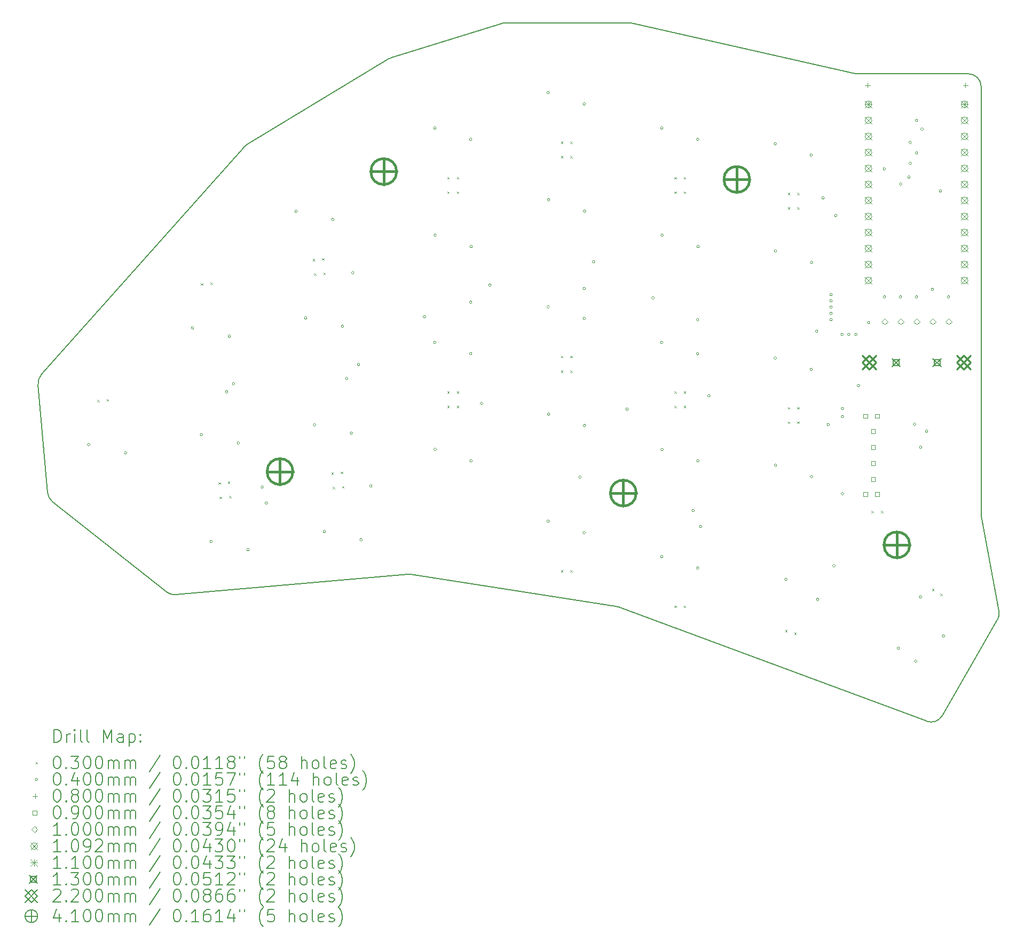
<source format=gbr>
%TF.GenerationSoftware,KiCad,Pcbnew,7.0.6-7.0.6~ubuntu20.04.1*%
%TF.CreationDate,2023-08-05T11:34:35+02:00*%
%TF.ProjectId,keyboard,6b657962-6f61-4726-942e-6b696361645f,v1.0.0*%
%TF.SameCoordinates,Original*%
%TF.FileFunction,Drillmap*%
%TF.FilePolarity,Positive*%
%FSLAX45Y45*%
G04 Gerber Fmt 4.5, Leading zero omitted, Abs format (unit mm)*
G04 Created by KiCad (PCBNEW 7.0.6-7.0.6~ubuntu20.04.1) date 2023-08-05 11:34:35*
%MOMM*%
%LPD*%
G01*
G04 APERTURE LIST*
%ADD10C,0.150000*%
%ADD11C,0.200000*%
%ADD12C,0.030000*%
%ADD13C,0.040000*%
%ADD14C,0.080000*%
%ADD15C,0.090000*%
%ADD16C,0.100000*%
%ADD17C,0.109220*%
%ADD18C,0.110000*%
%ADD19C,0.130000*%
%ADD20C,0.220000*%
%ADD21C,0.410000*%
G04 APERTURE END LIST*
D10*
X6849484Y-12651649D02*
X5038112Y-11217855D01*
X20026478Y-13093318D02*
X19147781Y-14615268D01*
X18905090Y-14702809D02*
X14011039Y-12889532D01*
X19770534Y-11450627D02*
X20049919Y-12956843D01*
X19767180Y-4632544D02*
X19767181Y-11414152D01*
X18905088Y-14702815D02*
G75*
G03*
X19147780Y-14615266I69482J187546D01*
G01*
X4862198Y-9207149D02*
X8074772Y-5593388D01*
X14213886Y-3626432D02*
G75*
G03*
X14169931Y-3621544I-43956J-195178D01*
G01*
X4962997Y-11078469D02*
G75*
G03*
X5038112Y-11217855I199243J17439D01*
G01*
X19767182Y-11414152D02*
G75*
G03*
X19770534Y-11450627I199908J-18D01*
G01*
X8120809Y-5555095D02*
X10371416Y-4195091D01*
X19767186Y-4632544D02*
G75*
G03*
X19567180Y-4432544I-200006J-6D01*
G01*
X6849483Y-12651650D02*
G75*
G03*
X6991045Y-12694069I124127J156820D01*
G01*
X8120808Y-5555094D02*
G75*
G03*
X8074772Y-5593388I103452J-171186D01*
G01*
X10721365Y-12373543D02*
G75*
G03*
X10673181Y-12371925I-30755J-197597D01*
G01*
X14213886Y-3626433D02*
X17770475Y-4427654D01*
X14011039Y-12889532D02*
G75*
G03*
X13972307Y-12879451I-69469J-187448D01*
G01*
X4963002Y-11078468D02*
X4812433Y-9357461D01*
X20026479Y-13093318D02*
G75*
G03*
X20049919Y-12956843I-173199J99999D01*
G01*
X13972307Y-12879451D02*
X10721365Y-12373543D01*
X12222625Y-3621543D02*
X14169931Y-3621544D01*
X12222625Y-3621543D02*
G75*
G03*
X12163115Y-3630602I5J-200027D01*
G01*
X10415343Y-4175324D02*
X12163115Y-3630602D01*
X10415343Y-4175326D02*
G75*
G03*
X10371415Y-4195091I59487J-190904D01*
G01*
X10673181Y-12371925D02*
X6991044Y-12694070D01*
X17814429Y-4432544D02*
X19567180Y-4432544D01*
X4862198Y-9207149D02*
G75*
G03*
X4812434Y-9357461I149472J-132881D01*
G01*
X17770475Y-4427653D02*
G75*
G03*
X17814430Y-4432543I43955J195113D01*
G01*
D11*
D12*
X5748877Y-9604324D02*
X5778877Y-9634324D01*
X5778877Y-9604324D02*
X5748877Y-9634324D01*
X5898306Y-9591250D02*
X5928306Y-9621250D01*
X5928306Y-9591250D02*
X5898306Y-9621250D01*
X7393863Y-7753912D02*
X7423863Y-7783912D01*
X7423863Y-7753912D02*
X7393863Y-7783912D01*
X7543292Y-7740839D02*
X7573292Y-7770839D01*
X7573292Y-7740839D02*
X7543292Y-7770839D01*
X7670146Y-10911851D02*
X7700146Y-10941851D01*
X7700146Y-10911851D02*
X7670146Y-10941851D01*
X7690192Y-11140975D02*
X7720192Y-11170975D01*
X7720192Y-11140975D02*
X7690192Y-11170975D01*
X7819575Y-10898777D02*
X7849575Y-10928777D01*
X7849575Y-10898777D02*
X7819575Y-10928777D01*
X7839621Y-11127902D02*
X7869621Y-11157902D01*
X7869621Y-11127902D02*
X7839621Y-11157902D01*
X9166968Y-7367908D02*
X9196968Y-7397908D01*
X9196968Y-7367908D02*
X9166968Y-7397908D01*
X9187013Y-7597033D02*
X9217013Y-7627033D01*
X9217013Y-7597033D02*
X9187013Y-7627033D01*
X9316397Y-7354835D02*
X9346397Y-7384835D01*
X9346397Y-7354835D02*
X9316397Y-7384835D01*
X9336442Y-7583959D02*
X9366442Y-7613959D01*
X9366442Y-7583959D02*
X9336442Y-7613959D01*
X9463297Y-10754970D02*
X9493297Y-10784970D01*
X9493297Y-10754970D02*
X9463297Y-10784970D01*
X9483343Y-10984094D02*
X9513343Y-11014094D01*
X9513343Y-10984094D02*
X9483343Y-11014094D01*
X9612726Y-10741896D02*
X9642726Y-10771896D01*
X9642726Y-10741896D02*
X9612726Y-10771896D01*
X9632772Y-10971021D02*
X9662772Y-11001021D01*
X9662772Y-10971021D02*
X9632772Y-11001021D01*
X11302179Y-6067543D02*
X11332179Y-6097543D01*
X11332179Y-6067543D02*
X11302179Y-6097543D01*
X11302180Y-9467544D02*
X11332180Y-9497544D01*
X11332180Y-9467544D02*
X11302180Y-9497544D01*
X11302180Y-6297543D02*
X11332180Y-6327543D01*
X11332180Y-6297543D02*
X11302180Y-6327543D01*
X11302180Y-9697543D02*
X11332180Y-9727543D01*
X11332180Y-9697543D02*
X11302180Y-9727543D01*
X11452179Y-6067543D02*
X11482179Y-6097543D01*
X11482179Y-6067543D02*
X11452179Y-6097543D01*
X11452180Y-9467544D02*
X11482180Y-9497544D01*
X11482180Y-9467544D02*
X11452180Y-9497544D01*
X11452180Y-6297543D02*
X11482180Y-6327543D01*
X11482180Y-6297543D02*
X11452180Y-6327543D01*
X11452180Y-9697543D02*
X11482180Y-9727543D01*
X11482180Y-9697543D02*
X11452180Y-9727543D01*
X13102180Y-5736543D02*
X13132180Y-5766543D01*
X13132180Y-5736543D02*
X13102180Y-5766543D01*
X13102180Y-12306544D02*
X13132180Y-12336544D01*
X13132180Y-12306544D02*
X13102180Y-12336544D01*
X13102180Y-9136543D02*
X13132180Y-9166543D01*
X13132180Y-9136543D02*
X13102180Y-9166543D01*
X13102180Y-8906544D02*
X13132180Y-8936544D01*
X13132180Y-8906544D02*
X13102180Y-8936544D01*
X13102181Y-5506543D02*
X13132181Y-5536543D01*
X13132181Y-5506543D02*
X13102181Y-5536543D01*
X13252180Y-5736543D02*
X13282180Y-5766543D01*
X13282180Y-5736543D02*
X13252180Y-5766543D01*
X13252180Y-12306544D02*
X13282180Y-12336544D01*
X13282180Y-12306544D02*
X13252180Y-12336544D01*
X13252180Y-9136543D02*
X13282180Y-9166543D01*
X13282180Y-9136543D02*
X13252180Y-9166543D01*
X13252180Y-8906544D02*
X13282180Y-8936544D01*
X13282180Y-8906544D02*
X13252180Y-8936544D01*
X13252181Y-5506543D02*
X13282181Y-5536543D01*
X13282181Y-5506543D02*
X13252181Y-5536543D01*
X14902180Y-9697543D02*
X14932180Y-9727543D01*
X14932180Y-9697543D02*
X14902180Y-9727543D01*
X14902180Y-9467543D02*
X14932180Y-9497543D01*
X14932180Y-9467543D02*
X14902180Y-9497543D01*
X14902180Y-6067543D02*
X14932180Y-6097543D01*
X14932180Y-6067543D02*
X14902180Y-6097543D01*
X14902180Y-12867543D02*
X14932180Y-12897543D01*
X14932180Y-12867543D02*
X14902180Y-12897543D01*
X14902180Y-6297543D02*
X14932180Y-6327543D01*
X14932180Y-6297543D02*
X14902180Y-6327543D01*
X15052180Y-9697543D02*
X15082180Y-9727543D01*
X15082180Y-9697543D02*
X15052180Y-9727543D01*
X15052180Y-9467543D02*
X15082180Y-9497543D01*
X15082180Y-9467543D02*
X15052180Y-9497543D01*
X15052180Y-6067543D02*
X15082180Y-6097543D01*
X15082180Y-6067543D02*
X15052180Y-6097543D01*
X15052180Y-12867543D02*
X15082180Y-12897543D01*
X15082180Y-12867543D02*
X15052180Y-12897543D01*
X15052180Y-6297543D02*
X15082180Y-6327543D01*
X15082180Y-6297543D02*
X15052180Y-6327543D01*
X16658858Y-13254762D02*
X16688858Y-13284762D01*
X16688858Y-13254762D02*
X16658858Y-13284762D01*
X16702180Y-6547543D02*
X16732180Y-6577543D01*
X16732180Y-6547543D02*
X16702180Y-6577543D01*
X16702181Y-6317544D02*
X16732181Y-6347544D01*
X16732181Y-6317544D02*
X16702181Y-6347544D01*
X16702181Y-9717544D02*
X16732181Y-9747544D01*
X16732181Y-9717544D02*
X16702181Y-9747544D01*
X16702181Y-9947543D02*
X16732181Y-9977543D01*
X16732181Y-9947543D02*
X16702181Y-9977543D01*
X16803747Y-13293585D02*
X16833747Y-13323585D01*
X16833747Y-13293585D02*
X16803747Y-13323585D01*
X16852180Y-6547543D02*
X16882180Y-6577543D01*
X16882180Y-6547543D02*
X16852180Y-6577543D01*
X16852181Y-6317544D02*
X16882181Y-6347544D01*
X16882181Y-6317544D02*
X16852181Y-6347544D01*
X16852181Y-9717544D02*
X16882181Y-9747544D01*
X16882181Y-9717544D02*
X16852181Y-9747544D01*
X16852181Y-9947543D02*
X16882181Y-9977543D01*
X16882181Y-9947543D02*
X16852181Y-9977543D01*
X18027181Y-11367544D02*
X18057181Y-11397544D01*
X18057181Y-11367544D02*
X18027181Y-11397544D01*
X18177181Y-11367544D02*
X18207181Y-11397544D01*
X18207181Y-11367544D02*
X18177181Y-11397544D01*
X18987850Y-12601294D02*
X19017850Y-12631294D01*
X19017850Y-12601294D02*
X18987850Y-12631294D01*
X19117754Y-12676294D02*
X19147754Y-12706294D01*
X19147754Y-12676294D02*
X19117754Y-12706294D01*
D13*
X5633856Y-10313931D02*
G75*
G03*
X5633856Y-10313931I-20000J0D01*
G01*
X6217375Y-10443568D02*
G75*
G03*
X6217375Y-10443568I-20000J0D01*
G01*
X7279837Y-8463433D02*
G75*
G03*
X7279837Y-8463433I-20000J0D01*
G01*
X7422044Y-10157705D02*
G75*
G03*
X7422044Y-10157705I-20000J0D01*
G01*
X7575408Y-11850780D02*
G75*
G03*
X7575408Y-11850780I-20000J0D01*
G01*
X7821391Y-9476522D02*
G75*
G03*
X7821391Y-9476522I-20000J0D01*
G01*
X7863357Y-8593070D02*
G75*
G03*
X7863357Y-8593070I-20000J0D01*
G01*
X7929435Y-9348350D02*
G75*
G03*
X7929435Y-9348350I-20000J0D01*
G01*
X8005563Y-10287341D02*
G75*
G03*
X8005563Y-10287341I-20000J0D01*
G01*
X8158927Y-11980418D02*
G75*
G03*
X8158927Y-11980418I-20000J0D01*
G01*
X8384391Y-10986522D02*
G75*
G03*
X8384391Y-10986522I-20000J0D01*
G01*
X8451391Y-11240522D02*
G75*
G03*
X8451391Y-11240522I-20000J0D01*
G01*
X8920534Y-6612393D02*
G75*
G03*
X8920534Y-6612393I-20000J0D01*
G01*
X9073897Y-8305469D02*
G75*
G03*
X9073897Y-8305469I-20000J0D01*
G01*
X9216104Y-9999742D02*
G75*
G03*
X9216104Y-9999742I-20000J0D01*
G01*
X9369468Y-11692818D02*
G75*
G03*
X9369468Y-11692818I-20000J0D01*
G01*
X9504052Y-6742029D02*
G75*
G03*
X9504052Y-6742029I-20000J0D01*
G01*
X9657416Y-8435106D02*
G75*
G03*
X9657416Y-8435106I-20000J0D01*
G01*
X9724697Y-9264012D02*
G75*
G03*
X9724697Y-9264012I-20000J0D01*
G01*
X9799623Y-10129378D02*
G75*
G03*
X9799623Y-10129378I-20000J0D01*
G01*
X9822391Y-7586522D02*
G75*
G03*
X9822391Y-7586522I-20000J0D01*
G01*
X9911391Y-9042522D02*
G75*
G03*
X9911391Y-9042522I-20000J0D01*
G01*
X9952986Y-11822453D02*
G75*
G03*
X9952986Y-11822453I-20000J0D01*
G01*
X10108391Y-10970522D02*
G75*
G03*
X10108391Y-10970522I-20000J0D01*
G01*
X10956391Y-8284522D02*
G75*
G03*
X10956391Y-8284522I-20000J0D01*
G01*
X11122152Y-8690948D02*
G75*
G03*
X11122152Y-8690948I-20000J0D01*
G01*
X11122932Y-5290729D02*
G75*
G03*
X11122932Y-5290729I-20000J0D01*
G01*
X11127371Y-10390947D02*
G75*
G03*
X11127371Y-10390947I-20000J0D01*
G01*
X11128152Y-6990729D02*
G75*
G03*
X11128152Y-6990729I-20000J0D01*
G01*
X11692152Y-8870948D02*
G75*
G03*
X11692152Y-8870948I-20000J0D01*
G01*
X11692932Y-8054685D02*
G75*
G03*
X11692932Y-8054685I-20000J0D01*
G01*
X11692932Y-5470728D02*
G75*
G03*
X11692932Y-5470728I-20000J0D01*
G01*
X11697370Y-10570947D02*
G75*
G03*
X11697370Y-10570947I-20000J0D01*
G01*
X11698152Y-7170729D02*
G75*
G03*
X11698152Y-7170729I-20000J0D01*
G01*
X11864391Y-9662522D02*
G75*
G03*
X11864391Y-9662522I-20000J0D01*
G01*
X11995391Y-7783522D02*
G75*
G03*
X11995391Y-7783522I-20000J0D01*
G01*
X12921152Y-8129947D02*
G75*
G03*
X12921152Y-8129947I-20000J0D01*
G01*
X12921535Y-11530114D02*
G75*
G03*
X12921535Y-11530114I-20000J0D01*
G01*
X12921932Y-4729728D02*
G75*
G03*
X12921932Y-4729728I-20000J0D01*
G01*
X12926371Y-9829948D02*
G75*
G03*
X12926371Y-9829948I-20000J0D01*
G01*
X12927151Y-6429729D02*
G75*
G03*
X12927151Y-6429729I-20000J0D01*
G01*
X13424391Y-10829522D02*
G75*
G03*
X13424391Y-10829522I-20000J0D01*
G01*
X13491151Y-8309947D02*
G75*
G03*
X13491151Y-8309947I-20000J0D01*
G01*
X13491535Y-11710113D02*
G75*
G03*
X13491535Y-11710113I-20000J0D01*
G01*
X13491933Y-4909729D02*
G75*
G03*
X13491933Y-4909729I-20000J0D01*
G01*
X13491933Y-7836879D02*
G75*
G03*
X13491933Y-7836879I-20000J0D01*
G01*
X13496370Y-10009948D02*
G75*
G03*
X13496370Y-10009948I-20000J0D01*
G01*
X13497151Y-6609729D02*
G75*
G03*
X13497151Y-6609729I-20000J0D01*
G01*
X13641391Y-7413522D02*
G75*
G03*
X13641391Y-7413522I-20000J0D01*
G01*
X14171391Y-9751522D02*
G75*
G03*
X14171391Y-9751522I-20000J0D01*
G01*
X14581391Y-7985522D02*
G75*
G03*
X14581391Y-7985522I-20000J0D01*
G01*
X14721152Y-8691948D02*
G75*
G03*
X14721152Y-8691948I-20000J0D01*
G01*
X14721932Y-5291728D02*
G75*
G03*
X14721932Y-5291728I-20000J0D01*
G01*
X14722066Y-12091114D02*
G75*
G03*
X14722066Y-12091114I-20000J0D01*
G01*
X14726370Y-10391948D02*
G75*
G03*
X14726370Y-10391948I-20000J0D01*
G01*
X14727151Y-6991729D02*
G75*
G03*
X14727151Y-6991729I-20000J0D01*
G01*
X15218391Y-11359522D02*
G75*
G03*
X15218391Y-11359522I-20000J0D01*
G01*
X15291151Y-8871948D02*
G75*
G03*
X15291151Y-8871948I-20000J0D01*
G01*
X15291932Y-5471730D02*
G75*
G03*
X15291932Y-5471730I-20000J0D01*
G01*
X15291932Y-8332235D02*
G75*
G03*
X15291932Y-8332235I-20000J0D01*
G01*
X15292067Y-12271115D02*
G75*
G03*
X15292067Y-12271115I-20000J0D01*
G01*
X15296370Y-10571948D02*
G75*
G03*
X15296370Y-10571948I-20000J0D01*
G01*
X15297151Y-7171729D02*
G75*
G03*
X15297151Y-7171729I-20000J0D01*
G01*
X15337391Y-11611522D02*
G75*
G03*
X15337391Y-11611522I-20000J0D01*
G01*
X15469391Y-9537522D02*
G75*
G03*
X15469391Y-9537522I-20000J0D01*
G01*
X16521151Y-8940948D02*
G75*
G03*
X16521151Y-8940948I-20000J0D01*
G01*
X16521933Y-5540729D02*
G75*
G03*
X16521933Y-5540729I-20000J0D01*
G01*
X16526370Y-10640947D02*
G75*
G03*
X16526370Y-10640947I-20000J0D01*
G01*
X16527152Y-7240729D02*
G75*
G03*
X16527152Y-7240729I-20000J0D01*
G01*
X16690850Y-12449946D02*
G75*
G03*
X16690850Y-12449946I-20000J0D01*
G01*
X17091151Y-9120948D02*
G75*
G03*
X17091151Y-9120948I-20000J0D01*
G01*
X17091933Y-5720729D02*
G75*
G03*
X17091933Y-5720729I-20000J0D01*
G01*
X17096370Y-10820948D02*
G75*
G03*
X17096370Y-10820948I-20000J0D01*
G01*
X17097151Y-7420729D02*
G75*
G03*
X17097151Y-7420729I-20000J0D01*
G01*
X17178391Y-8514522D02*
G75*
G03*
X17178391Y-8514522I-20000J0D01*
G01*
X17194841Y-12771340D02*
G75*
G03*
X17194841Y-12771340I-20000J0D01*
G01*
X17280000Y-6400000D02*
G75*
G03*
X17280000Y-6400000I-20000J0D01*
G01*
X17363391Y-9995522D02*
G75*
G03*
X17363391Y-9995522I-20000J0D01*
G01*
X17405729Y-8232086D02*
G75*
G03*
X17405729Y-8232086I-20000J0D01*
G01*
X17405729Y-7932235D02*
G75*
G03*
X17405729Y-7932235I-20000J0D01*
G01*
X17405729Y-8032186D02*
G75*
G03*
X17405729Y-8032186I-20000J0D01*
G01*
X17405729Y-8132136D02*
G75*
G03*
X17405729Y-8132136I-20000J0D01*
G01*
X17405729Y-8332037D02*
G75*
G03*
X17405729Y-8332037I-20000J0D01*
G01*
X17452391Y-12234522D02*
G75*
G03*
X17452391Y-12234522I-20000J0D01*
G01*
X17480000Y-6680000D02*
G75*
G03*
X17480000Y-6680000I-20000J0D01*
G01*
X17580000Y-8566522D02*
G75*
G03*
X17580000Y-8566522I-20000J0D01*
G01*
X17587390Y-11091522D02*
G75*
G03*
X17587390Y-11091522I-20000J0D01*
G01*
X17587391Y-9870043D02*
G75*
G03*
X17587391Y-9870043I-20000J0D01*
G01*
X17587391Y-9741522D02*
G75*
G03*
X17587391Y-9741522I-20000J0D01*
G01*
X17687341Y-8566522D02*
G75*
G03*
X17687341Y-8566522I-20000J0D01*
G01*
X17800000Y-8566522D02*
G75*
G03*
X17800000Y-8566522I-20000J0D01*
G01*
X17840391Y-9379522D02*
G75*
G03*
X17840391Y-9379522I-20000J0D01*
G01*
X18000000Y-8380000D02*
G75*
G03*
X18000000Y-8380000I-20000J0D01*
G01*
X18251932Y-5940729D02*
G75*
G03*
X18251932Y-5940729I-20000J0D01*
G01*
X18254180Y-7970729D02*
G75*
G03*
X18254180Y-7970729I-20000J0D01*
G01*
X18473247Y-13544525D02*
G75*
G03*
X18473247Y-13544525I-20000J0D01*
G01*
X18508181Y-7970729D02*
G75*
G03*
X18508181Y-7970729I-20000J0D01*
G01*
X18511933Y-6180728D02*
G75*
G03*
X18511933Y-6180728I-20000J0D01*
G01*
X18641932Y-6070729D02*
G75*
G03*
X18641932Y-6070729I-20000J0D01*
G01*
X18661166Y-5520729D02*
G75*
G03*
X18661166Y-5520729I-20000J0D01*
G01*
X18661932Y-5850729D02*
G75*
G03*
X18661932Y-5850729I-20000J0D01*
G01*
X18731932Y-9990729D02*
G75*
G03*
X18731932Y-9990729I-20000J0D01*
G01*
X18748181Y-13752201D02*
G75*
G03*
X18748181Y-13752201I-20000J0D01*
G01*
X18761932Y-5170729D02*
G75*
G03*
X18761932Y-5170729I-20000J0D01*
G01*
X18762180Y-7970728D02*
G75*
G03*
X18762180Y-7970728I-20000J0D01*
G01*
X18762180Y-5687791D02*
G75*
G03*
X18762180Y-5687791I-20000J0D01*
G01*
X18826644Y-12732422D02*
G75*
G03*
X18826644Y-12732422I-20000J0D01*
G01*
X18826748Y-10355543D02*
G75*
G03*
X18826748Y-10355543I-20000J0D01*
G01*
X18849566Y-5310729D02*
G75*
G03*
X18849566Y-5310729I-20000J0D01*
G01*
X18921932Y-10101544D02*
G75*
G03*
X18921932Y-10101544I-20000J0D01*
G01*
X19016181Y-7850728D02*
G75*
G03*
X19016181Y-7850728I-20000J0D01*
G01*
X19141933Y-6290729D02*
G75*
G03*
X19141933Y-6290729I-20000J0D01*
G01*
X19189065Y-13348567D02*
G75*
G03*
X19189065Y-13348567I-20000J0D01*
G01*
X19270180Y-7970729D02*
G75*
G03*
X19270180Y-7970729I-20000J0D01*
G01*
D14*
X17967180Y-4572543D02*
X17967180Y-4652543D01*
X17927180Y-4612543D02*
X18007180Y-4612543D01*
X19517180Y-4572543D02*
X19517180Y-4652543D01*
X19477180Y-4612543D02*
X19557180Y-4612543D01*
D15*
X17964001Y-9894364D02*
X17964001Y-9830723D01*
X17900361Y-9830723D01*
X17900361Y-9894364D01*
X17964001Y-9894364D01*
X17964001Y-11134364D02*
X17964001Y-11070723D01*
X17900361Y-11070723D01*
X17900361Y-11134364D01*
X17964001Y-11134364D01*
X18086501Y-10133364D02*
X18086501Y-10069723D01*
X18022861Y-10069723D01*
X18022861Y-10133364D01*
X18086501Y-10133364D01*
X18086501Y-10387364D02*
X18086501Y-10323723D01*
X18022861Y-10323723D01*
X18022861Y-10387364D01*
X18086501Y-10387364D01*
X18086501Y-10641364D02*
X18086501Y-10577723D01*
X18022861Y-10577723D01*
X18022861Y-10641364D01*
X18086501Y-10641364D01*
X18086501Y-10895364D02*
X18086501Y-10831723D01*
X18022861Y-10831723D01*
X18022861Y-10895364D01*
X18086501Y-10895364D01*
X18149001Y-9894364D02*
X18149001Y-9830723D01*
X18085361Y-9830723D01*
X18085361Y-9894364D01*
X18149001Y-9894364D01*
X18149001Y-11134364D02*
X18149001Y-11070723D01*
X18085361Y-11070723D01*
X18085361Y-11134364D01*
X18149001Y-11134364D01*
D16*
X18234180Y-8412544D02*
X18284180Y-8362543D01*
X18234180Y-8312543D01*
X18184180Y-8362543D01*
X18234180Y-8412544D01*
X18488180Y-8412544D02*
X18538180Y-8362543D01*
X18488180Y-8312543D01*
X18438180Y-8362543D01*
X18488180Y-8412544D01*
X18742180Y-8412544D02*
X18792180Y-8362543D01*
X18742180Y-8312543D01*
X18692180Y-8362543D01*
X18742180Y-8412544D01*
X18996180Y-8412544D02*
X19046180Y-8362543D01*
X18996180Y-8312543D01*
X18946180Y-8362543D01*
X18996180Y-8412544D01*
X19250180Y-8412544D02*
X19300180Y-8362543D01*
X19250180Y-8312543D01*
X19200180Y-8362543D01*
X19250180Y-8412544D01*
D17*
X17925571Y-4860934D02*
X18034791Y-4970154D01*
X18034791Y-4860934D02*
X17925571Y-4970154D01*
X18034791Y-4915544D02*
G75*
G03*
X18034791Y-4915544I-54610J0D01*
G01*
X17925571Y-5114934D02*
X18034791Y-5224154D01*
X18034791Y-5114934D02*
X17925571Y-5224154D01*
X18034791Y-5169544D02*
G75*
G03*
X18034791Y-5169544I-54610J0D01*
G01*
X17925571Y-5368934D02*
X18034791Y-5478154D01*
X18034791Y-5368934D02*
X17925571Y-5478154D01*
X18034791Y-5423544D02*
G75*
G03*
X18034791Y-5423544I-54610J0D01*
G01*
X17925571Y-5622934D02*
X18034791Y-5732154D01*
X18034791Y-5622934D02*
X17925571Y-5732154D01*
X18034791Y-5677544D02*
G75*
G03*
X18034791Y-5677544I-54610J0D01*
G01*
X17925571Y-5876934D02*
X18034791Y-5986154D01*
X18034791Y-5876934D02*
X17925571Y-5986154D01*
X18034791Y-5931544D02*
G75*
G03*
X18034791Y-5931544I-54610J0D01*
G01*
X17925571Y-6130934D02*
X18034791Y-6240154D01*
X18034791Y-6130934D02*
X17925571Y-6240154D01*
X18034791Y-6185544D02*
G75*
G03*
X18034791Y-6185544I-54610J0D01*
G01*
X17925571Y-6384934D02*
X18034791Y-6494154D01*
X18034791Y-6384934D02*
X17925571Y-6494154D01*
X18034791Y-6439544D02*
G75*
G03*
X18034791Y-6439544I-54610J0D01*
G01*
X17925571Y-6638934D02*
X18034791Y-6748154D01*
X18034791Y-6638934D02*
X17925571Y-6748154D01*
X18034791Y-6693544D02*
G75*
G03*
X18034791Y-6693544I-54610J0D01*
G01*
X17925571Y-6892934D02*
X18034791Y-7002154D01*
X18034791Y-6892934D02*
X17925571Y-7002154D01*
X18034791Y-6947544D02*
G75*
G03*
X18034791Y-6947544I-54610J0D01*
G01*
X17925571Y-7146934D02*
X18034791Y-7256154D01*
X18034791Y-7146934D02*
X17925571Y-7256154D01*
X18034791Y-7201544D02*
G75*
G03*
X18034791Y-7201544I-54610J0D01*
G01*
X17925571Y-7400934D02*
X18034791Y-7510154D01*
X18034791Y-7400934D02*
X17925571Y-7510154D01*
X18034791Y-7455544D02*
G75*
G03*
X18034791Y-7455544I-54610J0D01*
G01*
X17925571Y-7654934D02*
X18034791Y-7764154D01*
X18034791Y-7654934D02*
X17925571Y-7764154D01*
X18034791Y-7709544D02*
G75*
G03*
X18034791Y-7709544I-54610J0D01*
G01*
X19449571Y-4860934D02*
X19558791Y-4970154D01*
X19558791Y-4860934D02*
X19449571Y-4970154D01*
X19558791Y-4915544D02*
G75*
G03*
X19558791Y-4915544I-54610J0D01*
G01*
X19449571Y-5114934D02*
X19558791Y-5224154D01*
X19558791Y-5114934D02*
X19449571Y-5224154D01*
X19558791Y-5169544D02*
G75*
G03*
X19558791Y-5169544I-54610J0D01*
G01*
X19449571Y-5368934D02*
X19558791Y-5478154D01*
X19558791Y-5368934D02*
X19449571Y-5478154D01*
X19558791Y-5423544D02*
G75*
G03*
X19558791Y-5423544I-54610J0D01*
G01*
X19449571Y-5622934D02*
X19558791Y-5732154D01*
X19558791Y-5622934D02*
X19449571Y-5732154D01*
X19558791Y-5677544D02*
G75*
G03*
X19558791Y-5677544I-54610J0D01*
G01*
X19449571Y-5876934D02*
X19558791Y-5986154D01*
X19558791Y-5876934D02*
X19449571Y-5986154D01*
X19558791Y-5931544D02*
G75*
G03*
X19558791Y-5931544I-54610J0D01*
G01*
X19449571Y-6130934D02*
X19558791Y-6240154D01*
X19558791Y-6130934D02*
X19449571Y-6240154D01*
X19558791Y-6185544D02*
G75*
G03*
X19558791Y-6185544I-54610J0D01*
G01*
X19449571Y-6384934D02*
X19558791Y-6494154D01*
X19558791Y-6384934D02*
X19449571Y-6494154D01*
X19558791Y-6439544D02*
G75*
G03*
X19558791Y-6439544I-54610J0D01*
G01*
X19449571Y-6638934D02*
X19558791Y-6748154D01*
X19558791Y-6638934D02*
X19449571Y-6748154D01*
X19558791Y-6693544D02*
G75*
G03*
X19558791Y-6693544I-54610J0D01*
G01*
X19449571Y-6892934D02*
X19558791Y-7002154D01*
X19558791Y-6892934D02*
X19449571Y-7002154D01*
X19558791Y-6947544D02*
G75*
G03*
X19558791Y-6947544I-54610J0D01*
G01*
X19449571Y-7146934D02*
X19558791Y-7256154D01*
X19558791Y-7146934D02*
X19449571Y-7256154D01*
X19558791Y-7201544D02*
G75*
G03*
X19558791Y-7201544I-54610J0D01*
G01*
X19449571Y-7400934D02*
X19558791Y-7510154D01*
X19558791Y-7400934D02*
X19449571Y-7510154D01*
X19558791Y-7455544D02*
G75*
G03*
X19558791Y-7455544I-54610J0D01*
G01*
X19449571Y-7654934D02*
X19558791Y-7764154D01*
X19558791Y-7654934D02*
X19449571Y-7764154D01*
X19558791Y-7709544D02*
G75*
G03*
X19558791Y-7709544I-54610J0D01*
G01*
D18*
X17925181Y-4860544D02*
X18035181Y-4970544D01*
X18035181Y-4860544D02*
X17925181Y-4970544D01*
X17980181Y-4860544D02*
X17980181Y-4970544D01*
X17925181Y-4915544D02*
X18035181Y-4915544D01*
X19449181Y-4860544D02*
X19559181Y-4970544D01*
X19559181Y-4860544D02*
X19449181Y-4970544D01*
X19504181Y-4860544D02*
X19504181Y-4970544D01*
X19449181Y-4915544D02*
X19559181Y-4915544D01*
D19*
X18352180Y-8947543D02*
X18482180Y-9077543D01*
X18482180Y-8947543D02*
X18352180Y-9077543D01*
X18463142Y-9058505D02*
X18463142Y-8966581D01*
X18371218Y-8966581D01*
X18371218Y-9058505D01*
X18463142Y-9058505D01*
X19002180Y-8947543D02*
X19132180Y-9077543D01*
X19132180Y-8947543D02*
X19002180Y-9077543D01*
X19113142Y-9058505D02*
X19113142Y-8966581D01*
X19021218Y-8966581D01*
X19021218Y-9058505D01*
X19113142Y-9058505D01*
D20*
X17882180Y-8902544D02*
X18102180Y-9122544D01*
X18102180Y-8902544D02*
X17882180Y-9122544D01*
X17992180Y-9122544D02*
X18102180Y-9012544D01*
X17992180Y-8902544D01*
X17882180Y-9012544D01*
X17992180Y-9122544D01*
X19382181Y-8902544D02*
X19602181Y-9122544D01*
X19602181Y-8902544D02*
X19382181Y-9122544D01*
X19492181Y-9122544D02*
X19602181Y-9012544D01*
X19492181Y-8902544D01*
X19382181Y-9012544D01*
X19492181Y-9122544D01*
D21*
X8647721Y-10537254D02*
X8647721Y-10947254D01*
X8442721Y-10742254D02*
X8852721Y-10742254D01*
X8852721Y-10742254D02*
G75*
G03*
X8852721Y-10742254I-205000J0D01*
G01*
X10292180Y-5777544D02*
X10292180Y-6187544D01*
X10087180Y-5982544D02*
X10497180Y-5982544D01*
X10497180Y-5982544D02*
G75*
G03*
X10497180Y-5982544I-205000J0D01*
G01*
X14092180Y-10877543D02*
X14092180Y-11287543D01*
X13887180Y-11082543D02*
X14297180Y-11082543D01*
X14297180Y-11082543D02*
G75*
G03*
X14297180Y-11082543I-205000J0D01*
G01*
X15892180Y-5902543D02*
X15892180Y-6312543D01*
X15687180Y-6107543D02*
X16097180Y-6107543D01*
X16097180Y-6107543D02*
G75*
G03*
X16097180Y-6107543I-205000J0D01*
G01*
X18430031Y-11699856D02*
X18430031Y-12109856D01*
X18225031Y-11904856D02*
X18635031Y-11904856D01*
X18635031Y-11904856D02*
G75*
G03*
X18635031Y-11904856I-205000J0D01*
G01*
D11*
X5064949Y-15034257D02*
X5064949Y-14834257D01*
X5064949Y-14834257D02*
X5112568Y-14834257D01*
X5112568Y-14834257D02*
X5141140Y-14843780D01*
X5141140Y-14843780D02*
X5160187Y-14862828D01*
X5160187Y-14862828D02*
X5169711Y-14881876D01*
X5169711Y-14881876D02*
X5179235Y-14919971D01*
X5179235Y-14919971D02*
X5179235Y-14948542D01*
X5179235Y-14948542D02*
X5169711Y-14986637D01*
X5169711Y-14986637D02*
X5160187Y-15005685D01*
X5160187Y-15005685D02*
X5141140Y-15024733D01*
X5141140Y-15024733D02*
X5112568Y-15034257D01*
X5112568Y-15034257D02*
X5064949Y-15034257D01*
X5264949Y-15034257D02*
X5264949Y-14900923D01*
X5264949Y-14939018D02*
X5274473Y-14919971D01*
X5274473Y-14919971D02*
X5283997Y-14910447D01*
X5283997Y-14910447D02*
X5303044Y-14900923D01*
X5303044Y-14900923D02*
X5322092Y-14900923D01*
X5388759Y-15034257D02*
X5388759Y-14900923D01*
X5388759Y-14834257D02*
X5379235Y-14843780D01*
X5379235Y-14843780D02*
X5388759Y-14853304D01*
X5388759Y-14853304D02*
X5398282Y-14843780D01*
X5398282Y-14843780D02*
X5388759Y-14834257D01*
X5388759Y-14834257D02*
X5388759Y-14853304D01*
X5512568Y-15034257D02*
X5493521Y-15024733D01*
X5493521Y-15024733D02*
X5483997Y-15005685D01*
X5483997Y-15005685D02*
X5483997Y-14834257D01*
X5617330Y-15034257D02*
X5598282Y-15024733D01*
X5598282Y-15024733D02*
X5588759Y-15005685D01*
X5588759Y-15005685D02*
X5588759Y-14834257D01*
X5845901Y-15034257D02*
X5845901Y-14834257D01*
X5845901Y-14834257D02*
X5912568Y-14977114D01*
X5912568Y-14977114D02*
X5979235Y-14834257D01*
X5979235Y-14834257D02*
X5979235Y-15034257D01*
X6160187Y-15034257D02*
X6160187Y-14929495D01*
X6160187Y-14929495D02*
X6150663Y-14910447D01*
X6150663Y-14910447D02*
X6131616Y-14900923D01*
X6131616Y-14900923D02*
X6093520Y-14900923D01*
X6093520Y-14900923D02*
X6074473Y-14910447D01*
X6160187Y-15024733D02*
X6141140Y-15034257D01*
X6141140Y-15034257D02*
X6093520Y-15034257D01*
X6093520Y-15034257D02*
X6074473Y-15024733D01*
X6074473Y-15024733D02*
X6064949Y-15005685D01*
X6064949Y-15005685D02*
X6064949Y-14986637D01*
X6064949Y-14986637D02*
X6074473Y-14967590D01*
X6074473Y-14967590D02*
X6093520Y-14958066D01*
X6093520Y-14958066D02*
X6141140Y-14958066D01*
X6141140Y-14958066D02*
X6160187Y-14948542D01*
X6255425Y-14900923D02*
X6255425Y-15100923D01*
X6255425Y-14910447D02*
X6274473Y-14900923D01*
X6274473Y-14900923D02*
X6312568Y-14900923D01*
X6312568Y-14900923D02*
X6331616Y-14910447D01*
X6331616Y-14910447D02*
X6341140Y-14919971D01*
X6341140Y-14919971D02*
X6350663Y-14939018D01*
X6350663Y-14939018D02*
X6350663Y-14996161D01*
X6350663Y-14996161D02*
X6341140Y-15015209D01*
X6341140Y-15015209D02*
X6331616Y-15024733D01*
X6331616Y-15024733D02*
X6312568Y-15034257D01*
X6312568Y-15034257D02*
X6274473Y-15034257D01*
X6274473Y-15034257D02*
X6255425Y-15024733D01*
X6436378Y-15015209D02*
X6445901Y-15024733D01*
X6445901Y-15024733D02*
X6436378Y-15034257D01*
X6436378Y-15034257D02*
X6426854Y-15024733D01*
X6426854Y-15024733D02*
X6436378Y-15015209D01*
X6436378Y-15015209D02*
X6436378Y-15034257D01*
X6436378Y-14910447D02*
X6445901Y-14919971D01*
X6445901Y-14919971D02*
X6436378Y-14929495D01*
X6436378Y-14929495D02*
X6426854Y-14919971D01*
X6426854Y-14919971D02*
X6436378Y-14910447D01*
X6436378Y-14910447D02*
X6436378Y-14929495D01*
D12*
X4774172Y-15347773D02*
X4804172Y-15377773D01*
X4804172Y-15347773D02*
X4774172Y-15377773D01*
D11*
X5103044Y-15254257D02*
X5122092Y-15254257D01*
X5122092Y-15254257D02*
X5141140Y-15263780D01*
X5141140Y-15263780D02*
X5150663Y-15273304D01*
X5150663Y-15273304D02*
X5160187Y-15292352D01*
X5160187Y-15292352D02*
X5169711Y-15330447D01*
X5169711Y-15330447D02*
X5169711Y-15378066D01*
X5169711Y-15378066D02*
X5160187Y-15416161D01*
X5160187Y-15416161D02*
X5150663Y-15435209D01*
X5150663Y-15435209D02*
X5141140Y-15444733D01*
X5141140Y-15444733D02*
X5122092Y-15454257D01*
X5122092Y-15454257D02*
X5103044Y-15454257D01*
X5103044Y-15454257D02*
X5083997Y-15444733D01*
X5083997Y-15444733D02*
X5074473Y-15435209D01*
X5074473Y-15435209D02*
X5064949Y-15416161D01*
X5064949Y-15416161D02*
X5055425Y-15378066D01*
X5055425Y-15378066D02*
X5055425Y-15330447D01*
X5055425Y-15330447D02*
X5064949Y-15292352D01*
X5064949Y-15292352D02*
X5074473Y-15273304D01*
X5074473Y-15273304D02*
X5083997Y-15263780D01*
X5083997Y-15263780D02*
X5103044Y-15254257D01*
X5255425Y-15435209D02*
X5264949Y-15444733D01*
X5264949Y-15444733D02*
X5255425Y-15454257D01*
X5255425Y-15454257D02*
X5245902Y-15444733D01*
X5245902Y-15444733D02*
X5255425Y-15435209D01*
X5255425Y-15435209D02*
X5255425Y-15454257D01*
X5331616Y-15254257D02*
X5455425Y-15254257D01*
X5455425Y-15254257D02*
X5388759Y-15330447D01*
X5388759Y-15330447D02*
X5417330Y-15330447D01*
X5417330Y-15330447D02*
X5436378Y-15339971D01*
X5436378Y-15339971D02*
X5445902Y-15349495D01*
X5445902Y-15349495D02*
X5455425Y-15368542D01*
X5455425Y-15368542D02*
X5455425Y-15416161D01*
X5455425Y-15416161D02*
X5445902Y-15435209D01*
X5445902Y-15435209D02*
X5436378Y-15444733D01*
X5436378Y-15444733D02*
X5417330Y-15454257D01*
X5417330Y-15454257D02*
X5360187Y-15454257D01*
X5360187Y-15454257D02*
X5341140Y-15444733D01*
X5341140Y-15444733D02*
X5331616Y-15435209D01*
X5579235Y-15254257D02*
X5598282Y-15254257D01*
X5598282Y-15254257D02*
X5617330Y-15263780D01*
X5617330Y-15263780D02*
X5626854Y-15273304D01*
X5626854Y-15273304D02*
X5636378Y-15292352D01*
X5636378Y-15292352D02*
X5645901Y-15330447D01*
X5645901Y-15330447D02*
X5645901Y-15378066D01*
X5645901Y-15378066D02*
X5636378Y-15416161D01*
X5636378Y-15416161D02*
X5626854Y-15435209D01*
X5626854Y-15435209D02*
X5617330Y-15444733D01*
X5617330Y-15444733D02*
X5598282Y-15454257D01*
X5598282Y-15454257D02*
X5579235Y-15454257D01*
X5579235Y-15454257D02*
X5560187Y-15444733D01*
X5560187Y-15444733D02*
X5550663Y-15435209D01*
X5550663Y-15435209D02*
X5541140Y-15416161D01*
X5541140Y-15416161D02*
X5531616Y-15378066D01*
X5531616Y-15378066D02*
X5531616Y-15330447D01*
X5531616Y-15330447D02*
X5541140Y-15292352D01*
X5541140Y-15292352D02*
X5550663Y-15273304D01*
X5550663Y-15273304D02*
X5560187Y-15263780D01*
X5560187Y-15263780D02*
X5579235Y-15254257D01*
X5769711Y-15254257D02*
X5788759Y-15254257D01*
X5788759Y-15254257D02*
X5807806Y-15263780D01*
X5807806Y-15263780D02*
X5817330Y-15273304D01*
X5817330Y-15273304D02*
X5826854Y-15292352D01*
X5826854Y-15292352D02*
X5836378Y-15330447D01*
X5836378Y-15330447D02*
X5836378Y-15378066D01*
X5836378Y-15378066D02*
X5826854Y-15416161D01*
X5826854Y-15416161D02*
X5817330Y-15435209D01*
X5817330Y-15435209D02*
X5807806Y-15444733D01*
X5807806Y-15444733D02*
X5788759Y-15454257D01*
X5788759Y-15454257D02*
X5769711Y-15454257D01*
X5769711Y-15454257D02*
X5750663Y-15444733D01*
X5750663Y-15444733D02*
X5741140Y-15435209D01*
X5741140Y-15435209D02*
X5731616Y-15416161D01*
X5731616Y-15416161D02*
X5722092Y-15378066D01*
X5722092Y-15378066D02*
X5722092Y-15330447D01*
X5722092Y-15330447D02*
X5731616Y-15292352D01*
X5731616Y-15292352D02*
X5741140Y-15273304D01*
X5741140Y-15273304D02*
X5750663Y-15263780D01*
X5750663Y-15263780D02*
X5769711Y-15254257D01*
X5922092Y-15454257D02*
X5922092Y-15320923D01*
X5922092Y-15339971D02*
X5931616Y-15330447D01*
X5931616Y-15330447D02*
X5950663Y-15320923D01*
X5950663Y-15320923D02*
X5979235Y-15320923D01*
X5979235Y-15320923D02*
X5998282Y-15330447D01*
X5998282Y-15330447D02*
X6007806Y-15349495D01*
X6007806Y-15349495D02*
X6007806Y-15454257D01*
X6007806Y-15349495D02*
X6017330Y-15330447D01*
X6017330Y-15330447D02*
X6036378Y-15320923D01*
X6036378Y-15320923D02*
X6064949Y-15320923D01*
X6064949Y-15320923D02*
X6083997Y-15330447D01*
X6083997Y-15330447D02*
X6093521Y-15349495D01*
X6093521Y-15349495D02*
X6093521Y-15454257D01*
X6188759Y-15454257D02*
X6188759Y-15320923D01*
X6188759Y-15339971D02*
X6198282Y-15330447D01*
X6198282Y-15330447D02*
X6217330Y-15320923D01*
X6217330Y-15320923D02*
X6245902Y-15320923D01*
X6245902Y-15320923D02*
X6264949Y-15330447D01*
X6264949Y-15330447D02*
X6274473Y-15349495D01*
X6274473Y-15349495D02*
X6274473Y-15454257D01*
X6274473Y-15349495D02*
X6283997Y-15330447D01*
X6283997Y-15330447D02*
X6303044Y-15320923D01*
X6303044Y-15320923D02*
X6331616Y-15320923D01*
X6331616Y-15320923D02*
X6350663Y-15330447D01*
X6350663Y-15330447D02*
X6360187Y-15349495D01*
X6360187Y-15349495D02*
X6360187Y-15454257D01*
X6750663Y-15244733D02*
X6579235Y-15501876D01*
X7007806Y-15254257D02*
X7026854Y-15254257D01*
X7026854Y-15254257D02*
X7045902Y-15263780D01*
X7045902Y-15263780D02*
X7055425Y-15273304D01*
X7055425Y-15273304D02*
X7064949Y-15292352D01*
X7064949Y-15292352D02*
X7074473Y-15330447D01*
X7074473Y-15330447D02*
X7074473Y-15378066D01*
X7074473Y-15378066D02*
X7064949Y-15416161D01*
X7064949Y-15416161D02*
X7055425Y-15435209D01*
X7055425Y-15435209D02*
X7045902Y-15444733D01*
X7045902Y-15444733D02*
X7026854Y-15454257D01*
X7026854Y-15454257D02*
X7007806Y-15454257D01*
X7007806Y-15454257D02*
X6988759Y-15444733D01*
X6988759Y-15444733D02*
X6979235Y-15435209D01*
X6979235Y-15435209D02*
X6969711Y-15416161D01*
X6969711Y-15416161D02*
X6960187Y-15378066D01*
X6960187Y-15378066D02*
X6960187Y-15330447D01*
X6960187Y-15330447D02*
X6969711Y-15292352D01*
X6969711Y-15292352D02*
X6979235Y-15273304D01*
X6979235Y-15273304D02*
X6988759Y-15263780D01*
X6988759Y-15263780D02*
X7007806Y-15254257D01*
X7160187Y-15435209D02*
X7169711Y-15444733D01*
X7169711Y-15444733D02*
X7160187Y-15454257D01*
X7160187Y-15454257D02*
X7150664Y-15444733D01*
X7150664Y-15444733D02*
X7160187Y-15435209D01*
X7160187Y-15435209D02*
X7160187Y-15454257D01*
X7293521Y-15254257D02*
X7312568Y-15254257D01*
X7312568Y-15254257D02*
X7331616Y-15263780D01*
X7331616Y-15263780D02*
X7341140Y-15273304D01*
X7341140Y-15273304D02*
X7350664Y-15292352D01*
X7350664Y-15292352D02*
X7360187Y-15330447D01*
X7360187Y-15330447D02*
X7360187Y-15378066D01*
X7360187Y-15378066D02*
X7350664Y-15416161D01*
X7350664Y-15416161D02*
X7341140Y-15435209D01*
X7341140Y-15435209D02*
X7331616Y-15444733D01*
X7331616Y-15444733D02*
X7312568Y-15454257D01*
X7312568Y-15454257D02*
X7293521Y-15454257D01*
X7293521Y-15454257D02*
X7274473Y-15444733D01*
X7274473Y-15444733D02*
X7264949Y-15435209D01*
X7264949Y-15435209D02*
X7255425Y-15416161D01*
X7255425Y-15416161D02*
X7245902Y-15378066D01*
X7245902Y-15378066D02*
X7245902Y-15330447D01*
X7245902Y-15330447D02*
X7255425Y-15292352D01*
X7255425Y-15292352D02*
X7264949Y-15273304D01*
X7264949Y-15273304D02*
X7274473Y-15263780D01*
X7274473Y-15263780D02*
X7293521Y-15254257D01*
X7550664Y-15454257D02*
X7436378Y-15454257D01*
X7493521Y-15454257D02*
X7493521Y-15254257D01*
X7493521Y-15254257D02*
X7474473Y-15282828D01*
X7474473Y-15282828D02*
X7455425Y-15301876D01*
X7455425Y-15301876D02*
X7436378Y-15311399D01*
X7741140Y-15454257D02*
X7626854Y-15454257D01*
X7683997Y-15454257D02*
X7683997Y-15254257D01*
X7683997Y-15254257D02*
X7664949Y-15282828D01*
X7664949Y-15282828D02*
X7645902Y-15301876D01*
X7645902Y-15301876D02*
X7626854Y-15311399D01*
X7855425Y-15339971D02*
X7836378Y-15330447D01*
X7836378Y-15330447D02*
X7826854Y-15320923D01*
X7826854Y-15320923D02*
X7817330Y-15301876D01*
X7817330Y-15301876D02*
X7817330Y-15292352D01*
X7817330Y-15292352D02*
X7826854Y-15273304D01*
X7826854Y-15273304D02*
X7836378Y-15263780D01*
X7836378Y-15263780D02*
X7855425Y-15254257D01*
X7855425Y-15254257D02*
X7893521Y-15254257D01*
X7893521Y-15254257D02*
X7912568Y-15263780D01*
X7912568Y-15263780D02*
X7922092Y-15273304D01*
X7922092Y-15273304D02*
X7931616Y-15292352D01*
X7931616Y-15292352D02*
X7931616Y-15301876D01*
X7931616Y-15301876D02*
X7922092Y-15320923D01*
X7922092Y-15320923D02*
X7912568Y-15330447D01*
X7912568Y-15330447D02*
X7893521Y-15339971D01*
X7893521Y-15339971D02*
X7855425Y-15339971D01*
X7855425Y-15339971D02*
X7836378Y-15349495D01*
X7836378Y-15349495D02*
X7826854Y-15359018D01*
X7826854Y-15359018D02*
X7817330Y-15378066D01*
X7817330Y-15378066D02*
X7817330Y-15416161D01*
X7817330Y-15416161D02*
X7826854Y-15435209D01*
X7826854Y-15435209D02*
X7836378Y-15444733D01*
X7836378Y-15444733D02*
X7855425Y-15454257D01*
X7855425Y-15454257D02*
X7893521Y-15454257D01*
X7893521Y-15454257D02*
X7912568Y-15444733D01*
X7912568Y-15444733D02*
X7922092Y-15435209D01*
X7922092Y-15435209D02*
X7931616Y-15416161D01*
X7931616Y-15416161D02*
X7931616Y-15378066D01*
X7931616Y-15378066D02*
X7922092Y-15359018D01*
X7922092Y-15359018D02*
X7912568Y-15349495D01*
X7912568Y-15349495D02*
X7893521Y-15339971D01*
X8007806Y-15254257D02*
X8007806Y-15292352D01*
X8083997Y-15254257D02*
X8083997Y-15292352D01*
X8379235Y-15530447D02*
X8369711Y-15520923D01*
X8369711Y-15520923D02*
X8350664Y-15492352D01*
X8350664Y-15492352D02*
X8341140Y-15473304D01*
X8341140Y-15473304D02*
X8331616Y-15444733D01*
X8331616Y-15444733D02*
X8322092Y-15397114D01*
X8322092Y-15397114D02*
X8322092Y-15359018D01*
X8322092Y-15359018D02*
X8331616Y-15311399D01*
X8331616Y-15311399D02*
X8341140Y-15282828D01*
X8341140Y-15282828D02*
X8350664Y-15263780D01*
X8350664Y-15263780D02*
X8369711Y-15235209D01*
X8369711Y-15235209D02*
X8379235Y-15225685D01*
X8550664Y-15254257D02*
X8455426Y-15254257D01*
X8455426Y-15254257D02*
X8445902Y-15349495D01*
X8445902Y-15349495D02*
X8455426Y-15339971D01*
X8455426Y-15339971D02*
X8474473Y-15330447D01*
X8474473Y-15330447D02*
X8522092Y-15330447D01*
X8522092Y-15330447D02*
X8541140Y-15339971D01*
X8541140Y-15339971D02*
X8550664Y-15349495D01*
X8550664Y-15349495D02*
X8560188Y-15368542D01*
X8560188Y-15368542D02*
X8560188Y-15416161D01*
X8560188Y-15416161D02*
X8550664Y-15435209D01*
X8550664Y-15435209D02*
X8541140Y-15444733D01*
X8541140Y-15444733D02*
X8522092Y-15454257D01*
X8522092Y-15454257D02*
X8474473Y-15454257D01*
X8474473Y-15454257D02*
X8455426Y-15444733D01*
X8455426Y-15444733D02*
X8445902Y-15435209D01*
X8674473Y-15339971D02*
X8655426Y-15330447D01*
X8655426Y-15330447D02*
X8645902Y-15320923D01*
X8645902Y-15320923D02*
X8636378Y-15301876D01*
X8636378Y-15301876D02*
X8636378Y-15292352D01*
X8636378Y-15292352D02*
X8645902Y-15273304D01*
X8645902Y-15273304D02*
X8655426Y-15263780D01*
X8655426Y-15263780D02*
X8674473Y-15254257D01*
X8674473Y-15254257D02*
X8712569Y-15254257D01*
X8712569Y-15254257D02*
X8731616Y-15263780D01*
X8731616Y-15263780D02*
X8741140Y-15273304D01*
X8741140Y-15273304D02*
X8750664Y-15292352D01*
X8750664Y-15292352D02*
X8750664Y-15301876D01*
X8750664Y-15301876D02*
X8741140Y-15320923D01*
X8741140Y-15320923D02*
X8731616Y-15330447D01*
X8731616Y-15330447D02*
X8712569Y-15339971D01*
X8712569Y-15339971D02*
X8674473Y-15339971D01*
X8674473Y-15339971D02*
X8655426Y-15349495D01*
X8655426Y-15349495D02*
X8645902Y-15359018D01*
X8645902Y-15359018D02*
X8636378Y-15378066D01*
X8636378Y-15378066D02*
X8636378Y-15416161D01*
X8636378Y-15416161D02*
X8645902Y-15435209D01*
X8645902Y-15435209D02*
X8655426Y-15444733D01*
X8655426Y-15444733D02*
X8674473Y-15454257D01*
X8674473Y-15454257D02*
X8712569Y-15454257D01*
X8712569Y-15454257D02*
X8731616Y-15444733D01*
X8731616Y-15444733D02*
X8741140Y-15435209D01*
X8741140Y-15435209D02*
X8750664Y-15416161D01*
X8750664Y-15416161D02*
X8750664Y-15378066D01*
X8750664Y-15378066D02*
X8741140Y-15359018D01*
X8741140Y-15359018D02*
X8731616Y-15349495D01*
X8731616Y-15349495D02*
X8712569Y-15339971D01*
X8988759Y-15454257D02*
X8988759Y-15254257D01*
X9074473Y-15454257D02*
X9074473Y-15349495D01*
X9074473Y-15349495D02*
X9064950Y-15330447D01*
X9064950Y-15330447D02*
X9045902Y-15320923D01*
X9045902Y-15320923D02*
X9017330Y-15320923D01*
X9017330Y-15320923D02*
X8998283Y-15330447D01*
X8998283Y-15330447D02*
X8988759Y-15339971D01*
X9198283Y-15454257D02*
X9179235Y-15444733D01*
X9179235Y-15444733D02*
X9169711Y-15435209D01*
X9169711Y-15435209D02*
X9160188Y-15416161D01*
X9160188Y-15416161D02*
X9160188Y-15359018D01*
X9160188Y-15359018D02*
X9169711Y-15339971D01*
X9169711Y-15339971D02*
X9179235Y-15330447D01*
X9179235Y-15330447D02*
X9198283Y-15320923D01*
X9198283Y-15320923D02*
X9226854Y-15320923D01*
X9226854Y-15320923D02*
X9245902Y-15330447D01*
X9245902Y-15330447D02*
X9255426Y-15339971D01*
X9255426Y-15339971D02*
X9264950Y-15359018D01*
X9264950Y-15359018D02*
X9264950Y-15416161D01*
X9264950Y-15416161D02*
X9255426Y-15435209D01*
X9255426Y-15435209D02*
X9245902Y-15444733D01*
X9245902Y-15444733D02*
X9226854Y-15454257D01*
X9226854Y-15454257D02*
X9198283Y-15454257D01*
X9379235Y-15454257D02*
X9360188Y-15444733D01*
X9360188Y-15444733D02*
X9350664Y-15425685D01*
X9350664Y-15425685D02*
X9350664Y-15254257D01*
X9531616Y-15444733D02*
X9512569Y-15454257D01*
X9512569Y-15454257D02*
X9474473Y-15454257D01*
X9474473Y-15454257D02*
X9455426Y-15444733D01*
X9455426Y-15444733D02*
X9445902Y-15425685D01*
X9445902Y-15425685D02*
X9445902Y-15349495D01*
X9445902Y-15349495D02*
X9455426Y-15330447D01*
X9455426Y-15330447D02*
X9474473Y-15320923D01*
X9474473Y-15320923D02*
X9512569Y-15320923D01*
X9512569Y-15320923D02*
X9531616Y-15330447D01*
X9531616Y-15330447D02*
X9541140Y-15349495D01*
X9541140Y-15349495D02*
X9541140Y-15368542D01*
X9541140Y-15368542D02*
X9445902Y-15387590D01*
X9617331Y-15444733D02*
X9636378Y-15454257D01*
X9636378Y-15454257D02*
X9674473Y-15454257D01*
X9674473Y-15454257D02*
X9693521Y-15444733D01*
X9693521Y-15444733D02*
X9703045Y-15425685D01*
X9703045Y-15425685D02*
X9703045Y-15416161D01*
X9703045Y-15416161D02*
X9693521Y-15397114D01*
X9693521Y-15397114D02*
X9674473Y-15387590D01*
X9674473Y-15387590D02*
X9645902Y-15387590D01*
X9645902Y-15387590D02*
X9626854Y-15378066D01*
X9626854Y-15378066D02*
X9617331Y-15359018D01*
X9617331Y-15359018D02*
X9617331Y-15349495D01*
X9617331Y-15349495D02*
X9626854Y-15330447D01*
X9626854Y-15330447D02*
X9645902Y-15320923D01*
X9645902Y-15320923D02*
X9674473Y-15320923D01*
X9674473Y-15320923D02*
X9693521Y-15330447D01*
X9769712Y-15530447D02*
X9779235Y-15520923D01*
X9779235Y-15520923D02*
X9798283Y-15492352D01*
X9798283Y-15492352D02*
X9807807Y-15473304D01*
X9807807Y-15473304D02*
X9817331Y-15444733D01*
X9817331Y-15444733D02*
X9826854Y-15397114D01*
X9826854Y-15397114D02*
X9826854Y-15359018D01*
X9826854Y-15359018D02*
X9817331Y-15311399D01*
X9817331Y-15311399D02*
X9807807Y-15282828D01*
X9807807Y-15282828D02*
X9798283Y-15263780D01*
X9798283Y-15263780D02*
X9779235Y-15235209D01*
X9779235Y-15235209D02*
X9769712Y-15225685D01*
D13*
X4804172Y-15626773D02*
G75*
G03*
X4804172Y-15626773I-20000J0D01*
G01*
D11*
X5103044Y-15518257D02*
X5122092Y-15518257D01*
X5122092Y-15518257D02*
X5141140Y-15527780D01*
X5141140Y-15527780D02*
X5150663Y-15537304D01*
X5150663Y-15537304D02*
X5160187Y-15556352D01*
X5160187Y-15556352D02*
X5169711Y-15594447D01*
X5169711Y-15594447D02*
X5169711Y-15642066D01*
X5169711Y-15642066D02*
X5160187Y-15680161D01*
X5160187Y-15680161D02*
X5150663Y-15699209D01*
X5150663Y-15699209D02*
X5141140Y-15708733D01*
X5141140Y-15708733D02*
X5122092Y-15718257D01*
X5122092Y-15718257D02*
X5103044Y-15718257D01*
X5103044Y-15718257D02*
X5083997Y-15708733D01*
X5083997Y-15708733D02*
X5074473Y-15699209D01*
X5074473Y-15699209D02*
X5064949Y-15680161D01*
X5064949Y-15680161D02*
X5055425Y-15642066D01*
X5055425Y-15642066D02*
X5055425Y-15594447D01*
X5055425Y-15594447D02*
X5064949Y-15556352D01*
X5064949Y-15556352D02*
X5074473Y-15537304D01*
X5074473Y-15537304D02*
X5083997Y-15527780D01*
X5083997Y-15527780D02*
X5103044Y-15518257D01*
X5255425Y-15699209D02*
X5264949Y-15708733D01*
X5264949Y-15708733D02*
X5255425Y-15718257D01*
X5255425Y-15718257D02*
X5245902Y-15708733D01*
X5245902Y-15708733D02*
X5255425Y-15699209D01*
X5255425Y-15699209D02*
X5255425Y-15718257D01*
X5436378Y-15584923D02*
X5436378Y-15718257D01*
X5388759Y-15508733D02*
X5341140Y-15651590D01*
X5341140Y-15651590D02*
X5464949Y-15651590D01*
X5579235Y-15518257D02*
X5598282Y-15518257D01*
X5598282Y-15518257D02*
X5617330Y-15527780D01*
X5617330Y-15527780D02*
X5626854Y-15537304D01*
X5626854Y-15537304D02*
X5636378Y-15556352D01*
X5636378Y-15556352D02*
X5645901Y-15594447D01*
X5645901Y-15594447D02*
X5645901Y-15642066D01*
X5645901Y-15642066D02*
X5636378Y-15680161D01*
X5636378Y-15680161D02*
X5626854Y-15699209D01*
X5626854Y-15699209D02*
X5617330Y-15708733D01*
X5617330Y-15708733D02*
X5598282Y-15718257D01*
X5598282Y-15718257D02*
X5579235Y-15718257D01*
X5579235Y-15718257D02*
X5560187Y-15708733D01*
X5560187Y-15708733D02*
X5550663Y-15699209D01*
X5550663Y-15699209D02*
X5541140Y-15680161D01*
X5541140Y-15680161D02*
X5531616Y-15642066D01*
X5531616Y-15642066D02*
X5531616Y-15594447D01*
X5531616Y-15594447D02*
X5541140Y-15556352D01*
X5541140Y-15556352D02*
X5550663Y-15537304D01*
X5550663Y-15537304D02*
X5560187Y-15527780D01*
X5560187Y-15527780D02*
X5579235Y-15518257D01*
X5769711Y-15518257D02*
X5788759Y-15518257D01*
X5788759Y-15518257D02*
X5807806Y-15527780D01*
X5807806Y-15527780D02*
X5817330Y-15537304D01*
X5817330Y-15537304D02*
X5826854Y-15556352D01*
X5826854Y-15556352D02*
X5836378Y-15594447D01*
X5836378Y-15594447D02*
X5836378Y-15642066D01*
X5836378Y-15642066D02*
X5826854Y-15680161D01*
X5826854Y-15680161D02*
X5817330Y-15699209D01*
X5817330Y-15699209D02*
X5807806Y-15708733D01*
X5807806Y-15708733D02*
X5788759Y-15718257D01*
X5788759Y-15718257D02*
X5769711Y-15718257D01*
X5769711Y-15718257D02*
X5750663Y-15708733D01*
X5750663Y-15708733D02*
X5741140Y-15699209D01*
X5741140Y-15699209D02*
X5731616Y-15680161D01*
X5731616Y-15680161D02*
X5722092Y-15642066D01*
X5722092Y-15642066D02*
X5722092Y-15594447D01*
X5722092Y-15594447D02*
X5731616Y-15556352D01*
X5731616Y-15556352D02*
X5741140Y-15537304D01*
X5741140Y-15537304D02*
X5750663Y-15527780D01*
X5750663Y-15527780D02*
X5769711Y-15518257D01*
X5922092Y-15718257D02*
X5922092Y-15584923D01*
X5922092Y-15603971D02*
X5931616Y-15594447D01*
X5931616Y-15594447D02*
X5950663Y-15584923D01*
X5950663Y-15584923D02*
X5979235Y-15584923D01*
X5979235Y-15584923D02*
X5998282Y-15594447D01*
X5998282Y-15594447D02*
X6007806Y-15613495D01*
X6007806Y-15613495D02*
X6007806Y-15718257D01*
X6007806Y-15613495D02*
X6017330Y-15594447D01*
X6017330Y-15594447D02*
X6036378Y-15584923D01*
X6036378Y-15584923D02*
X6064949Y-15584923D01*
X6064949Y-15584923D02*
X6083997Y-15594447D01*
X6083997Y-15594447D02*
X6093521Y-15613495D01*
X6093521Y-15613495D02*
X6093521Y-15718257D01*
X6188759Y-15718257D02*
X6188759Y-15584923D01*
X6188759Y-15603971D02*
X6198282Y-15594447D01*
X6198282Y-15594447D02*
X6217330Y-15584923D01*
X6217330Y-15584923D02*
X6245902Y-15584923D01*
X6245902Y-15584923D02*
X6264949Y-15594447D01*
X6264949Y-15594447D02*
X6274473Y-15613495D01*
X6274473Y-15613495D02*
X6274473Y-15718257D01*
X6274473Y-15613495D02*
X6283997Y-15594447D01*
X6283997Y-15594447D02*
X6303044Y-15584923D01*
X6303044Y-15584923D02*
X6331616Y-15584923D01*
X6331616Y-15584923D02*
X6350663Y-15594447D01*
X6350663Y-15594447D02*
X6360187Y-15613495D01*
X6360187Y-15613495D02*
X6360187Y-15718257D01*
X6750663Y-15508733D02*
X6579235Y-15765876D01*
X7007806Y-15518257D02*
X7026854Y-15518257D01*
X7026854Y-15518257D02*
X7045902Y-15527780D01*
X7045902Y-15527780D02*
X7055425Y-15537304D01*
X7055425Y-15537304D02*
X7064949Y-15556352D01*
X7064949Y-15556352D02*
X7074473Y-15594447D01*
X7074473Y-15594447D02*
X7074473Y-15642066D01*
X7074473Y-15642066D02*
X7064949Y-15680161D01*
X7064949Y-15680161D02*
X7055425Y-15699209D01*
X7055425Y-15699209D02*
X7045902Y-15708733D01*
X7045902Y-15708733D02*
X7026854Y-15718257D01*
X7026854Y-15718257D02*
X7007806Y-15718257D01*
X7007806Y-15718257D02*
X6988759Y-15708733D01*
X6988759Y-15708733D02*
X6979235Y-15699209D01*
X6979235Y-15699209D02*
X6969711Y-15680161D01*
X6969711Y-15680161D02*
X6960187Y-15642066D01*
X6960187Y-15642066D02*
X6960187Y-15594447D01*
X6960187Y-15594447D02*
X6969711Y-15556352D01*
X6969711Y-15556352D02*
X6979235Y-15537304D01*
X6979235Y-15537304D02*
X6988759Y-15527780D01*
X6988759Y-15527780D02*
X7007806Y-15518257D01*
X7160187Y-15699209D02*
X7169711Y-15708733D01*
X7169711Y-15708733D02*
X7160187Y-15718257D01*
X7160187Y-15718257D02*
X7150664Y-15708733D01*
X7150664Y-15708733D02*
X7160187Y-15699209D01*
X7160187Y-15699209D02*
X7160187Y-15718257D01*
X7293521Y-15518257D02*
X7312568Y-15518257D01*
X7312568Y-15518257D02*
X7331616Y-15527780D01*
X7331616Y-15527780D02*
X7341140Y-15537304D01*
X7341140Y-15537304D02*
X7350664Y-15556352D01*
X7350664Y-15556352D02*
X7360187Y-15594447D01*
X7360187Y-15594447D02*
X7360187Y-15642066D01*
X7360187Y-15642066D02*
X7350664Y-15680161D01*
X7350664Y-15680161D02*
X7341140Y-15699209D01*
X7341140Y-15699209D02*
X7331616Y-15708733D01*
X7331616Y-15708733D02*
X7312568Y-15718257D01*
X7312568Y-15718257D02*
X7293521Y-15718257D01*
X7293521Y-15718257D02*
X7274473Y-15708733D01*
X7274473Y-15708733D02*
X7264949Y-15699209D01*
X7264949Y-15699209D02*
X7255425Y-15680161D01*
X7255425Y-15680161D02*
X7245902Y-15642066D01*
X7245902Y-15642066D02*
X7245902Y-15594447D01*
X7245902Y-15594447D02*
X7255425Y-15556352D01*
X7255425Y-15556352D02*
X7264949Y-15537304D01*
X7264949Y-15537304D02*
X7274473Y-15527780D01*
X7274473Y-15527780D02*
X7293521Y-15518257D01*
X7550664Y-15718257D02*
X7436378Y-15718257D01*
X7493521Y-15718257D02*
X7493521Y-15518257D01*
X7493521Y-15518257D02*
X7474473Y-15546828D01*
X7474473Y-15546828D02*
X7455425Y-15565876D01*
X7455425Y-15565876D02*
X7436378Y-15575399D01*
X7731616Y-15518257D02*
X7636378Y-15518257D01*
X7636378Y-15518257D02*
X7626854Y-15613495D01*
X7626854Y-15613495D02*
X7636378Y-15603971D01*
X7636378Y-15603971D02*
X7655425Y-15594447D01*
X7655425Y-15594447D02*
X7703045Y-15594447D01*
X7703045Y-15594447D02*
X7722092Y-15603971D01*
X7722092Y-15603971D02*
X7731616Y-15613495D01*
X7731616Y-15613495D02*
X7741140Y-15632542D01*
X7741140Y-15632542D02*
X7741140Y-15680161D01*
X7741140Y-15680161D02*
X7731616Y-15699209D01*
X7731616Y-15699209D02*
X7722092Y-15708733D01*
X7722092Y-15708733D02*
X7703045Y-15718257D01*
X7703045Y-15718257D02*
X7655425Y-15718257D01*
X7655425Y-15718257D02*
X7636378Y-15708733D01*
X7636378Y-15708733D02*
X7626854Y-15699209D01*
X7807806Y-15518257D02*
X7941140Y-15518257D01*
X7941140Y-15518257D02*
X7855425Y-15718257D01*
X8007806Y-15518257D02*
X8007806Y-15556352D01*
X8083997Y-15518257D02*
X8083997Y-15556352D01*
X8379235Y-15794447D02*
X8369711Y-15784923D01*
X8369711Y-15784923D02*
X8350664Y-15756352D01*
X8350664Y-15756352D02*
X8341140Y-15737304D01*
X8341140Y-15737304D02*
X8331616Y-15708733D01*
X8331616Y-15708733D02*
X8322092Y-15661114D01*
X8322092Y-15661114D02*
X8322092Y-15623018D01*
X8322092Y-15623018D02*
X8331616Y-15575399D01*
X8331616Y-15575399D02*
X8341140Y-15546828D01*
X8341140Y-15546828D02*
X8350664Y-15527780D01*
X8350664Y-15527780D02*
X8369711Y-15499209D01*
X8369711Y-15499209D02*
X8379235Y-15489685D01*
X8560188Y-15718257D02*
X8445902Y-15718257D01*
X8503045Y-15718257D02*
X8503045Y-15518257D01*
X8503045Y-15518257D02*
X8483997Y-15546828D01*
X8483997Y-15546828D02*
X8464949Y-15565876D01*
X8464949Y-15565876D02*
X8445902Y-15575399D01*
X8750664Y-15718257D02*
X8636378Y-15718257D01*
X8693521Y-15718257D02*
X8693521Y-15518257D01*
X8693521Y-15518257D02*
X8674473Y-15546828D01*
X8674473Y-15546828D02*
X8655426Y-15565876D01*
X8655426Y-15565876D02*
X8636378Y-15575399D01*
X8922092Y-15584923D02*
X8922092Y-15718257D01*
X8874473Y-15508733D02*
X8826854Y-15651590D01*
X8826854Y-15651590D02*
X8950664Y-15651590D01*
X9179235Y-15718257D02*
X9179235Y-15518257D01*
X9264950Y-15718257D02*
X9264950Y-15613495D01*
X9264950Y-15613495D02*
X9255426Y-15594447D01*
X9255426Y-15594447D02*
X9236378Y-15584923D01*
X9236378Y-15584923D02*
X9207807Y-15584923D01*
X9207807Y-15584923D02*
X9188759Y-15594447D01*
X9188759Y-15594447D02*
X9179235Y-15603971D01*
X9388759Y-15718257D02*
X9369711Y-15708733D01*
X9369711Y-15708733D02*
X9360188Y-15699209D01*
X9360188Y-15699209D02*
X9350664Y-15680161D01*
X9350664Y-15680161D02*
X9350664Y-15623018D01*
X9350664Y-15623018D02*
X9360188Y-15603971D01*
X9360188Y-15603971D02*
X9369711Y-15594447D01*
X9369711Y-15594447D02*
X9388759Y-15584923D01*
X9388759Y-15584923D02*
X9417331Y-15584923D01*
X9417331Y-15584923D02*
X9436378Y-15594447D01*
X9436378Y-15594447D02*
X9445902Y-15603971D01*
X9445902Y-15603971D02*
X9455426Y-15623018D01*
X9455426Y-15623018D02*
X9455426Y-15680161D01*
X9455426Y-15680161D02*
X9445902Y-15699209D01*
X9445902Y-15699209D02*
X9436378Y-15708733D01*
X9436378Y-15708733D02*
X9417331Y-15718257D01*
X9417331Y-15718257D02*
X9388759Y-15718257D01*
X9569711Y-15718257D02*
X9550664Y-15708733D01*
X9550664Y-15708733D02*
X9541140Y-15689685D01*
X9541140Y-15689685D02*
X9541140Y-15518257D01*
X9722092Y-15708733D02*
X9703045Y-15718257D01*
X9703045Y-15718257D02*
X9664950Y-15718257D01*
X9664950Y-15718257D02*
X9645902Y-15708733D01*
X9645902Y-15708733D02*
X9636378Y-15689685D01*
X9636378Y-15689685D02*
X9636378Y-15613495D01*
X9636378Y-15613495D02*
X9645902Y-15594447D01*
X9645902Y-15594447D02*
X9664950Y-15584923D01*
X9664950Y-15584923D02*
X9703045Y-15584923D01*
X9703045Y-15584923D02*
X9722092Y-15594447D01*
X9722092Y-15594447D02*
X9731616Y-15613495D01*
X9731616Y-15613495D02*
X9731616Y-15632542D01*
X9731616Y-15632542D02*
X9636378Y-15651590D01*
X9807807Y-15708733D02*
X9826854Y-15718257D01*
X9826854Y-15718257D02*
X9864950Y-15718257D01*
X9864950Y-15718257D02*
X9883997Y-15708733D01*
X9883997Y-15708733D02*
X9893521Y-15689685D01*
X9893521Y-15689685D02*
X9893521Y-15680161D01*
X9893521Y-15680161D02*
X9883997Y-15661114D01*
X9883997Y-15661114D02*
X9864950Y-15651590D01*
X9864950Y-15651590D02*
X9836378Y-15651590D01*
X9836378Y-15651590D02*
X9817331Y-15642066D01*
X9817331Y-15642066D02*
X9807807Y-15623018D01*
X9807807Y-15623018D02*
X9807807Y-15613495D01*
X9807807Y-15613495D02*
X9817331Y-15594447D01*
X9817331Y-15594447D02*
X9836378Y-15584923D01*
X9836378Y-15584923D02*
X9864950Y-15584923D01*
X9864950Y-15584923D02*
X9883997Y-15594447D01*
X9960188Y-15794447D02*
X9969712Y-15784923D01*
X9969712Y-15784923D02*
X9988759Y-15756352D01*
X9988759Y-15756352D02*
X9998283Y-15737304D01*
X9998283Y-15737304D02*
X10007807Y-15708733D01*
X10007807Y-15708733D02*
X10017331Y-15661114D01*
X10017331Y-15661114D02*
X10017331Y-15623018D01*
X10017331Y-15623018D02*
X10007807Y-15575399D01*
X10007807Y-15575399D02*
X9998283Y-15546828D01*
X9998283Y-15546828D02*
X9988759Y-15527780D01*
X9988759Y-15527780D02*
X9969712Y-15499209D01*
X9969712Y-15499209D02*
X9960188Y-15489685D01*
D14*
X4764172Y-15850773D02*
X4764172Y-15930773D01*
X4724172Y-15890773D02*
X4804172Y-15890773D01*
D11*
X5103044Y-15782257D02*
X5122092Y-15782257D01*
X5122092Y-15782257D02*
X5141140Y-15791780D01*
X5141140Y-15791780D02*
X5150663Y-15801304D01*
X5150663Y-15801304D02*
X5160187Y-15820352D01*
X5160187Y-15820352D02*
X5169711Y-15858447D01*
X5169711Y-15858447D02*
X5169711Y-15906066D01*
X5169711Y-15906066D02*
X5160187Y-15944161D01*
X5160187Y-15944161D02*
X5150663Y-15963209D01*
X5150663Y-15963209D02*
X5141140Y-15972733D01*
X5141140Y-15972733D02*
X5122092Y-15982257D01*
X5122092Y-15982257D02*
X5103044Y-15982257D01*
X5103044Y-15982257D02*
X5083997Y-15972733D01*
X5083997Y-15972733D02*
X5074473Y-15963209D01*
X5074473Y-15963209D02*
X5064949Y-15944161D01*
X5064949Y-15944161D02*
X5055425Y-15906066D01*
X5055425Y-15906066D02*
X5055425Y-15858447D01*
X5055425Y-15858447D02*
X5064949Y-15820352D01*
X5064949Y-15820352D02*
X5074473Y-15801304D01*
X5074473Y-15801304D02*
X5083997Y-15791780D01*
X5083997Y-15791780D02*
X5103044Y-15782257D01*
X5255425Y-15963209D02*
X5264949Y-15972733D01*
X5264949Y-15972733D02*
X5255425Y-15982257D01*
X5255425Y-15982257D02*
X5245902Y-15972733D01*
X5245902Y-15972733D02*
X5255425Y-15963209D01*
X5255425Y-15963209D02*
X5255425Y-15982257D01*
X5379235Y-15867971D02*
X5360187Y-15858447D01*
X5360187Y-15858447D02*
X5350663Y-15848923D01*
X5350663Y-15848923D02*
X5341140Y-15829876D01*
X5341140Y-15829876D02*
X5341140Y-15820352D01*
X5341140Y-15820352D02*
X5350663Y-15801304D01*
X5350663Y-15801304D02*
X5360187Y-15791780D01*
X5360187Y-15791780D02*
X5379235Y-15782257D01*
X5379235Y-15782257D02*
X5417330Y-15782257D01*
X5417330Y-15782257D02*
X5436378Y-15791780D01*
X5436378Y-15791780D02*
X5445902Y-15801304D01*
X5445902Y-15801304D02*
X5455425Y-15820352D01*
X5455425Y-15820352D02*
X5455425Y-15829876D01*
X5455425Y-15829876D02*
X5445902Y-15848923D01*
X5445902Y-15848923D02*
X5436378Y-15858447D01*
X5436378Y-15858447D02*
X5417330Y-15867971D01*
X5417330Y-15867971D02*
X5379235Y-15867971D01*
X5379235Y-15867971D02*
X5360187Y-15877495D01*
X5360187Y-15877495D02*
X5350663Y-15887018D01*
X5350663Y-15887018D02*
X5341140Y-15906066D01*
X5341140Y-15906066D02*
X5341140Y-15944161D01*
X5341140Y-15944161D02*
X5350663Y-15963209D01*
X5350663Y-15963209D02*
X5360187Y-15972733D01*
X5360187Y-15972733D02*
X5379235Y-15982257D01*
X5379235Y-15982257D02*
X5417330Y-15982257D01*
X5417330Y-15982257D02*
X5436378Y-15972733D01*
X5436378Y-15972733D02*
X5445902Y-15963209D01*
X5445902Y-15963209D02*
X5455425Y-15944161D01*
X5455425Y-15944161D02*
X5455425Y-15906066D01*
X5455425Y-15906066D02*
X5445902Y-15887018D01*
X5445902Y-15887018D02*
X5436378Y-15877495D01*
X5436378Y-15877495D02*
X5417330Y-15867971D01*
X5579235Y-15782257D02*
X5598282Y-15782257D01*
X5598282Y-15782257D02*
X5617330Y-15791780D01*
X5617330Y-15791780D02*
X5626854Y-15801304D01*
X5626854Y-15801304D02*
X5636378Y-15820352D01*
X5636378Y-15820352D02*
X5645901Y-15858447D01*
X5645901Y-15858447D02*
X5645901Y-15906066D01*
X5645901Y-15906066D02*
X5636378Y-15944161D01*
X5636378Y-15944161D02*
X5626854Y-15963209D01*
X5626854Y-15963209D02*
X5617330Y-15972733D01*
X5617330Y-15972733D02*
X5598282Y-15982257D01*
X5598282Y-15982257D02*
X5579235Y-15982257D01*
X5579235Y-15982257D02*
X5560187Y-15972733D01*
X5560187Y-15972733D02*
X5550663Y-15963209D01*
X5550663Y-15963209D02*
X5541140Y-15944161D01*
X5541140Y-15944161D02*
X5531616Y-15906066D01*
X5531616Y-15906066D02*
X5531616Y-15858447D01*
X5531616Y-15858447D02*
X5541140Y-15820352D01*
X5541140Y-15820352D02*
X5550663Y-15801304D01*
X5550663Y-15801304D02*
X5560187Y-15791780D01*
X5560187Y-15791780D02*
X5579235Y-15782257D01*
X5769711Y-15782257D02*
X5788759Y-15782257D01*
X5788759Y-15782257D02*
X5807806Y-15791780D01*
X5807806Y-15791780D02*
X5817330Y-15801304D01*
X5817330Y-15801304D02*
X5826854Y-15820352D01*
X5826854Y-15820352D02*
X5836378Y-15858447D01*
X5836378Y-15858447D02*
X5836378Y-15906066D01*
X5836378Y-15906066D02*
X5826854Y-15944161D01*
X5826854Y-15944161D02*
X5817330Y-15963209D01*
X5817330Y-15963209D02*
X5807806Y-15972733D01*
X5807806Y-15972733D02*
X5788759Y-15982257D01*
X5788759Y-15982257D02*
X5769711Y-15982257D01*
X5769711Y-15982257D02*
X5750663Y-15972733D01*
X5750663Y-15972733D02*
X5741140Y-15963209D01*
X5741140Y-15963209D02*
X5731616Y-15944161D01*
X5731616Y-15944161D02*
X5722092Y-15906066D01*
X5722092Y-15906066D02*
X5722092Y-15858447D01*
X5722092Y-15858447D02*
X5731616Y-15820352D01*
X5731616Y-15820352D02*
X5741140Y-15801304D01*
X5741140Y-15801304D02*
X5750663Y-15791780D01*
X5750663Y-15791780D02*
X5769711Y-15782257D01*
X5922092Y-15982257D02*
X5922092Y-15848923D01*
X5922092Y-15867971D02*
X5931616Y-15858447D01*
X5931616Y-15858447D02*
X5950663Y-15848923D01*
X5950663Y-15848923D02*
X5979235Y-15848923D01*
X5979235Y-15848923D02*
X5998282Y-15858447D01*
X5998282Y-15858447D02*
X6007806Y-15877495D01*
X6007806Y-15877495D02*
X6007806Y-15982257D01*
X6007806Y-15877495D02*
X6017330Y-15858447D01*
X6017330Y-15858447D02*
X6036378Y-15848923D01*
X6036378Y-15848923D02*
X6064949Y-15848923D01*
X6064949Y-15848923D02*
X6083997Y-15858447D01*
X6083997Y-15858447D02*
X6093521Y-15877495D01*
X6093521Y-15877495D02*
X6093521Y-15982257D01*
X6188759Y-15982257D02*
X6188759Y-15848923D01*
X6188759Y-15867971D02*
X6198282Y-15858447D01*
X6198282Y-15858447D02*
X6217330Y-15848923D01*
X6217330Y-15848923D02*
X6245902Y-15848923D01*
X6245902Y-15848923D02*
X6264949Y-15858447D01*
X6264949Y-15858447D02*
X6274473Y-15877495D01*
X6274473Y-15877495D02*
X6274473Y-15982257D01*
X6274473Y-15877495D02*
X6283997Y-15858447D01*
X6283997Y-15858447D02*
X6303044Y-15848923D01*
X6303044Y-15848923D02*
X6331616Y-15848923D01*
X6331616Y-15848923D02*
X6350663Y-15858447D01*
X6350663Y-15858447D02*
X6360187Y-15877495D01*
X6360187Y-15877495D02*
X6360187Y-15982257D01*
X6750663Y-15772733D02*
X6579235Y-16029876D01*
X7007806Y-15782257D02*
X7026854Y-15782257D01*
X7026854Y-15782257D02*
X7045902Y-15791780D01*
X7045902Y-15791780D02*
X7055425Y-15801304D01*
X7055425Y-15801304D02*
X7064949Y-15820352D01*
X7064949Y-15820352D02*
X7074473Y-15858447D01*
X7074473Y-15858447D02*
X7074473Y-15906066D01*
X7074473Y-15906066D02*
X7064949Y-15944161D01*
X7064949Y-15944161D02*
X7055425Y-15963209D01*
X7055425Y-15963209D02*
X7045902Y-15972733D01*
X7045902Y-15972733D02*
X7026854Y-15982257D01*
X7026854Y-15982257D02*
X7007806Y-15982257D01*
X7007806Y-15982257D02*
X6988759Y-15972733D01*
X6988759Y-15972733D02*
X6979235Y-15963209D01*
X6979235Y-15963209D02*
X6969711Y-15944161D01*
X6969711Y-15944161D02*
X6960187Y-15906066D01*
X6960187Y-15906066D02*
X6960187Y-15858447D01*
X6960187Y-15858447D02*
X6969711Y-15820352D01*
X6969711Y-15820352D02*
X6979235Y-15801304D01*
X6979235Y-15801304D02*
X6988759Y-15791780D01*
X6988759Y-15791780D02*
X7007806Y-15782257D01*
X7160187Y-15963209D02*
X7169711Y-15972733D01*
X7169711Y-15972733D02*
X7160187Y-15982257D01*
X7160187Y-15982257D02*
X7150664Y-15972733D01*
X7150664Y-15972733D02*
X7160187Y-15963209D01*
X7160187Y-15963209D02*
X7160187Y-15982257D01*
X7293521Y-15782257D02*
X7312568Y-15782257D01*
X7312568Y-15782257D02*
X7331616Y-15791780D01*
X7331616Y-15791780D02*
X7341140Y-15801304D01*
X7341140Y-15801304D02*
X7350664Y-15820352D01*
X7350664Y-15820352D02*
X7360187Y-15858447D01*
X7360187Y-15858447D02*
X7360187Y-15906066D01*
X7360187Y-15906066D02*
X7350664Y-15944161D01*
X7350664Y-15944161D02*
X7341140Y-15963209D01*
X7341140Y-15963209D02*
X7331616Y-15972733D01*
X7331616Y-15972733D02*
X7312568Y-15982257D01*
X7312568Y-15982257D02*
X7293521Y-15982257D01*
X7293521Y-15982257D02*
X7274473Y-15972733D01*
X7274473Y-15972733D02*
X7264949Y-15963209D01*
X7264949Y-15963209D02*
X7255425Y-15944161D01*
X7255425Y-15944161D02*
X7245902Y-15906066D01*
X7245902Y-15906066D02*
X7245902Y-15858447D01*
X7245902Y-15858447D02*
X7255425Y-15820352D01*
X7255425Y-15820352D02*
X7264949Y-15801304D01*
X7264949Y-15801304D02*
X7274473Y-15791780D01*
X7274473Y-15791780D02*
X7293521Y-15782257D01*
X7426854Y-15782257D02*
X7550664Y-15782257D01*
X7550664Y-15782257D02*
X7483997Y-15858447D01*
X7483997Y-15858447D02*
X7512568Y-15858447D01*
X7512568Y-15858447D02*
X7531616Y-15867971D01*
X7531616Y-15867971D02*
X7541140Y-15877495D01*
X7541140Y-15877495D02*
X7550664Y-15896542D01*
X7550664Y-15896542D02*
X7550664Y-15944161D01*
X7550664Y-15944161D02*
X7541140Y-15963209D01*
X7541140Y-15963209D02*
X7531616Y-15972733D01*
X7531616Y-15972733D02*
X7512568Y-15982257D01*
X7512568Y-15982257D02*
X7455425Y-15982257D01*
X7455425Y-15982257D02*
X7436378Y-15972733D01*
X7436378Y-15972733D02*
X7426854Y-15963209D01*
X7741140Y-15982257D02*
X7626854Y-15982257D01*
X7683997Y-15982257D02*
X7683997Y-15782257D01*
X7683997Y-15782257D02*
X7664949Y-15810828D01*
X7664949Y-15810828D02*
X7645902Y-15829876D01*
X7645902Y-15829876D02*
X7626854Y-15839399D01*
X7922092Y-15782257D02*
X7826854Y-15782257D01*
X7826854Y-15782257D02*
X7817330Y-15877495D01*
X7817330Y-15877495D02*
X7826854Y-15867971D01*
X7826854Y-15867971D02*
X7845902Y-15858447D01*
X7845902Y-15858447D02*
X7893521Y-15858447D01*
X7893521Y-15858447D02*
X7912568Y-15867971D01*
X7912568Y-15867971D02*
X7922092Y-15877495D01*
X7922092Y-15877495D02*
X7931616Y-15896542D01*
X7931616Y-15896542D02*
X7931616Y-15944161D01*
X7931616Y-15944161D02*
X7922092Y-15963209D01*
X7922092Y-15963209D02*
X7912568Y-15972733D01*
X7912568Y-15972733D02*
X7893521Y-15982257D01*
X7893521Y-15982257D02*
X7845902Y-15982257D01*
X7845902Y-15982257D02*
X7826854Y-15972733D01*
X7826854Y-15972733D02*
X7817330Y-15963209D01*
X8007806Y-15782257D02*
X8007806Y-15820352D01*
X8083997Y-15782257D02*
X8083997Y-15820352D01*
X8379235Y-16058447D02*
X8369711Y-16048923D01*
X8369711Y-16048923D02*
X8350664Y-16020352D01*
X8350664Y-16020352D02*
X8341140Y-16001304D01*
X8341140Y-16001304D02*
X8331616Y-15972733D01*
X8331616Y-15972733D02*
X8322092Y-15925114D01*
X8322092Y-15925114D02*
X8322092Y-15887018D01*
X8322092Y-15887018D02*
X8331616Y-15839399D01*
X8331616Y-15839399D02*
X8341140Y-15810828D01*
X8341140Y-15810828D02*
X8350664Y-15791780D01*
X8350664Y-15791780D02*
X8369711Y-15763209D01*
X8369711Y-15763209D02*
X8379235Y-15753685D01*
X8445902Y-15801304D02*
X8455426Y-15791780D01*
X8455426Y-15791780D02*
X8474473Y-15782257D01*
X8474473Y-15782257D02*
X8522092Y-15782257D01*
X8522092Y-15782257D02*
X8541140Y-15791780D01*
X8541140Y-15791780D02*
X8550664Y-15801304D01*
X8550664Y-15801304D02*
X8560188Y-15820352D01*
X8560188Y-15820352D02*
X8560188Y-15839399D01*
X8560188Y-15839399D02*
X8550664Y-15867971D01*
X8550664Y-15867971D02*
X8436378Y-15982257D01*
X8436378Y-15982257D02*
X8560188Y-15982257D01*
X8798283Y-15982257D02*
X8798283Y-15782257D01*
X8883997Y-15982257D02*
X8883997Y-15877495D01*
X8883997Y-15877495D02*
X8874473Y-15858447D01*
X8874473Y-15858447D02*
X8855426Y-15848923D01*
X8855426Y-15848923D02*
X8826854Y-15848923D01*
X8826854Y-15848923D02*
X8807807Y-15858447D01*
X8807807Y-15858447D02*
X8798283Y-15867971D01*
X9007807Y-15982257D02*
X8988759Y-15972733D01*
X8988759Y-15972733D02*
X8979235Y-15963209D01*
X8979235Y-15963209D02*
X8969711Y-15944161D01*
X8969711Y-15944161D02*
X8969711Y-15887018D01*
X8969711Y-15887018D02*
X8979235Y-15867971D01*
X8979235Y-15867971D02*
X8988759Y-15858447D01*
X8988759Y-15858447D02*
X9007807Y-15848923D01*
X9007807Y-15848923D02*
X9036378Y-15848923D01*
X9036378Y-15848923D02*
X9055426Y-15858447D01*
X9055426Y-15858447D02*
X9064950Y-15867971D01*
X9064950Y-15867971D02*
X9074473Y-15887018D01*
X9074473Y-15887018D02*
X9074473Y-15944161D01*
X9074473Y-15944161D02*
X9064950Y-15963209D01*
X9064950Y-15963209D02*
X9055426Y-15972733D01*
X9055426Y-15972733D02*
X9036378Y-15982257D01*
X9036378Y-15982257D02*
X9007807Y-15982257D01*
X9188759Y-15982257D02*
X9169711Y-15972733D01*
X9169711Y-15972733D02*
X9160188Y-15953685D01*
X9160188Y-15953685D02*
X9160188Y-15782257D01*
X9341140Y-15972733D02*
X9322092Y-15982257D01*
X9322092Y-15982257D02*
X9283997Y-15982257D01*
X9283997Y-15982257D02*
X9264950Y-15972733D01*
X9264950Y-15972733D02*
X9255426Y-15953685D01*
X9255426Y-15953685D02*
X9255426Y-15877495D01*
X9255426Y-15877495D02*
X9264950Y-15858447D01*
X9264950Y-15858447D02*
X9283997Y-15848923D01*
X9283997Y-15848923D02*
X9322092Y-15848923D01*
X9322092Y-15848923D02*
X9341140Y-15858447D01*
X9341140Y-15858447D02*
X9350664Y-15877495D01*
X9350664Y-15877495D02*
X9350664Y-15896542D01*
X9350664Y-15896542D02*
X9255426Y-15915590D01*
X9426854Y-15972733D02*
X9445902Y-15982257D01*
X9445902Y-15982257D02*
X9483997Y-15982257D01*
X9483997Y-15982257D02*
X9503045Y-15972733D01*
X9503045Y-15972733D02*
X9512569Y-15953685D01*
X9512569Y-15953685D02*
X9512569Y-15944161D01*
X9512569Y-15944161D02*
X9503045Y-15925114D01*
X9503045Y-15925114D02*
X9483997Y-15915590D01*
X9483997Y-15915590D02*
X9455426Y-15915590D01*
X9455426Y-15915590D02*
X9436378Y-15906066D01*
X9436378Y-15906066D02*
X9426854Y-15887018D01*
X9426854Y-15887018D02*
X9426854Y-15877495D01*
X9426854Y-15877495D02*
X9436378Y-15858447D01*
X9436378Y-15858447D02*
X9455426Y-15848923D01*
X9455426Y-15848923D02*
X9483997Y-15848923D01*
X9483997Y-15848923D02*
X9503045Y-15858447D01*
X9579235Y-16058447D02*
X9588759Y-16048923D01*
X9588759Y-16048923D02*
X9607807Y-16020352D01*
X9607807Y-16020352D02*
X9617331Y-16001304D01*
X9617331Y-16001304D02*
X9626854Y-15972733D01*
X9626854Y-15972733D02*
X9636378Y-15925114D01*
X9636378Y-15925114D02*
X9636378Y-15887018D01*
X9636378Y-15887018D02*
X9626854Y-15839399D01*
X9626854Y-15839399D02*
X9617331Y-15810828D01*
X9617331Y-15810828D02*
X9607807Y-15791780D01*
X9607807Y-15791780D02*
X9588759Y-15763209D01*
X9588759Y-15763209D02*
X9579235Y-15753685D01*
D15*
X4790992Y-16186593D02*
X4790992Y-16122953D01*
X4727352Y-16122953D01*
X4727352Y-16186593D01*
X4790992Y-16186593D01*
D11*
X5103044Y-16046257D02*
X5122092Y-16046257D01*
X5122092Y-16046257D02*
X5141140Y-16055780D01*
X5141140Y-16055780D02*
X5150663Y-16065304D01*
X5150663Y-16065304D02*
X5160187Y-16084352D01*
X5160187Y-16084352D02*
X5169711Y-16122447D01*
X5169711Y-16122447D02*
X5169711Y-16170066D01*
X5169711Y-16170066D02*
X5160187Y-16208161D01*
X5160187Y-16208161D02*
X5150663Y-16227209D01*
X5150663Y-16227209D02*
X5141140Y-16236733D01*
X5141140Y-16236733D02*
X5122092Y-16246257D01*
X5122092Y-16246257D02*
X5103044Y-16246257D01*
X5103044Y-16246257D02*
X5083997Y-16236733D01*
X5083997Y-16236733D02*
X5074473Y-16227209D01*
X5074473Y-16227209D02*
X5064949Y-16208161D01*
X5064949Y-16208161D02*
X5055425Y-16170066D01*
X5055425Y-16170066D02*
X5055425Y-16122447D01*
X5055425Y-16122447D02*
X5064949Y-16084352D01*
X5064949Y-16084352D02*
X5074473Y-16065304D01*
X5074473Y-16065304D02*
X5083997Y-16055780D01*
X5083997Y-16055780D02*
X5103044Y-16046257D01*
X5255425Y-16227209D02*
X5264949Y-16236733D01*
X5264949Y-16236733D02*
X5255425Y-16246257D01*
X5255425Y-16246257D02*
X5245902Y-16236733D01*
X5245902Y-16236733D02*
X5255425Y-16227209D01*
X5255425Y-16227209D02*
X5255425Y-16246257D01*
X5360187Y-16246257D02*
X5398282Y-16246257D01*
X5398282Y-16246257D02*
X5417330Y-16236733D01*
X5417330Y-16236733D02*
X5426854Y-16227209D01*
X5426854Y-16227209D02*
X5445902Y-16198637D01*
X5445902Y-16198637D02*
X5455425Y-16160542D01*
X5455425Y-16160542D02*
X5455425Y-16084352D01*
X5455425Y-16084352D02*
X5445902Y-16065304D01*
X5445902Y-16065304D02*
X5436378Y-16055780D01*
X5436378Y-16055780D02*
X5417330Y-16046257D01*
X5417330Y-16046257D02*
X5379235Y-16046257D01*
X5379235Y-16046257D02*
X5360187Y-16055780D01*
X5360187Y-16055780D02*
X5350663Y-16065304D01*
X5350663Y-16065304D02*
X5341140Y-16084352D01*
X5341140Y-16084352D02*
X5341140Y-16131971D01*
X5341140Y-16131971D02*
X5350663Y-16151018D01*
X5350663Y-16151018D02*
X5360187Y-16160542D01*
X5360187Y-16160542D02*
X5379235Y-16170066D01*
X5379235Y-16170066D02*
X5417330Y-16170066D01*
X5417330Y-16170066D02*
X5436378Y-16160542D01*
X5436378Y-16160542D02*
X5445902Y-16151018D01*
X5445902Y-16151018D02*
X5455425Y-16131971D01*
X5579235Y-16046257D02*
X5598282Y-16046257D01*
X5598282Y-16046257D02*
X5617330Y-16055780D01*
X5617330Y-16055780D02*
X5626854Y-16065304D01*
X5626854Y-16065304D02*
X5636378Y-16084352D01*
X5636378Y-16084352D02*
X5645901Y-16122447D01*
X5645901Y-16122447D02*
X5645901Y-16170066D01*
X5645901Y-16170066D02*
X5636378Y-16208161D01*
X5636378Y-16208161D02*
X5626854Y-16227209D01*
X5626854Y-16227209D02*
X5617330Y-16236733D01*
X5617330Y-16236733D02*
X5598282Y-16246257D01*
X5598282Y-16246257D02*
X5579235Y-16246257D01*
X5579235Y-16246257D02*
X5560187Y-16236733D01*
X5560187Y-16236733D02*
X5550663Y-16227209D01*
X5550663Y-16227209D02*
X5541140Y-16208161D01*
X5541140Y-16208161D02*
X5531616Y-16170066D01*
X5531616Y-16170066D02*
X5531616Y-16122447D01*
X5531616Y-16122447D02*
X5541140Y-16084352D01*
X5541140Y-16084352D02*
X5550663Y-16065304D01*
X5550663Y-16065304D02*
X5560187Y-16055780D01*
X5560187Y-16055780D02*
X5579235Y-16046257D01*
X5769711Y-16046257D02*
X5788759Y-16046257D01*
X5788759Y-16046257D02*
X5807806Y-16055780D01*
X5807806Y-16055780D02*
X5817330Y-16065304D01*
X5817330Y-16065304D02*
X5826854Y-16084352D01*
X5826854Y-16084352D02*
X5836378Y-16122447D01*
X5836378Y-16122447D02*
X5836378Y-16170066D01*
X5836378Y-16170066D02*
X5826854Y-16208161D01*
X5826854Y-16208161D02*
X5817330Y-16227209D01*
X5817330Y-16227209D02*
X5807806Y-16236733D01*
X5807806Y-16236733D02*
X5788759Y-16246257D01*
X5788759Y-16246257D02*
X5769711Y-16246257D01*
X5769711Y-16246257D02*
X5750663Y-16236733D01*
X5750663Y-16236733D02*
X5741140Y-16227209D01*
X5741140Y-16227209D02*
X5731616Y-16208161D01*
X5731616Y-16208161D02*
X5722092Y-16170066D01*
X5722092Y-16170066D02*
X5722092Y-16122447D01*
X5722092Y-16122447D02*
X5731616Y-16084352D01*
X5731616Y-16084352D02*
X5741140Y-16065304D01*
X5741140Y-16065304D02*
X5750663Y-16055780D01*
X5750663Y-16055780D02*
X5769711Y-16046257D01*
X5922092Y-16246257D02*
X5922092Y-16112923D01*
X5922092Y-16131971D02*
X5931616Y-16122447D01*
X5931616Y-16122447D02*
X5950663Y-16112923D01*
X5950663Y-16112923D02*
X5979235Y-16112923D01*
X5979235Y-16112923D02*
X5998282Y-16122447D01*
X5998282Y-16122447D02*
X6007806Y-16141495D01*
X6007806Y-16141495D02*
X6007806Y-16246257D01*
X6007806Y-16141495D02*
X6017330Y-16122447D01*
X6017330Y-16122447D02*
X6036378Y-16112923D01*
X6036378Y-16112923D02*
X6064949Y-16112923D01*
X6064949Y-16112923D02*
X6083997Y-16122447D01*
X6083997Y-16122447D02*
X6093521Y-16141495D01*
X6093521Y-16141495D02*
X6093521Y-16246257D01*
X6188759Y-16246257D02*
X6188759Y-16112923D01*
X6188759Y-16131971D02*
X6198282Y-16122447D01*
X6198282Y-16122447D02*
X6217330Y-16112923D01*
X6217330Y-16112923D02*
X6245902Y-16112923D01*
X6245902Y-16112923D02*
X6264949Y-16122447D01*
X6264949Y-16122447D02*
X6274473Y-16141495D01*
X6274473Y-16141495D02*
X6274473Y-16246257D01*
X6274473Y-16141495D02*
X6283997Y-16122447D01*
X6283997Y-16122447D02*
X6303044Y-16112923D01*
X6303044Y-16112923D02*
X6331616Y-16112923D01*
X6331616Y-16112923D02*
X6350663Y-16122447D01*
X6350663Y-16122447D02*
X6360187Y-16141495D01*
X6360187Y-16141495D02*
X6360187Y-16246257D01*
X6750663Y-16036733D02*
X6579235Y-16293876D01*
X7007806Y-16046257D02*
X7026854Y-16046257D01*
X7026854Y-16046257D02*
X7045902Y-16055780D01*
X7045902Y-16055780D02*
X7055425Y-16065304D01*
X7055425Y-16065304D02*
X7064949Y-16084352D01*
X7064949Y-16084352D02*
X7074473Y-16122447D01*
X7074473Y-16122447D02*
X7074473Y-16170066D01*
X7074473Y-16170066D02*
X7064949Y-16208161D01*
X7064949Y-16208161D02*
X7055425Y-16227209D01*
X7055425Y-16227209D02*
X7045902Y-16236733D01*
X7045902Y-16236733D02*
X7026854Y-16246257D01*
X7026854Y-16246257D02*
X7007806Y-16246257D01*
X7007806Y-16246257D02*
X6988759Y-16236733D01*
X6988759Y-16236733D02*
X6979235Y-16227209D01*
X6979235Y-16227209D02*
X6969711Y-16208161D01*
X6969711Y-16208161D02*
X6960187Y-16170066D01*
X6960187Y-16170066D02*
X6960187Y-16122447D01*
X6960187Y-16122447D02*
X6969711Y-16084352D01*
X6969711Y-16084352D02*
X6979235Y-16065304D01*
X6979235Y-16065304D02*
X6988759Y-16055780D01*
X6988759Y-16055780D02*
X7007806Y-16046257D01*
X7160187Y-16227209D02*
X7169711Y-16236733D01*
X7169711Y-16236733D02*
X7160187Y-16246257D01*
X7160187Y-16246257D02*
X7150664Y-16236733D01*
X7150664Y-16236733D02*
X7160187Y-16227209D01*
X7160187Y-16227209D02*
X7160187Y-16246257D01*
X7293521Y-16046257D02*
X7312568Y-16046257D01*
X7312568Y-16046257D02*
X7331616Y-16055780D01*
X7331616Y-16055780D02*
X7341140Y-16065304D01*
X7341140Y-16065304D02*
X7350664Y-16084352D01*
X7350664Y-16084352D02*
X7360187Y-16122447D01*
X7360187Y-16122447D02*
X7360187Y-16170066D01*
X7360187Y-16170066D02*
X7350664Y-16208161D01*
X7350664Y-16208161D02*
X7341140Y-16227209D01*
X7341140Y-16227209D02*
X7331616Y-16236733D01*
X7331616Y-16236733D02*
X7312568Y-16246257D01*
X7312568Y-16246257D02*
X7293521Y-16246257D01*
X7293521Y-16246257D02*
X7274473Y-16236733D01*
X7274473Y-16236733D02*
X7264949Y-16227209D01*
X7264949Y-16227209D02*
X7255425Y-16208161D01*
X7255425Y-16208161D02*
X7245902Y-16170066D01*
X7245902Y-16170066D02*
X7245902Y-16122447D01*
X7245902Y-16122447D02*
X7255425Y-16084352D01*
X7255425Y-16084352D02*
X7264949Y-16065304D01*
X7264949Y-16065304D02*
X7274473Y-16055780D01*
X7274473Y-16055780D02*
X7293521Y-16046257D01*
X7426854Y-16046257D02*
X7550664Y-16046257D01*
X7550664Y-16046257D02*
X7483997Y-16122447D01*
X7483997Y-16122447D02*
X7512568Y-16122447D01*
X7512568Y-16122447D02*
X7531616Y-16131971D01*
X7531616Y-16131971D02*
X7541140Y-16141495D01*
X7541140Y-16141495D02*
X7550664Y-16160542D01*
X7550664Y-16160542D02*
X7550664Y-16208161D01*
X7550664Y-16208161D02*
X7541140Y-16227209D01*
X7541140Y-16227209D02*
X7531616Y-16236733D01*
X7531616Y-16236733D02*
X7512568Y-16246257D01*
X7512568Y-16246257D02*
X7455425Y-16246257D01*
X7455425Y-16246257D02*
X7436378Y-16236733D01*
X7436378Y-16236733D02*
X7426854Y-16227209D01*
X7731616Y-16046257D02*
X7636378Y-16046257D01*
X7636378Y-16046257D02*
X7626854Y-16141495D01*
X7626854Y-16141495D02*
X7636378Y-16131971D01*
X7636378Y-16131971D02*
X7655425Y-16122447D01*
X7655425Y-16122447D02*
X7703045Y-16122447D01*
X7703045Y-16122447D02*
X7722092Y-16131971D01*
X7722092Y-16131971D02*
X7731616Y-16141495D01*
X7731616Y-16141495D02*
X7741140Y-16160542D01*
X7741140Y-16160542D02*
X7741140Y-16208161D01*
X7741140Y-16208161D02*
X7731616Y-16227209D01*
X7731616Y-16227209D02*
X7722092Y-16236733D01*
X7722092Y-16236733D02*
X7703045Y-16246257D01*
X7703045Y-16246257D02*
X7655425Y-16246257D01*
X7655425Y-16246257D02*
X7636378Y-16236733D01*
X7636378Y-16236733D02*
X7626854Y-16227209D01*
X7912568Y-16112923D02*
X7912568Y-16246257D01*
X7864949Y-16036733D02*
X7817330Y-16179590D01*
X7817330Y-16179590D02*
X7941140Y-16179590D01*
X8007806Y-16046257D02*
X8007806Y-16084352D01*
X8083997Y-16046257D02*
X8083997Y-16084352D01*
X8379235Y-16322447D02*
X8369711Y-16312923D01*
X8369711Y-16312923D02*
X8350664Y-16284352D01*
X8350664Y-16284352D02*
X8341140Y-16265304D01*
X8341140Y-16265304D02*
X8331616Y-16236733D01*
X8331616Y-16236733D02*
X8322092Y-16189114D01*
X8322092Y-16189114D02*
X8322092Y-16151018D01*
X8322092Y-16151018D02*
X8331616Y-16103399D01*
X8331616Y-16103399D02*
X8341140Y-16074828D01*
X8341140Y-16074828D02*
X8350664Y-16055780D01*
X8350664Y-16055780D02*
X8369711Y-16027209D01*
X8369711Y-16027209D02*
X8379235Y-16017685D01*
X8483997Y-16131971D02*
X8464949Y-16122447D01*
X8464949Y-16122447D02*
X8455426Y-16112923D01*
X8455426Y-16112923D02*
X8445902Y-16093876D01*
X8445902Y-16093876D02*
X8445902Y-16084352D01*
X8445902Y-16084352D02*
X8455426Y-16065304D01*
X8455426Y-16065304D02*
X8464949Y-16055780D01*
X8464949Y-16055780D02*
X8483997Y-16046257D01*
X8483997Y-16046257D02*
X8522092Y-16046257D01*
X8522092Y-16046257D02*
X8541140Y-16055780D01*
X8541140Y-16055780D02*
X8550664Y-16065304D01*
X8550664Y-16065304D02*
X8560188Y-16084352D01*
X8560188Y-16084352D02*
X8560188Y-16093876D01*
X8560188Y-16093876D02*
X8550664Y-16112923D01*
X8550664Y-16112923D02*
X8541140Y-16122447D01*
X8541140Y-16122447D02*
X8522092Y-16131971D01*
X8522092Y-16131971D02*
X8483997Y-16131971D01*
X8483997Y-16131971D02*
X8464949Y-16141495D01*
X8464949Y-16141495D02*
X8455426Y-16151018D01*
X8455426Y-16151018D02*
X8445902Y-16170066D01*
X8445902Y-16170066D02*
X8445902Y-16208161D01*
X8445902Y-16208161D02*
X8455426Y-16227209D01*
X8455426Y-16227209D02*
X8464949Y-16236733D01*
X8464949Y-16236733D02*
X8483997Y-16246257D01*
X8483997Y-16246257D02*
X8522092Y-16246257D01*
X8522092Y-16246257D02*
X8541140Y-16236733D01*
X8541140Y-16236733D02*
X8550664Y-16227209D01*
X8550664Y-16227209D02*
X8560188Y-16208161D01*
X8560188Y-16208161D02*
X8560188Y-16170066D01*
X8560188Y-16170066D02*
X8550664Y-16151018D01*
X8550664Y-16151018D02*
X8541140Y-16141495D01*
X8541140Y-16141495D02*
X8522092Y-16131971D01*
X8798283Y-16246257D02*
X8798283Y-16046257D01*
X8883997Y-16246257D02*
X8883997Y-16141495D01*
X8883997Y-16141495D02*
X8874473Y-16122447D01*
X8874473Y-16122447D02*
X8855426Y-16112923D01*
X8855426Y-16112923D02*
X8826854Y-16112923D01*
X8826854Y-16112923D02*
X8807807Y-16122447D01*
X8807807Y-16122447D02*
X8798283Y-16131971D01*
X9007807Y-16246257D02*
X8988759Y-16236733D01*
X8988759Y-16236733D02*
X8979235Y-16227209D01*
X8979235Y-16227209D02*
X8969711Y-16208161D01*
X8969711Y-16208161D02*
X8969711Y-16151018D01*
X8969711Y-16151018D02*
X8979235Y-16131971D01*
X8979235Y-16131971D02*
X8988759Y-16122447D01*
X8988759Y-16122447D02*
X9007807Y-16112923D01*
X9007807Y-16112923D02*
X9036378Y-16112923D01*
X9036378Y-16112923D02*
X9055426Y-16122447D01*
X9055426Y-16122447D02*
X9064950Y-16131971D01*
X9064950Y-16131971D02*
X9074473Y-16151018D01*
X9074473Y-16151018D02*
X9074473Y-16208161D01*
X9074473Y-16208161D02*
X9064950Y-16227209D01*
X9064950Y-16227209D02*
X9055426Y-16236733D01*
X9055426Y-16236733D02*
X9036378Y-16246257D01*
X9036378Y-16246257D02*
X9007807Y-16246257D01*
X9188759Y-16246257D02*
X9169711Y-16236733D01*
X9169711Y-16236733D02*
X9160188Y-16217685D01*
X9160188Y-16217685D02*
X9160188Y-16046257D01*
X9341140Y-16236733D02*
X9322092Y-16246257D01*
X9322092Y-16246257D02*
X9283997Y-16246257D01*
X9283997Y-16246257D02*
X9264950Y-16236733D01*
X9264950Y-16236733D02*
X9255426Y-16217685D01*
X9255426Y-16217685D02*
X9255426Y-16141495D01*
X9255426Y-16141495D02*
X9264950Y-16122447D01*
X9264950Y-16122447D02*
X9283997Y-16112923D01*
X9283997Y-16112923D02*
X9322092Y-16112923D01*
X9322092Y-16112923D02*
X9341140Y-16122447D01*
X9341140Y-16122447D02*
X9350664Y-16141495D01*
X9350664Y-16141495D02*
X9350664Y-16160542D01*
X9350664Y-16160542D02*
X9255426Y-16179590D01*
X9426854Y-16236733D02*
X9445902Y-16246257D01*
X9445902Y-16246257D02*
X9483997Y-16246257D01*
X9483997Y-16246257D02*
X9503045Y-16236733D01*
X9503045Y-16236733D02*
X9512569Y-16217685D01*
X9512569Y-16217685D02*
X9512569Y-16208161D01*
X9512569Y-16208161D02*
X9503045Y-16189114D01*
X9503045Y-16189114D02*
X9483997Y-16179590D01*
X9483997Y-16179590D02*
X9455426Y-16179590D01*
X9455426Y-16179590D02*
X9436378Y-16170066D01*
X9436378Y-16170066D02*
X9426854Y-16151018D01*
X9426854Y-16151018D02*
X9426854Y-16141495D01*
X9426854Y-16141495D02*
X9436378Y-16122447D01*
X9436378Y-16122447D02*
X9455426Y-16112923D01*
X9455426Y-16112923D02*
X9483997Y-16112923D01*
X9483997Y-16112923D02*
X9503045Y-16122447D01*
X9579235Y-16322447D02*
X9588759Y-16312923D01*
X9588759Y-16312923D02*
X9607807Y-16284352D01*
X9607807Y-16284352D02*
X9617331Y-16265304D01*
X9617331Y-16265304D02*
X9626854Y-16236733D01*
X9626854Y-16236733D02*
X9636378Y-16189114D01*
X9636378Y-16189114D02*
X9636378Y-16151018D01*
X9636378Y-16151018D02*
X9626854Y-16103399D01*
X9626854Y-16103399D02*
X9617331Y-16074828D01*
X9617331Y-16074828D02*
X9607807Y-16055780D01*
X9607807Y-16055780D02*
X9588759Y-16027209D01*
X9588759Y-16027209D02*
X9579235Y-16017685D01*
D16*
X4754172Y-16468773D02*
X4804172Y-16418773D01*
X4754172Y-16368773D01*
X4704172Y-16418773D01*
X4754172Y-16468773D01*
D11*
X5169711Y-16510257D02*
X5055425Y-16510257D01*
X5112568Y-16510257D02*
X5112568Y-16310257D01*
X5112568Y-16310257D02*
X5093521Y-16338828D01*
X5093521Y-16338828D02*
X5074473Y-16357876D01*
X5074473Y-16357876D02*
X5055425Y-16367399D01*
X5255425Y-16491209D02*
X5264949Y-16500733D01*
X5264949Y-16500733D02*
X5255425Y-16510257D01*
X5255425Y-16510257D02*
X5245902Y-16500733D01*
X5245902Y-16500733D02*
X5255425Y-16491209D01*
X5255425Y-16491209D02*
X5255425Y-16510257D01*
X5388759Y-16310257D02*
X5407806Y-16310257D01*
X5407806Y-16310257D02*
X5426854Y-16319780D01*
X5426854Y-16319780D02*
X5436378Y-16329304D01*
X5436378Y-16329304D02*
X5445902Y-16348352D01*
X5445902Y-16348352D02*
X5455425Y-16386447D01*
X5455425Y-16386447D02*
X5455425Y-16434066D01*
X5455425Y-16434066D02*
X5445902Y-16472161D01*
X5445902Y-16472161D02*
X5436378Y-16491209D01*
X5436378Y-16491209D02*
X5426854Y-16500733D01*
X5426854Y-16500733D02*
X5407806Y-16510257D01*
X5407806Y-16510257D02*
X5388759Y-16510257D01*
X5388759Y-16510257D02*
X5369711Y-16500733D01*
X5369711Y-16500733D02*
X5360187Y-16491209D01*
X5360187Y-16491209D02*
X5350663Y-16472161D01*
X5350663Y-16472161D02*
X5341140Y-16434066D01*
X5341140Y-16434066D02*
X5341140Y-16386447D01*
X5341140Y-16386447D02*
X5350663Y-16348352D01*
X5350663Y-16348352D02*
X5360187Y-16329304D01*
X5360187Y-16329304D02*
X5369711Y-16319780D01*
X5369711Y-16319780D02*
X5388759Y-16310257D01*
X5579235Y-16310257D02*
X5598282Y-16310257D01*
X5598282Y-16310257D02*
X5617330Y-16319780D01*
X5617330Y-16319780D02*
X5626854Y-16329304D01*
X5626854Y-16329304D02*
X5636378Y-16348352D01*
X5636378Y-16348352D02*
X5645901Y-16386447D01*
X5645901Y-16386447D02*
X5645901Y-16434066D01*
X5645901Y-16434066D02*
X5636378Y-16472161D01*
X5636378Y-16472161D02*
X5626854Y-16491209D01*
X5626854Y-16491209D02*
X5617330Y-16500733D01*
X5617330Y-16500733D02*
X5598282Y-16510257D01*
X5598282Y-16510257D02*
X5579235Y-16510257D01*
X5579235Y-16510257D02*
X5560187Y-16500733D01*
X5560187Y-16500733D02*
X5550663Y-16491209D01*
X5550663Y-16491209D02*
X5541140Y-16472161D01*
X5541140Y-16472161D02*
X5531616Y-16434066D01*
X5531616Y-16434066D02*
X5531616Y-16386447D01*
X5531616Y-16386447D02*
X5541140Y-16348352D01*
X5541140Y-16348352D02*
X5550663Y-16329304D01*
X5550663Y-16329304D02*
X5560187Y-16319780D01*
X5560187Y-16319780D02*
X5579235Y-16310257D01*
X5769711Y-16310257D02*
X5788759Y-16310257D01*
X5788759Y-16310257D02*
X5807806Y-16319780D01*
X5807806Y-16319780D02*
X5817330Y-16329304D01*
X5817330Y-16329304D02*
X5826854Y-16348352D01*
X5826854Y-16348352D02*
X5836378Y-16386447D01*
X5836378Y-16386447D02*
X5836378Y-16434066D01*
X5836378Y-16434066D02*
X5826854Y-16472161D01*
X5826854Y-16472161D02*
X5817330Y-16491209D01*
X5817330Y-16491209D02*
X5807806Y-16500733D01*
X5807806Y-16500733D02*
X5788759Y-16510257D01*
X5788759Y-16510257D02*
X5769711Y-16510257D01*
X5769711Y-16510257D02*
X5750663Y-16500733D01*
X5750663Y-16500733D02*
X5741140Y-16491209D01*
X5741140Y-16491209D02*
X5731616Y-16472161D01*
X5731616Y-16472161D02*
X5722092Y-16434066D01*
X5722092Y-16434066D02*
X5722092Y-16386447D01*
X5722092Y-16386447D02*
X5731616Y-16348352D01*
X5731616Y-16348352D02*
X5741140Y-16329304D01*
X5741140Y-16329304D02*
X5750663Y-16319780D01*
X5750663Y-16319780D02*
X5769711Y-16310257D01*
X5922092Y-16510257D02*
X5922092Y-16376923D01*
X5922092Y-16395971D02*
X5931616Y-16386447D01*
X5931616Y-16386447D02*
X5950663Y-16376923D01*
X5950663Y-16376923D02*
X5979235Y-16376923D01*
X5979235Y-16376923D02*
X5998282Y-16386447D01*
X5998282Y-16386447D02*
X6007806Y-16405495D01*
X6007806Y-16405495D02*
X6007806Y-16510257D01*
X6007806Y-16405495D02*
X6017330Y-16386447D01*
X6017330Y-16386447D02*
X6036378Y-16376923D01*
X6036378Y-16376923D02*
X6064949Y-16376923D01*
X6064949Y-16376923D02*
X6083997Y-16386447D01*
X6083997Y-16386447D02*
X6093521Y-16405495D01*
X6093521Y-16405495D02*
X6093521Y-16510257D01*
X6188759Y-16510257D02*
X6188759Y-16376923D01*
X6188759Y-16395971D02*
X6198282Y-16386447D01*
X6198282Y-16386447D02*
X6217330Y-16376923D01*
X6217330Y-16376923D02*
X6245902Y-16376923D01*
X6245902Y-16376923D02*
X6264949Y-16386447D01*
X6264949Y-16386447D02*
X6274473Y-16405495D01*
X6274473Y-16405495D02*
X6274473Y-16510257D01*
X6274473Y-16405495D02*
X6283997Y-16386447D01*
X6283997Y-16386447D02*
X6303044Y-16376923D01*
X6303044Y-16376923D02*
X6331616Y-16376923D01*
X6331616Y-16376923D02*
X6350663Y-16386447D01*
X6350663Y-16386447D02*
X6360187Y-16405495D01*
X6360187Y-16405495D02*
X6360187Y-16510257D01*
X6750663Y-16300733D02*
X6579235Y-16557876D01*
X7007806Y-16310257D02*
X7026854Y-16310257D01*
X7026854Y-16310257D02*
X7045902Y-16319780D01*
X7045902Y-16319780D02*
X7055425Y-16329304D01*
X7055425Y-16329304D02*
X7064949Y-16348352D01*
X7064949Y-16348352D02*
X7074473Y-16386447D01*
X7074473Y-16386447D02*
X7074473Y-16434066D01*
X7074473Y-16434066D02*
X7064949Y-16472161D01*
X7064949Y-16472161D02*
X7055425Y-16491209D01*
X7055425Y-16491209D02*
X7045902Y-16500733D01*
X7045902Y-16500733D02*
X7026854Y-16510257D01*
X7026854Y-16510257D02*
X7007806Y-16510257D01*
X7007806Y-16510257D02*
X6988759Y-16500733D01*
X6988759Y-16500733D02*
X6979235Y-16491209D01*
X6979235Y-16491209D02*
X6969711Y-16472161D01*
X6969711Y-16472161D02*
X6960187Y-16434066D01*
X6960187Y-16434066D02*
X6960187Y-16386447D01*
X6960187Y-16386447D02*
X6969711Y-16348352D01*
X6969711Y-16348352D02*
X6979235Y-16329304D01*
X6979235Y-16329304D02*
X6988759Y-16319780D01*
X6988759Y-16319780D02*
X7007806Y-16310257D01*
X7160187Y-16491209D02*
X7169711Y-16500733D01*
X7169711Y-16500733D02*
X7160187Y-16510257D01*
X7160187Y-16510257D02*
X7150664Y-16500733D01*
X7150664Y-16500733D02*
X7160187Y-16491209D01*
X7160187Y-16491209D02*
X7160187Y-16510257D01*
X7293521Y-16310257D02*
X7312568Y-16310257D01*
X7312568Y-16310257D02*
X7331616Y-16319780D01*
X7331616Y-16319780D02*
X7341140Y-16329304D01*
X7341140Y-16329304D02*
X7350664Y-16348352D01*
X7350664Y-16348352D02*
X7360187Y-16386447D01*
X7360187Y-16386447D02*
X7360187Y-16434066D01*
X7360187Y-16434066D02*
X7350664Y-16472161D01*
X7350664Y-16472161D02*
X7341140Y-16491209D01*
X7341140Y-16491209D02*
X7331616Y-16500733D01*
X7331616Y-16500733D02*
X7312568Y-16510257D01*
X7312568Y-16510257D02*
X7293521Y-16510257D01*
X7293521Y-16510257D02*
X7274473Y-16500733D01*
X7274473Y-16500733D02*
X7264949Y-16491209D01*
X7264949Y-16491209D02*
X7255425Y-16472161D01*
X7255425Y-16472161D02*
X7245902Y-16434066D01*
X7245902Y-16434066D02*
X7245902Y-16386447D01*
X7245902Y-16386447D02*
X7255425Y-16348352D01*
X7255425Y-16348352D02*
X7264949Y-16329304D01*
X7264949Y-16329304D02*
X7274473Y-16319780D01*
X7274473Y-16319780D02*
X7293521Y-16310257D01*
X7426854Y-16310257D02*
X7550664Y-16310257D01*
X7550664Y-16310257D02*
X7483997Y-16386447D01*
X7483997Y-16386447D02*
X7512568Y-16386447D01*
X7512568Y-16386447D02*
X7531616Y-16395971D01*
X7531616Y-16395971D02*
X7541140Y-16405495D01*
X7541140Y-16405495D02*
X7550664Y-16424542D01*
X7550664Y-16424542D02*
X7550664Y-16472161D01*
X7550664Y-16472161D02*
X7541140Y-16491209D01*
X7541140Y-16491209D02*
X7531616Y-16500733D01*
X7531616Y-16500733D02*
X7512568Y-16510257D01*
X7512568Y-16510257D02*
X7455425Y-16510257D01*
X7455425Y-16510257D02*
X7436378Y-16500733D01*
X7436378Y-16500733D02*
X7426854Y-16491209D01*
X7645902Y-16510257D02*
X7683997Y-16510257D01*
X7683997Y-16510257D02*
X7703045Y-16500733D01*
X7703045Y-16500733D02*
X7712568Y-16491209D01*
X7712568Y-16491209D02*
X7731616Y-16462637D01*
X7731616Y-16462637D02*
X7741140Y-16424542D01*
X7741140Y-16424542D02*
X7741140Y-16348352D01*
X7741140Y-16348352D02*
X7731616Y-16329304D01*
X7731616Y-16329304D02*
X7722092Y-16319780D01*
X7722092Y-16319780D02*
X7703045Y-16310257D01*
X7703045Y-16310257D02*
X7664949Y-16310257D01*
X7664949Y-16310257D02*
X7645902Y-16319780D01*
X7645902Y-16319780D02*
X7636378Y-16329304D01*
X7636378Y-16329304D02*
X7626854Y-16348352D01*
X7626854Y-16348352D02*
X7626854Y-16395971D01*
X7626854Y-16395971D02*
X7636378Y-16415018D01*
X7636378Y-16415018D02*
X7645902Y-16424542D01*
X7645902Y-16424542D02*
X7664949Y-16434066D01*
X7664949Y-16434066D02*
X7703045Y-16434066D01*
X7703045Y-16434066D02*
X7722092Y-16424542D01*
X7722092Y-16424542D02*
X7731616Y-16415018D01*
X7731616Y-16415018D02*
X7741140Y-16395971D01*
X7912568Y-16376923D02*
X7912568Y-16510257D01*
X7864949Y-16300733D02*
X7817330Y-16443590D01*
X7817330Y-16443590D02*
X7941140Y-16443590D01*
X8007806Y-16310257D02*
X8007806Y-16348352D01*
X8083997Y-16310257D02*
X8083997Y-16348352D01*
X8379235Y-16586447D02*
X8369711Y-16576923D01*
X8369711Y-16576923D02*
X8350664Y-16548352D01*
X8350664Y-16548352D02*
X8341140Y-16529304D01*
X8341140Y-16529304D02*
X8331616Y-16500733D01*
X8331616Y-16500733D02*
X8322092Y-16453114D01*
X8322092Y-16453114D02*
X8322092Y-16415018D01*
X8322092Y-16415018D02*
X8331616Y-16367399D01*
X8331616Y-16367399D02*
X8341140Y-16338828D01*
X8341140Y-16338828D02*
X8350664Y-16319780D01*
X8350664Y-16319780D02*
X8369711Y-16291209D01*
X8369711Y-16291209D02*
X8379235Y-16281685D01*
X8550664Y-16310257D02*
X8455426Y-16310257D01*
X8455426Y-16310257D02*
X8445902Y-16405495D01*
X8445902Y-16405495D02*
X8455426Y-16395971D01*
X8455426Y-16395971D02*
X8474473Y-16386447D01*
X8474473Y-16386447D02*
X8522092Y-16386447D01*
X8522092Y-16386447D02*
X8541140Y-16395971D01*
X8541140Y-16395971D02*
X8550664Y-16405495D01*
X8550664Y-16405495D02*
X8560188Y-16424542D01*
X8560188Y-16424542D02*
X8560188Y-16472161D01*
X8560188Y-16472161D02*
X8550664Y-16491209D01*
X8550664Y-16491209D02*
X8541140Y-16500733D01*
X8541140Y-16500733D02*
X8522092Y-16510257D01*
X8522092Y-16510257D02*
X8474473Y-16510257D01*
X8474473Y-16510257D02*
X8455426Y-16500733D01*
X8455426Y-16500733D02*
X8445902Y-16491209D01*
X8798283Y-16510257D02*
X8798283Y-16310257D01*
X8883997Y-16510257D02*
X8883997Y-16405495D01*
X8883997Y-16405495D02*
X8874473Y-16386447D01*
X8874473Y-16386447D02*
X8855426Y-16376923D01*
X8855426Y-16376923D02*
X8826854Y-16376923D01*
X8826854Y-16376923D02*
X8807807Y-16386447D01*
X8807807Y-16386447D02*
X8798283Y-16395971D01*
X9007807Y-16510257D02*
X8988759Y-16500733D01*
X8988759Y-16500733D02*
X8979235Y-16491209D01*
X8979235Y-16491209D02*
X8969711Y-16472161D01*
X8969711Y-16472161D02*
X8969711Y-16415018D01*
X8969711Y-16415018D02*
X8979235Y-16395971D01*
X8979235Y-16395971D02*
X8988759Y-16386447D01*
X8988759Y-16386447D02*
X9007807Y-16376923D01*
X9007807Y-16376923D02*
X9036378Y-16376923D01*
X9036378Y-16376923D02*
X9055426Y-16386447D01*
X9055426Y-16386447D02*
X9064950Y-16395971D01*
X9064950Y-16395971D02*
X9074473Y-16415018D01*
X9074473Y-16415018D02*
X9074473Y-16472161D01*
X9074473Y-16472161D02*
X9064950Y-16491209D01*
X9064950Y-16491209D02*
X9055426Y-16500733D01*
X9055426Y-16500733D02*
X9036378Y-16510257D01*
X9036378Y-16510257D02*
X9007807Y-16510257D01*
X9188759Y-16510257D02*
X9169711Y-16500733D01*
X9169711Y-16500733D02*
X9160188Y-16481685D01*
X9160188Y-16481685D02*
X9160188Y-16310257D01*
X9341140Y-16500733D02*
X9322092Y-16510257D01*
X9322092Y-16510257D02*
X9283997Y-16510257D01*
X9283997Y-16510257D02*
X9264950Y-16500733D01*
X9264950Y-16500733D02*
X9255426Y-16481685D01*
X9255426Y-16481685D02*
X9255426Y-16405495D01*
X9255426Y-16405495D02*
X9264950Y-16386447D01*
X9264950Y-16386447D02*
X9283997Y-16376923D01*
X9283997Y-16376923D02*
X9322092Y-16376923D01*
X9322092Y-16376923D02*
X9341140Y-16386447D01*
X9341140Y-16386447D02*
X9350664Y-16405495D01*
X9350664Y-16405495D02*
X9350664Y-16424542D01*
X9350664Y-16424542D02*
X9255426Y-16443590D01*
X9426854Y-16500733D02*
X9445902Y-16510257D01*
X9445902Y-16510257D02*
X9483997Y-16510257D01*
X9483997Y-16510257D02*
X9503045Y-16500733D01*
X9503045Y-16500733D02*
X9512569Y-16481685D01*
X9512569Y-16481685D02*
X9512569Y-16472161D01*
X9512569Y-16472161D02*
X9503045Y-16453114D01*
X9503045Y-16453114D02*
X9483997Y-16443590D01*
X9483997Y-16443590D02*
X9455426Y-16443590D01*
X9455426Y-16443590D02*
X9436378Y-16434066D01*
X9436378Y-16434066D02*
X9426854Y-16415018D01*
X9426854Y-16415018D02*
X9426854Y-16405495D01*
X9426854Y-16405495D02*
X9436378Y-16386447D01*
X9436378Y-16386447D02*
X9455426Y-16376923D01*
X9455426Y-16376923D02*
X9483997Y-16376923D01*
X9483997Y-16376923D02*
X9503045Y-16386447D01*
X9579235Y-16586447D02*
X9588759Y-16576923D01*
X9588759Y-16576923D02*
X9607807Y-16548352D01*
X9607807Y-16548352D02*
X9617331Y-16529304D01*
X9617331Y-16529304D02*
X9626854Y-16500733D01*
X9626854Y-16500733D02*
X9636378Y-16453114D01*
X9636378Y-16453114D02*
X9636378Y-16415018D01*
X9636378Y-16415018D02*
X9626854Y-16367399D01*
X9626854Y-16367399D02*
X9617331Y-16338828D01*
X9617331Y-16338828D02*
X9607807Y-16319780D01*
X9607807Y-16319780D02*
X9588759Y-16291209D01*
X9588759Y-16291209D02*
X9579235Y-16281685D01*
D17*
X4694952Y-16628163D02*
X4804172Y-16737383D01*
X4804172Y-16628163D02*
X4694952Y-16737383D01*
X4804172Y-16682773D02*
G75*
G03*
X4804172Y-16682773I-54610J0D01*
G01*
D11*
X5169711Y-16774257D02*
X5055425Y-16774257D01*
X5112568Y-16774257D02*
X5112568Y-16574257D01*
X5112568Y-16574257D02*
X5093521Y-16602828D01*
X5093521Y-16602828D02*
X5074473Y-16621876D01*
X5074473Y-16621876D02*
X5055425Y-16631399D01*
X5255425Y-16755209D02*
X5264949Y-16764733D01*
X5264949Y-16764733D02*
X5255425Y-16774257D01*
X5255425Y-16774257D02*
X5245902Y-16764733D01*
X5245902Y-16764733D02*
X5255425Y-16755209D01*
X5255425Y-16755209D02*
X5255425Y-16774257D01*
X5388759Y-16574257D02*
X5407806Y-16574257D01*
X5407806Y-16574257D02*
X5426854Y-16583780D01*
X5426854Y-16583780D02*
X5436378Y-16593304D01*
X5436378Y-16593304D02*
X5445902Y-16612352D01*
X5445902Y-16612352D02*
X5455425Y-16650447D01*
X5455425Y-16650447D02*
X5455425Y-16698066D01*
X5455425Y-16698066D02*
X5445902Y-16736161D01*
X5445902Y-16736161D02*
X5436378Y-16755209D01*
X5436378Y-16755209D02*
X5426854Y-16764733D01*
X5426854Y-16764733D02*
X5407806Y-16774257D01*
X5407806Y-16774257D02*
X5388759Y-16774257D01*
X5388759Y-16774257D02*
X5369711Y-16764733D01*
X5369711Y-16764733D02*
X5360187Y-16755209D01*
X5360187Y-16755209D02*
X5350663Y-16736161D01*
X5350663Y-16736161D02*
X5341140Y-16698066D01*
X5341140Y-16698066D02*
X5341140Y-16650447D01*
X5341140Y-16650447D02*
X5350663Y-16612352D01*
X5350663Y-16612352D02*
X5360187Y-16593304D01*
X5360187Y-16593304D02*
X5369711Y-16583780D01*
X5369711Y-16583780D02*
X5388759Y-16574257D01*
X5550663Y-16774257D02*
X5588759Y-16774257D01*
X5588759Y-16774257D02*
X5607806Y-16764733D01*
X5607806Y-16764733D02*
X5617330Y-16755209D01*
X5617330Y-16755209D02*
X5636378Y-16726637D01*
X5636378Y-16726637D02*
X5645901Y-16688542D01*
X5645901Y-16688542D02*
X5645901Y-16612352D01*
X5645901Y-16612352D02*
X5636378Y-16593304D01*
X5636378Y-16593304D02*
X5626854Y-16583780D01*
X5626854Y-16583780D02*
X5607806Y-16574257D01*
X5607806Y-16574257D02*
X5569711Y-16574257D01*
X5569711Y-16574257D02*
X5550663Y-16583780D01*
X5550663Y-16583780D02*
X5541140Y-16593304D01*
X5541140Y-16593304D02*
X5531616Y-16612352D01*
X5531616Y-16612352D02*
X5531616Y-16659971D01*
X5531616Y-16659971D02*
X5541140Y-16679018D01*
X5541140Y-16679018D02*
X5550663Y-16688542D01*
X5550663Y-16688542D02*
X5569711Y-16698066D01*
X5569711Y-16698066D02*
X5607806Y-16698066D01*
X5607806Y-16698066D02*
X5626854Y-16688542D01*
X5626854Y-16688542D02*
X5636378Y-16679018D01*
X5636378Y-16679018D02*
X5645901Y-16659971D01*
X5722092Y-16593304D02*
X5731616Y-16583780D01*
X5731616Y-16583780D02*
X5750663Y-16574257D01*
X5750663Y-16574257D02*
X5798282Y-16574257D01*
X5798282Y-16574257D02*
X5817330Y-16583780D01*
X5817330Y-16583780D02*
X5826854Y-16593304D01*
X5826854Y-16593304D02*
X5836378Y-16612352D01*
X5836378Y-16612352D02*
X5836378Y-16631399D01*
X5836378Y-16631399D02*
X5826854Y-16659971D01*
X5826854Y-16659971D02*
X5712568Y-16774257D01*
X5712568Y-16774257D02*
X5836378Y-16774257D01*
X5922092Y-16774257D02*
X5922092Y-16640923D01*
X5922092Y-16659971D02*
X5931616Y-16650447D01*
X5931616Y-16650447D02*
X5950663Y-16640923D01*
X5950663Y-16640923D02*
X5979235Y-16640923D01*
X5979235Y-16640923D02*
X5998282Y-16650447D01*
X5998282Y-16650447D02*
X6007806Y-16669495D01*
X6007806Y-16669495D02*
X6007806Y-16774257D01*
X6007806Y-16669495D02*
X6017330Y-16650447D01*
X6017330Y-16650447D02*
X6036378Y-16640923D01*
X6036378Y-16640923D02*
X6064949Y-16640923D01*
X6064949Y-16640923D02*
X6083997Y-16650447D01*
X6083997Y-16650447D02*
X6093521Y-16669495D01*
X6093521Y-16669495D02*
X6093521Y-16774257D01*
X6188759Y-16774257D02*
X6188759Y-16640923D01*
X6188759Y-16659971D02*
X6198282Y-16650447D01*
X6198282Y-16650447D02*
X6217330Y-16640923D01*
X6217330Y-16640923D02*
X6245902Y-16640923D01*
X6245902Y-16640923D02*
X6264949Y-16650447D01*
X6264949Y-16650447D02*
X6274473Y-16669495D01*
X6274473Y-16669495D02*
X6274473Y-16774257D01*
X6274473Y-16669495D02*
X6283997Y-16650447D01*
X6283997Y-16650447D02*
X6303044Y-16640923D01*
X6303044Y-16640923D02*
X6331616Y-16640923D01*
X6331616Y-16640923D02*
X6350663Y-16650447D01*
X6350663Y-16650447D02*
X6360187Y-16669495D01*
X6360187Y-16669495D02*
X6360187Y-16774257D01*
X6750663Y-16564733D02*
X6579235Y-16821876D01*
X7007806Y-16574257D02*
X7026854Y-16574257D01*
X7026854Y-16574257D02*
X7045902Y-16583780D01*
X7045902Y-16583780D02*
X7055425Y-16593304D01*
X7055425Y-16593304D02*
X7064949Y-16612352D01*
X7064949Y-16612352D02*
X7074473Y-16650447D01*
X7074473Y-16650447D02*
X7074473Y-16698066D01*
X7074473Y-16698066D02*
X7064949Y-16736161D01*
X7064949Y-16736161D02*
X7055425Y-16755209D01*
X7055425Y-16755209D02*
X7045902Y-16764733D01*
X7045902Y-16764733D02*
X7026854Y-16774257D01*
X7026854Y-16774257D02*
X7007806Y-16774257D01*
X7007806Y-16774257D02*
X6988759Y-16764733D01*
X6988759Y-16764733D02*
X6979235Y-16755209D01*
X6979235Y-16755209D02*
X6969711Y-16736161D01*
X6969711Y-16736161D02*
X6960187Y-16698066D01*
X6960187Y-16698066D02*
X6960187Y-16650447D01*
X6960187Y-16650447D02*
X6969711Y-16612352D01*
X6969711Y-16612352D02*
X6979235Y-16593304D01*
X6979235Y-16593304D02*
X6988759Y-16583780D01*
X6988759Y-16583780D02*
X7007806Y-16574257D01*
X7160187Y-16755209D02*
X7169711Y-16764733D01*
X7169711Y-16764733D02*
X7160187Y-16774257D01*
X7160187Y-16774257D02*
X7150664Y-16764733D01*
X7150664Y-16764733D02*
X7160187Y-16755209D01*
X7160187Y-16755209D02*
X7160187Y-16774257D01*
X7293521Y-16574257D02*
X7312568Y-16574257D01*
X7312568Y-16574257D02*
X7331616Y-16583780D01*
X7331616Y-16583780D02*
X7341140Y-16593304D01*
X7341140Y-16593304D02*
X7350664Y-16612352D01*
X7350664Y-16612352D02*
X7360187Y-16650447D01*
X7360187Y-16650447D02*
X7360187Y-16698066D01*
X7360187Y-16698066D02*
X7350664Y-16736161D01*
X7350664Y-16736161D02*
X7341140Y-16755209D01*
X7341140Y-16755209D02*
X7331616Y-16764733D01*
X7331616Y-16764733D02*
X7312568Y-16774257D01*
X7312568Y-16774257D02*
X7293521Y-16774257D01*
X7293521Y-16774257D02*
X7274473Y-16764733D01*
X7274473Y-16764733D02*
X7264949Y-16755209D01*
X7264949Y-16755209D02*
X7255425Y-16736161D01*
X7255425Y-16736161D02*
X7245902Y-16698066D01*
X7245902Y-16698066D02*
X7245902Y-16650447D01*
X7245902Y-16650447D02*
X7255425Y-16612352D01*
X7255425Y-16612352D02*
X7264949Y-16593304D01*
X7264949Y-16593304D02*
X7274473Y-16583780D01*
X7274473Y-16583780D02*
X7293521Y-16574257D01*
X7531616Y-16640923D02*
X7531616Y-16774257D01*
X7483997Y-16564733D02*
X7436378Y-16707590D01*
X7436378Y-16707590D02*
X7560187Y-16707590D01*
X7617330Y-16574257D02*
X7741140Y-16574257D01*
X7741140Y-16574257D02*
X7674473Y-16650447D01*
X7674473Y-16650447D02*
X7703045Y-16650447D01*
X7703045Y-16650447D02*
X7722092Y-16659971D01*
X7722092Y-16659971D02*
X7731616Y-16669495D01*
X7731616Y-16669495D02*
X7741140Y-16688542D01*
X7741140Y-16688542D02*
X7741140Y-16736161D01*
X7741140Y-16736161D02*
X7731616Y-16755209D01*
X7731616Y-16755209D02*
X7722092Y-16764733D01*
X7722092Y-16764733D02*
X7703045Y-16774257D01*
X7703045Y-16774257D02*
X7645902Y-16774257D01*
X7645902Y-16774257D02*
X7626854Y-16764733D01*
X7626854Y-16764733D02*
X7617330Y-16755209D01*
X7864949Y-16574257D02*
X7883997Y-16574257D01*
X7883997Y-16574257D02*
X7903045Y-16583780D01*
X7903045Y-16583780D02*
X7912568Y-16593304D01*
X7912568Y-16593304D02*
X7922092Y-16612352D01*
X7922092Y-16612352D02*
X7931616Y-16650447D01*
X7931616Y-16650447D02*
X7931616Y-16698066D01*
X7931616Y-16698066D02*
X7922092Y-16736161D01*
X7922092Y-16736161D02*
X7912568Y-16755209D01*
X7912568Y-16755209D02*
X7903045Y-16764733D01*
X7903045Y-16764733D02*
X7883997Y-16774257D01*
X7883997Y-16774257D02*
X7864949Y-16774257D01*
X7864949Y-16774257D02*
X7845902Y-16764733D01*
X7845902Y-16764733D02*
X7836378Y-16755209D01*
X7836378Y-16755209D02*
X7826854Y-16736161D01*
X7826854Y-16736161D02*
X7817330Y-16698066D01*
X7817330Y-16698066D02*
X7817330Y-16650447D01*
X7817330Y-16650447D02*
X7826854Y-16612352D01*
X7826854Y-16612352D02*
X7836378Y-16593304D01*
X7836378Y-16593304D02*
X7845902Y-16583780D01*
X7845902Y-16583780D02*
X7864949Y-16574257D01*
X8007806Y-16574257D02*
X8007806Y-16612352D01*
X8083997Y-16574257D02*
X8083997Y-16612352D01*
X8379235Y-16850447D02*
X8369711Y-16840923D01*
X8369711Y-16840923D02*
X8350664Y-16812352D01*
X8350664Y-16812352D02*
X8341140Y-16793304D01*
X8341140Y-16793304D02*
X8331616Y-16764733D01*
X8331616Y-16764733D02*
X8322092Y-16717114D01*
X8322092Y-16717114D02*
X8322092Y-16679018D01*
X8322092Y-16679018D02*
X8331616Y-16631399D01*
X8331616Y-16631399D02*
X8341140Y-16602828D01*
X8341140Y-16602828D02*
X8350664Y-16583780D01*
X8350664Y-16583780D02*
X8369711Y-16555209D01*
X8369711Y-16555209D02*
X8379235Y-16545685D01*
X8445902Y-16593304D02*
X8455426Y-16583780D01*
X8455426Y-16583780D02*
X8474473Y-16574257D01*
X8474473Y-16574257D02*
X8522092Y-16574257D01*
X8522092Y-16574257D02*
X8541140Y-16583780D01*
X8541140Y-16583780D02*
X8550664Y-16593304D01*
X8550664Y-16593304D02*
X8560188Y-16612352D01*
X8560188Y-16612352D02*
X8560188Y-16631399D01*
X8560188Y-16631399D02*
X8550664Y-16659971D01*
X8550664Y-16659971D02*
X8436378Y-16774257D01*
X8436378Y-16774257D02*
X8560188Y-16774257D01*
X8731616Y-16640923D02*
X8731616Y-16774257D01*
X8683997Y-16564733D02*
X8636378Y-16707590D01*
X8636378Y-16707590D02*
X8760188Y-16707590D01*
X8988759Y-16774257D02*
X8988759Y-16574257D01*
X9074473Y-16774257D02*
X9074473Y-16669495D01*
X9074473Y-16669495D02*
X9064950Y-16650447D01*
X9064950Y-16650447D02*
X9045902Y-16640923D01*
X9045902Y-16640923D02*
X9017330Y-16640923D01*
X9017330Y-16640923D02*
X8998283Y-16650447D01*
X8998283Y-16650447D02*
X8988759Y-16659971D01*
X9198283Y-16774257D02*
X9179235Y-16764733D01*
X9179235Y-16764733D02*
X9169711Y-16755209D01*
X9169711Y-16755209D02*
X9160188Y-16736161D01*
X9160188Y-16736161D02*
X9160188Y-16679018D01*
X9160188Y-16679018D02*
X9169711Y-16659971D01*
X9169711Y-16659971D02*
X9179235Y-16650447D01*
X9179235Y-16650447D02*
X9198283Y-16640923D01*
X9198283Y-16640923D02*
X9226854Y-16640923D01*
X9226854Y-16640923D02*
X9245902Y-16650447D01*
X9245902Y-16650447D02*
X9255426Y-16659971D01*
X9255426Y-16659971D02*
X9264950Y-16679018D01*
X9264950Y-16679018D02*
X9264950Y-16736161D01*
X9264950Y-16736161D02*
X9255426Y-16755209D01*
X9255426Y-16755209D02*
X9245902Y-16764733D01*
X9245902Y-16764733D02*
X9226854Y-16774257D01*
X9226854Y-16774257D02*
X9198283Y-16774257D01*
X9379235Y-16774257D02*
X9360188Y-16764733D01*
X9360188Y-16764733D02*
X9350664Y-16745685D01*
X9350664Y-16745685D02*
X9350664Y-16574257D01*
X9531616Y-16764733D02*
X9512569Y-16774257D01*
X9512569Y-16774257D02*
X9474473Y-16774257D01*
X9474473Y-16774257D02*
X9455426Y-16764733D01*
X9455426Y-16764733D02*
X9445902Y-16745685D01*
X9445902Y-16745685D02*
X9445902Y-16669495D01*
X9445902Y-16669495D02*
X9455426Y-16650447D01*
X9455426Y-16650447D02*
X9474473Y-16640923D01*
X9474473Y-16640923D02*
X9512569Y-16640923D01*
X9512569Y-16640923D02*
X9531616Y-16650447D01*
X9531616Y-16650447D02*
X9541140Y-16669495D01*
X9541140Y-16669495D02*
X9541140Y-16688542D01*
X9541140Y-16688542D02*
X9445902Y-16707590D01*
X9617331Y-16764733D02*
X9636378Y-16774257D01*
X9636378Y-16774257D02*
X9674473Y-16774257D01*
X9674473Y-16774257D02*
X9693521Y-16764733D01*
X9693521Y-16764733D02*
X9703045Y-16745685D01*
X9703045Y-16745685D02*
X9703045Y-16736161D01*
X9703045Y-16736161D02*
X9693521Y-16717114D01*
X9693521Y-16717114D02*
X9674473Y-16707590D01*
X9674473Y-16707590D02*
X9645902Y-16707590D01*
X9645902Y-16707590D02*
X9626854Y-16698066D01*
X9626854Y-16698066D02*
X9617331Y-16679018D01*
X9617331Y-16679018D02*
X9617331Y-16669495D01*
X9617331Y-16669495D02*
X9626854Y-16650447D01*
X9626854Y-16650447D02*
X9645902Y-16640923D01*
X9645902Y-16640923D02*
X9674473Y-16640923D01*
X9674473Y-16640923D02*
X9693521Y-16650447D01*
X9769712Y-16850447D02*
X9779235Y-16840923D01*
X9779235Y-16840923D02*
X9798283Y-16812352D01*
X9798283Y-16812352D02*
X9807807Y-16793304D01*
X9807807Y-16793304D02*
X9817331Y-16764733D01*
X9817331Y-16764733D02*
X9826854Y-16717114D01*
X9826854Y-16717114D02*
X9826854Y-16679018D01*
X9826854Y-16679018D02*
X9817331Y-16631399D01*
X9817331Y-16631399D02*
X9807807Y-16602828D01*
X9807807Y-16602828D02*
X9798283Y-16583780D01*
X9798283Y-16583780D02*
X9779235Y-16555209D01*
X9779235Y-16555209D02*
X9769712Y-16545685D01*
D18*
X4694172Y-16891773D02*
X4804172Y-17001773D01*
X4804172Y-16891773D02*
X4694172Y-17001773D01*
X4749172Y-16891773D02*
X4749172Y-17001773D01*
X4694172Y-16946773D02*
X4804172Y-16946773D01*
D11*
X5169711Y-17038257D02*
X5055425Y-17038257D01*
X5112568Y-17038257D02*
X5112568Y-16838257D01*
X5112568Y-16838257D02*
X5093521Y-16866828D01*
X5093521Y-16866828D02*
X5074473Y-16885876D01*
X5074473Y-16885876D02*
X5055425Y-16895399D01*
X5255425Y-17019209D02*
X5264949Y-17028733D01*
X5264949Y-17028733D02*
X5255425Y-17038257D01*
X5255425Y-17038257D02*
X5245902Y-17028733D01*
X5245902Y-17028733D02*
X5255425Y-17019209D01*
X5255425Y-17019209D02*
X5255425Y-17038257D01*
X5455425Y-17038257D02*
X5341140Y-17038257D01*
X5398282Y-17038257D02*
X5398282Y-16838257D01*
X5398282Y-16838257D02*
X5379235Y-16866828D01*
X5379235Y-16866828D02*
X5360187Y-16885876D01*
X5360187Y-16885876D02*
X5341140Y-16895399D01*
X5579235Y-16838257D02*
X5598282Y-16838257D01*
X5598282Y-16838257D02*
X5617330Y-16847780D01*
X5617330Y-16847780D02*
X5626854Y-16857304D01*
X5626854Y-16857304D02*
X5636378Y-16876352D01*
X5636378Y-16876352D02*
X5645901Y-16914447D01*
X5645901Y-16914447D02*
X5645901Y-16962066D01*
X5645901Y-16962066D02*
X5636378Y-17000161D01*
X5636378Y-17000161D02*
X5626854Y-17019209D01*
X5626854Y-17019209D02*
X5617330Y-17028733D01*
X5617330Y-17028733D02*
X5598282Y-17038257D01*
X5598282Y-17038257D02*
X5579235Y-17038257D01*
X5579235Y-17038257D02*
X5560187Y-17028733D01*
X5560187Y-17028733D02*
X5550663Y-17019209D01*
X5550663Y-17019209D02*
X5541140Y-17000161D01*
X5541140Y-17000161D02*
X5531616Y-16962066D01*
X5531616Y-16962066D02*
X5531616Y-16914447D01*
X5531616Y-16914447D02*
X5541140Y-16876352D01*
X5541140Y-16876352D02*
X5550663Y-16857304D01*
X5550663Y-16857304D02*
X5560187Y-16847780D01*
X5560187Y-16847780D02*
X5579235Y-16838257D01*
X5769711Y-16838257D02*
X5788759Y-16838257D01*
X5788759Y-16838257D02*
X5807806Y-16847780D01*
X5807806Y-16847780D02*
X5817330Y-16857304D01*
X5817330Y-16857304D02*
X5826854Y-16876352D01*
X5826854Y-16876352D02*
X5836378Y-16914447D01*
X5836378Y-16914447D02*
X5836378Y-16962066D01*
X5836378Y-16962066D02*
X5826854Y-17000161D01*
X5826854Y-17000161D02*
X5817330Y-17019209D01*
X5817330Y-17019209D02*
X5807806Y-17028733D01*
X5807806Y-17028733D02*
X5788759Y-17038257D01*
X5788759Y-17038257D02*
X5769711Y-17038257D01*
X5769711Y-17038257D02*
X5750663Y-17028733D01*
X5750663Y-17028733D02*
X5741140Y-17019209D01*
X5741140Y-17019209D02*
X5731616Y-17000161D01*
X5731616Y-17000161D02*
X5722092Y-16962066D01*
X5722092Y-16962066D02*
X5722092Y-16914447D01*
X5722092Y-16914447D02*
X5731616Y-16876352D01*
X5731616Y-16876352D02*
X5741140Y-16857304D01*
X5741140Y-16857304D02*
X5750663Y-16847780D01*
X5750663Y-16847780D02*
X5769711Y-16838257D01*
X5922092Y-17038257D02*
X5922092Y-16904923D01*
X5922092Y-16923971D02*
X5931616Y-16914447D01*
X5931616Y-16914447D02*
X5950663Y-16904923D01*
X5950663Y-16904923D02*
X5979235Y-16904923D01*
X5979235Y-16904923D02*
X5998282Y-16914447D01*
X5998282Y-16914447D02*
X6007806Y-16933495D01*
X6007806Y-16933495D02*
X6007806Y-17038257D01*
X6007806Y-16933495D02*
X6017330Y-16914447D01*
X6017330Y-16914447D02*
X6036378Y-16904923D01*
X6036378Y-16904923D02*
X6064949Y-16904923D01*
X6064949Y-16904923D02*
X6083997Y-16914447D01*
X6083997Y-16914447D02*
X6093521Y-16933495D01*
X6093521Y-16933495D02*
X6093521Y-17038257D01*
X6188759Y-17038257D02*
X6188759Y-16904923D01*
X6188759Y-16923971D02*
X6198282Y-16914447D01*
X6198282Y-16914447D02*
X6217330Y-16904923D01*
X6217330Y-16904923D02*
X6245902Y-16904923D01*
X6245902Y-16904923D02*
X6264949Y-16914447D01*
X6264949Y-16914447D02*
X6274473Y-16933495D01*
X6274473Y-16933495D02*
X6274473Y-17038257D01*
X6274473Y-16933495D02*
X6283997Y-16914447D01*
X6283997Y-16914447D02*
X6303044Y-16904923D01*
X6303044Y-16904923D02*
X6331616Y-16904923D01*
X6331616Y-16904923D02*
X6350663Y-16914447D01*
X6350663Y-16914447D02*
X6360187Y-16933495D01*
X6360187Y-16933495D02*
X6360187Y-17038257D01*
X6750663Y-16828733D02*
X6579235Y-17085876D01*
X7007806Y-16838257D02*
X7026854Y-16838257D01*
X7026854Y-16838257D02*
X7045902Y-16847780D01*
X7045902Y-16847780D02*
X7055425Y-16857304D01*
X7055425Y-16857304D02*
X7064949Y-16876352D01*
X7064949Y-16876352D02*
X7074473Y-16914447D01*
X7074473Y-16914447D02*
X7074473Y-16962066D01*
X7074473Y-16962066D02*
X7064949Y-17000161D01*
X7064949Y-17000161D02*
X7055425Y-17019209D01*
X7055425Y-17019209D02*
X7045902Y-17028733D01*
X7045902Y-17028733D02*
X7026854Y-17038257D01*
X7026854Y-17038257D02*
X7007806Y-17038257D01*
X7007806Y-17038257D02*
X6988759Y-17028733D01*
X6988759Y-17028733D02*
X6979235Y-17019209D01*
X6979235Y-17019209D02*
X6969711Y-17000161D01*
X6969711Y-17000161D02*
X6960187Y-16962066D01*
X6960187Y-16962066D02*
X6960187Y-16914447D01*
X6960187Y-16914447D02*
X6969711Y-16876352D01*
X6969711Y-16876352D02*
X6979235Y-16857304D01*
X6979235Y-16857304D02*
X6988759Y-16847780D01*
X6988759Y-16847780D02*
X7007806Y-16838257D01*
X7160187Y-17019209D02*
X7169711Y-17028733D01*
X7169711Y-17028733D02*
X7160187Y-17038257D01*
X7160187Y-17038257D02*
X7150664Y-17028733D01*
X7150664Y-17028733D02*
X7160187Y-17019209D01*
X7160187Y-17019209D02*
X7160187Y-17038257D01*
X7293521Y-16838257D02*
X7312568Y-16838257D01*
X7312568Y-16838257D02*
X7331616Y-16847780D01*
X7331616Y-16847780D02*
X7341140Y-16857304D01*
X7341140Y-16857304D02*
X7350664Y-16876352D01*
X7350664Y-16876352D02*
X7360187Y-16914447D01*
X7360187Y-16914447D02*
X7360187Y-16962066D01*
X7360187Y-16962066D02*
X7350664Y-17000161D01*
X7350664Y-17000161D02*
X7341140Y-17019209D01*
X7341140Y-17019209D02*
X7331616Y-17028733D01*
X7331616Y-17028733D02*
X7312568Y-17038257D01*
X7312568Y-17038257D02*
X7293521Y-17038257D01*
X7293521Y-17038257D02*
X7274473Y-17028733D01*
X7274473Y-17028733D02*
X7264949Y-17019209D01*
X7264949Y-17019209D02*
X7255425Y-17000161D01*
X7255425Y-17000161D02*
X7245902Y-16962066D01*
X7245902Y-16962066D02*
X7245902Y-16914447D01*
X7245902Y-16914447D02*
X7255425Y-16876352D01*
X7255425Y-16876352D02*
X7264949Y-16857304D01*
X7264949Y-16857304D02*
X7274473Y-16847780D01*
X7274473Y-16847780D02*
X7293521Y-16838257D01*
X7531616Y-16904923D02*
X7531616Y-17038257D01*
X7483997Y-16828733D02*
X7436378Y-16971590D01*
X7436378Y-16971590D02*
X7560187Y-16971590D01*
X7617330Y-16838257D02*
X7741140Y-16838257D01*
X7741140Y-16838257D02*
X7674473Y-16914447D01*
X7674473Y-16914447D02*
X7703045Y-16914447D01*
X7703045Y-16914447D02*
X7722092Y-16923971D01*
X7722092Y-16923971D02*
X7731616Y-16933495D01*
X7731616Y-16933495D02*
X7741140Y-16952542D01*
X7741140Y-16952542D02*
X7741140Y-17000161D01*
X7741140Y-17000161D02*
X7731616Y-17019209D01*
X7731616Y-17019209D02*
X7722092Y-17028733D01*
X7722092Y-17028733D02*
X7703045Y-17038257D01*
X7703045Y-17038257D02*
X7645902Y-17038257D01*
X7645902Y-17038257D02*
X7626854Y-17028733D01*
X7626854Y-17028733D02*
X7617330Y-17019209D01*
X7807806Y-16838257D02*
X7931616Y-16838257D01*
X7931616Y-16838257D02*
X7864949Y-16914447D01*
X7864949Y-16914447D02*
X7893521Y-16914447D01*
X7893521Y-16914447D02*
X7912568Y-16923971D01*
X7912568Y-16923971D02*
X7922092Y-16933495D01*
X7922092Y-16933495D02*
X7931616Y-16952542D01*
X7931616Y-16952542D02*
X7931616Y-17000161D01*
X7931616Y-17000161D02*
X7922092Y-17019209D01*
X7922092Y-17019209D02*
X7912568Y-17028733D01*
X7912568Y-17028733D02*
X7893521Y-17038257D01*
X7893521Y-17038257D02*
X7836378Y-17038257D01*
X7836378Y-17038257D02*
X7817330Y-17028733D01*
X7817330Y-17028733D02*
X7807806Y-17019209D01*
X8007806Y-16838257D02*
X8007806Y-16876352D01*
X8083997Y-16838257D02*
X8083997Y-16876352D01*
X8379235Y-17114447D02*
X8369711Y-17104923D01*
X8369711Y-17104923D02*
X8350664Y-17076352D01*
X8350664Y-17076352D02*
X8341140Y-17057304D01*
X8341140Y-17057304D02*
X8331616Y-17028733D01*
X8331616Y-17028733D02*
X8322092Y-16981114D01*
X8322092Y-16981114D02*
X8322092Y-16943019D01*
X8322092Y-16943019D02*
X8331616Y-16895399D01*
X8331616Y-16895399D02*
X8341140Y-16866828D01*
X8341140Y-16866828D02*
X8350664Y-16847780D01*
X8350664Y-16847780D02*
X8369711Y-16819209D01*
X8369711Y-16819209D02*
X8379235Y-16809685D01*
X8445902Y-16857304D02*
X8455426Y-16847780D01*
X8455426Y-16847780D02*
X8474473Y-16838257D01*
X8474473Y-16838257D02*
X8522092Y-16838257D01*
X8522092Y-16838257D02*
X8541140Y-16847780D01*
X8541140Y-16847780D02*
X8550664Y-16857304D01*
X8550664Y-16857304D02*
X8560188Y-16876352D01*
X8560188Y-16876352D02*
X8560188Y-16895399D01*
X8560188Y-16895399D02*
X8550664Y-16923971D01*
X8550664Y-16923971D02*
X8436378Y-17038257D01*
X8436378Y-17038257D02*
X8560188Y-17038257D01*
X8798283Y-17038257D02*
X8798283Y-16838257D01*
X8883997Y-17038257D02*
X8883997Y-16933495D01*
X8883997Y-16933495D02*
X8874473Y-16914447D01*
X8874473Y-16914447D02*
X8855426Y-16904923D01*
X8855426Y-16904923D02*
X8826854Y-16904923D01*
X8826854Y-16904923D02*
X8807807Y-16914447D01*
X8807807Y-16914447D02*
X8798283Y-16923971D01*
X9007807Y-17038257D02*
X8988759Y-17028733D01*
X8988759Y-17028733D02*
X8979235Y-17019209D01*
X8979235Y-17019209D02*
X8969711Y-17000161D01*
X8969711Y-17000161D02*
X8969711Y-16943019D01*
X8969711Y-16943019D02*
X8979235Y-16923971D01*
X8979235Y-16923971D02*
X8988759Y-16914447D01*
X8988759Y-16914447D02*
X9007807Y-16904923D01*
X9007807Y-16904923D02*
X9036378Y-16904923D01*
X9036378Y-16904923D02*
X9055426Y-16914447D01*
X9055426Y-16914447D02*
X9064950Y-16923971D01*
X9064950Y-16923971D02*
X9074473Y-16943019D01*
X9074473Y-16943019D02*
X9074473Y-17000161D01*
X9074473Y-17000161D02*
X9064950Y-17019209D01*
X9064950Y-17019209D02*
X9055426Y-17028733D01*
X9055426Y-17028733D02*
X9036378Y-17038257D01*
X9036378Y-17038257D02*
X9007807Y-17038257D01*
X9188759Y-17038257D02*
X9169711Y-17028733D01*
X9169711Y-17028733D02*
X9160188Y-17009685D01*
X9160188Y-17009685D02*
X9160188Y-16838257D01*
X9341140Y-17028733D02*
X9322092Y-17038257D01*
X9322092Y-17038257D02*
X9283997Y-17038257D01*
X9283997Y-17038257D02*
X9264950Y-17028733D01*
X9264950Y-17028733D02*
X9255426Y-17009685D01*
X9255426Y-17009685D02*
X9255426Y-16933495D01*
X9255426Y-16933495D02*
X9264950Y-16914447D01*
X9264950Y-16914447D02*
X9283997Y-16904923D01*
X9283997Y-16904923D02*
X9322092Y-16904923D01*
X9322092Y-16904923D02*
X9341140Y-16914447D01*
X9341140Y-16914447D02*
X9350664Y-16933495D01*
X9350664Y-16933495D02*
X9350664Y-16952542D01*
X9350664Y-16952542D02*
X9255426Y-16971590D01*
X9426854Y-17028733D02*
X9445902Y-17038257D01*
X9445902Y-17038257D02*
X9483997Y-17038257D01*
X9483997Y-17038257D02*
X9503045Y-17028733D01*
X9503045Y-17028733D02*
X9512569Y-17009685D01*
X9512569Y-17009685D02*
X9512569Y-17000161D01*
X9512569Y-17000161D02*
X9503045Y-16981114D01*
X9503045Y-16981114D02*
X9483997Y-16971590D01*
X9483997Y-16971590D02*
X9455426Y-16971590D01*
X9455426Y-16971590D02*
X9436378Y-16962066D01*
X9436378Y-16962066D02*
X9426854Y-16943019D01*
X9426854Y-16943019D02*
X9426854Y-16933495D01*
X9426854Y-16933495D02*
X9436378Y-16914447D01*
X9436378Y-16914447D02*
X9455426Y-16904923D01*
X9455426Y-16904923D02*
X9483997Y-16904923D01*
X9483997Y-16904923D02*
X9503045Y-16914447D01*
X9579235Y-17114447D02*
X9588759Y-17104923D01*
X9588759Y-17104923D02*
X9607807Y-17076352D01*
X9607807Y-17076352D02*
X9617331Y-17057304D01*
X9617331Y-17057304D02*
X9626854Y-17028733D01*
X9626854Y-17028733D02*
X9636378Y-16981114D01*
X9636378Y-16981114D02*
X9636378Y-16943019D01*
X9636378Y-16943019D02*
X9626854Y-16895399D01*
X9626854Y-16895399D02*
X9617331Y-16866828D01*
X9617331Y-16866828D02*
X9607807Y-16847780D01*
X9607807Y-16847780D02*
X9588759Y-16819209D01*
X9588759Y-16819209D02*
X9579235Y-16809685D01*
D19*
X4674172Y-17145773D02*
X4804172Y-17275773D01*
X4804172Y-17145773D02*
X4674172Y-17275773D01*
X4785135Y-17256735D02*
X4785135Y-17164810D01*
X4693210Y-17164810D01*
X4693210Y-17256735D01*
X4785135Y-17256735D01*
D11*
X5169711Y-17302257D02*
X5055425Y-17302257D01*
X5112568Y-17302257D02*
X5112568Y-17102257D01*
X5112568Y-17102257D02*
X5093521Y-17130828D01*
X5093521Y-17130828D02*
X5074473Y-17149876D01*
X5074473Y-17149876D02*
X5055425Y-17159399D01*
X5255425Y-17283209D02*
X5264949Y-17292733D01*
X5264949Y-17292733D02*
X5255425Y-17302257D01*
X5255425Y-17302257D02*
X5245902Y-17292733D01*
X5245902Y-17292733D02*
X5255425Y-17283209D01*
X5255425Y-17283209D02*
X5255425Y-17302257D01*
X5331616Y-17102257D02*
X5455425Y-17102257D01*
X5455425Y-17102257D02*
X5388759Y-17178447D01*
X5388759Y-17178447D02*
X5417330Y-17178447D01*
X5417330Y-17178447D02*
X5436378Y-17187971D01*
X5436378Y-17187971D02*
X5445902Y-17197495D01*
X5445902Y-17197495D02*
X5455425Y-17216542D01*
X5455425Y-17216542D02*
X5455425Y-17264161D01*
X5455425Y-17264161D02*
X5445902Y-17283209D01*
X5445902Y-17283209D02*
X5436378Y-17292733D01*
X5436378Y-17292733D02*
X5417330Y-17302257D01*
X5417330Y-17302257D02*
X5360187Y-17302257D01*
X5360187Y-17302257D02*
X5341140Y-17292733D01*
X5341140Y-17292733D02*
X5331616Y-17283209D01*
X5579235Y-17102257D02*
X5598282Y-17102257D01*
X5598282Y-17102257D02*
X5617330Y-17111780D01*
X5617330Y-17111780D02*
X5626854Y-17121304D01*
X5626854Y-17121304D02*
X5636378Y-17140352D01*
X5636378Y-17140352D02*
X5645901Y-17178447D01*
X5645901Y-17178447D02*
X5645901Y-17226066D01*
X5645901Y-17226066D02*
X5636378Y-17264161D01*
X5636378Y-17264161D02*
X5626854Y-17283209D01*
X5626854Y-17283209D02*
X5617330Y-17292733D01*
X5617330Y-17292733D02*
X5598282Y-17302257D01*
X5598282Y-17302257D02*
X5579235Y-17302257D01*
X5579235Y-17302257D02*
X5560187Y-17292733D01*
X5560187Y-17292733D02*
X5550663Y-17283209D01*
X5550663Y-17283209D02*
X5541140Y-17264161D01*
X5541140Y-17264161D02*
X5531616Y-17226066D01*
X5531616Y-17226066D02*
X5531616Y-17178447D01*
X5531616Y-17178447D02*
X5541140Y-17140352D01*
X5541140Y-17140352D02*
X5550663Y-17121304D01*
X5550663Y-17121304D02*
X5560187Y-17111780D01*
X5560187Y-17111780D02*
X5579235Y-17102257D01*
X5769711Y-17102257D02*
X5788759Y-17102257D01*
X5788759Y-17102257D02*
X5807806Y-17111780D01*
X5807806Y-17111780D02*
X5817330Y-17121304D01*
X5817330Y-17121304D02*
X5826854Y-17140352D01*
X5826854Y-17140352D02*
X5836378Y-17178447D01*
X5836378Y-17178447D02*
X5836378Y-17226066D01*
X5836378Y-17226066D02*
X5826854Y-17264161D01*
X5826854Y-17264161D02*
X5817330Y-17283209D01*
X5817330Y-17283209D02*
X5807806Y-17292733D01*
X5807806Y-17292733D02*
X5788759Y-17302257D01*
X5788759Y-17302257D02*
X5769711Y-17302257D01*
X5769711Y-17302257D02*
X5750663Y-17292733D01*
X5750663Y-17292733D02*
X5741140Y-17283209D01*
X5741140Y-17283209D02*
X5731616Y-17264161D01*
X5731616Y-17264161D02*
X5722092Y-17226066D01*
X5722092Y-17226066D02*
X5722092Y-17178447D01*
X5722092Y-17178447D02*
X5731616Y-17140352D01*
X5731616Y-17140352D02*
X5741140Y-17121304D01*
X5741140Y-17121304D02*
X5750663Y-17111780D01*
X5750663Y-17111780D02*
X5769711Y-17102257D01*
X5922092Y-17302257D02*
X5922092Y-17168923D01*
X5922092Y-17187971D02*
X5931616Y-17178447D01*
X5931616Y-17178447D02*
X5950663Y-17168923D01*
X5950663Y-17168923D02*
X5979235Y-17168923D01*
X5979235Y-17168923D02*
X5998282Y-17178447D01*
X5998282Y-17178447D02*
X6007806Y-17197495D01*
X6007806Y-17197495D02*
X6007806Y-17302257D01*
X6007806Y-17197495D02*
X6017330Y-17178447D01*
X6017330Y-17178447D02*
X6036378Y-17168923D01*
X6036378Y-17168923D02*
X6064949Y-17168923D01*
X6064949Y-17168923D02*
X6083997Y-17178447D01*
X6083997Y-17178447D02*
X6093521Y-17197495D01*
X6093521Y-17197495D02*
X6093521Y-17302257D01*
X6188759Y-17302257D02*
X6188759Y-17168923D01*
X6188759Y-17187971D02*
X6198282Y-17178447D01*
X6198282Y-17178447D02*
X6217330Y-17168923D01*
X6217330Y-17168923D02*
X6245902Y-17168923D01*
X6245902Y-17168923D02*
X6264949Y-17178447D01*
X6264949Y-17178447D02*
X6274473Y-17197495D01*
X6274473Y-17197495D02*
X6274473Y-17302257D01*
X6274473Y-17197495D02*
X6283997Y-17178447D01*
X6283997Y-17178447D02*
X6303044Y-17168923D01*
X6303044Y-17168923D02*
X6331616Y-17168923D01*
X6331616Y-17168923D02*
X6350663Y-17178447D01*
X6350663Y-17178447D02*
X6360187Y-17197495D01*
X6360187Y-17197495D02*
X6360187Y-17302257D01*
X6750663Y-17092733D02*
X6579235Y-17349876D01*
X7007806Y-17102257D02*
X7026854Y-17102257D01*
X7026854Y-17102257D02*
X7045902Y-17111780D01*
X7045902Y-17111780D02*
X7055425Y-17121304D01*
X7055425Y-17121304D02*
X7064949Y-17140352D01*
X7064949Y-17140352D02*
X7074473Y-17178447D01*
X7074473Y-17178447D02*
X7074473Y-17226066D01*
X7074473Y-17226066D02*
X7064949Y-17264161D01*
X7064949Y-17264161D02*
X7055425Y-17283209D01*
X7055425Y-17283209D02*
X7045902Y-17292733D01*
X7045902Y-17292733D02*
X7026854Y-17302257D01*
X7026854Y-17302257D02*
X7007806Y-17302257D01*
X7007806Y-17302257D02*
X6988759Y-17292733D01*
X6988759Y-17292733D02*
X6979235Y-17283209D01*
X6979235Y-17283209D02*
X6969711Y-17264161D01*
X6969711Y-17264161D02*
X6960187Y-17226066D01*
X6960187Y-17226066D02*
X6960187Y-17178447D01*
X6960187Y-17178447D02*
X6969711Y-17140352D01*
X6969711Y-17140352D02*
X6979235Y-17121304D01*
X6979235Y-17121304D02*
X6988759Y-17111780D01*
X6988759Y-17111780D02*
X7007806Y-17102257D01*
X7160187Y-17283209D02*
X7169711Y-17292733D01*
X7169711Y-17292733D02*
X7160187Y-17302257D01*
X7160187Y-17302257D02*
X7150664Y-17292733D01*
X7150664Y-17292733D02*
X7160187Y-17283209D01*
X7160187Y-17283209D02*
X7160187Y-17302257D01*
X7293521Y-17102257D02*
X7312568Y-17102257D01*
X7312568Y-17102257D02*
X7331616Y-17111780D01*
X7331616Y-17111780D02*
X7341140Y-17121304D01*
X7341140Y-17121304D02*
X7350664Y-17140352D01*
X7350664Y-17140352D02*
X7360187Y-17178447D01*
X7360187Y-17178447D02*
X7360187Y-17226066D01*
X7360187Y-17226066D02*
X7350664Y-17264161D01*
X7350664Y-17264161D02*
X7341140Y-17283209D01*
X7341140Y-17283209D02*
X7331616Y-17292733D01*
X7331616Y-17292733D02*
X7312568Y-17302257D01*
X7312568Y-17302257D02*
X7293521Y-17302257D01*
X7293521Y-17302257D02*
X7274473Y-17292733D01*
X7274473Y-17292733D02*
X7264949Y-17283209D01*
X7264949Y-17283209D02*
X7255425Y-17264161D01*
X7255425Y-17264161D02*
X7245902Y-17226066D01*
X7245902Y-17226066D02*
X7245902Y-17178447D01*
X7245902Y-17178447D02*
X7255425Y-17140352D01*
X7255425Y-17140352D02*
X7264949Y-17121304D01*
X7264949Y-17121304D02*
X7274473Y-17111780D01*
X7274473Y-17111780D02*
X7293521Y-17102257D01*
X7541140Y-17102257D02*
X7445902Y-17102257D01*
X7445902Y-17102257D02*
X7436378Y-17197495D01*
X7436378Y-17197495D02*
X7445902Y-17187971D01*
X7445902Y-17187971D02*
X7464949Y-17178447D01*
X7464949Y-17178447D02*
X7512568Y-17178447D01*
X7512568Y-17178447D02*
X7531616Y-17187971D01*
X7531616Y-17187971D02*
X7541140Y-17197495D01*
X7541140Y-17197495D02*
X7550664Y-17216542D01*
X7550664Y-17216542D02*
X7550664Y-17264161D01*
X7550664Y-17264161D02*
X7541140Y-17283209D01*
X7541140Y-17283209D02*
X7531616Y-17292733D01*
X7531616Y-17292733D02*
X7512568Y-17302257D01*
X7512568Y-17302257D02*
X7464949Y-17302257D01*
X7464949Y-17302257D02*
X7445902Y-17292733D01*
X7445902Y-17292733D02*
X7436378Y-17283209D01*
X7741140Y-17302257D02*
X7626854Y-17302257D01*
X7683997Y-17302257D02*
X7683997Y-17102257D01*
X7683997Y-17102257D02*
X7664949Y-17130828D01*
X7664949Y-17130828D02*
X7645902Y-17149876D01*
X7645902Y-17149876D02*
X7626854Y-17159399D01*
X7817330Y-17121304D02*
X7826854Y-17111780D01*
X7826854Y-17111780D02*
X7845902Y-17102257D01*
X7845902Y-17102257D02*
X7893521Y-17102257D01*
X7893521Y-17102257D02*
X7912568Y-17111780D01*
X7912568Y-17111780D02*
X7922092Y-17121304D01*
X7922092Y-17121304D02*
X7931616Y-17140352D01*
X7931616Y-17140352D02*
X7931616Y-17159399D01*
X7931616Y-17159399D02*
X7922092Y-17187971D01*
X7922092Y-17187971D02*
X7807806Y-17302257D01*
X7807806Y-17302257D02*
X7931616Y-17302257D01*
X8007806Y-17102257D02*
X8007806Y-17140352D01*
X8083997Y-17102257D02*
X8083997Y-17140352D01*
X8379235Y-17378447D02*
X8369711Y-17368923D01*
X8369711Y-17368923D02*
X8350664Y-17340352D01*
X8350664Y-17340352D02*
X8341140Y-17321304D01*
X8341140Y-17321304D02*
X8331616Y-17292733D01*
X8331616Y-17292733D02*
X8322092Y-17245114D01*
X8322092Y-17245114D02*
X8322092Y-17207019D01*
X8322092Y-17207019D02*
X8331616Y-17159399D01*
X8331616Y-17159399D02*
X8341140Y-17130828D01*
X8341140Y-17130828D02*
X8350664Y-17111780D01*
X8350664Y-17111780D02*
X8369711Y-17083209D01*
X8369711Y-17083209D02*
X8379235Y-17073685D01*
X8445902Y-17121304D02*
X8455426Y-17111780D01*
X8455426Y-17111780D02*
X8474473Y-17102257D01*
X8474473Y-17102257D02*
X8522092Y-17102257D01*
X8522092Y-17102257D02*
X8541140Y-17111780D01*
X8541140Y-17111780D02*
X8550664Y-17121304D01*
X8550664Y-17121304D02*
X8560188Y-17140352D01*
X8560188Y-17140352D02*
X8560188Y-17159399D01*
X8560188Y-17159399D02*
X8550664Y-17187971D01*
X8550664Y-17187971D02*
X8436378Y-17302257D01*
X8436378Y-17302257D02*
X8560188Y-17302257D01*
X8798283Y-17302257D02*
X8798283Y-17102257D01*
X8883997Y-17302257D02*
X8883997Y-17197495D01*
X8883997Y-17197495D02*
X8874473Y-17178447D01*
X8874473Y-17178447D02*
X8855426Y-17168923D01*
X8855426Y-17168923D02*
X8826854Y-17168923D01*
X8826854Y-17168923D02*
X8807807Y-17178447D01*
X8807807Y-17178447D02*
X8798283Y-17187971D01*
X9007807Y-17302257D02*
X8988759Y-17292733D01*
X8988759Y-17292733D02*
X8979235Y-17283209D01*
X8979235Y-17283209D02*
X8969711Y-17264161D01*
X8969711Y-17264161D02*
X8969711Y-17207019D01*
X8969711Y-17207019D02*
X8979235Y-17187971D01*
X8979235Y-17187971D02*
X8988759Y-17178447D01*
X8988759Y-17178447D02*
X9007807Y-17168923D01*
X9007807Y-17168923D02*
X9036378Y-17168923D01*
X9036378Y-17168923D02*
X9055426Y-17178447D01*
X9055426Y-17178447D02*
X9064950Y-17187971D01*
X9064950Y-17187971D02*
X9074473Y-17207019D01*
X9074473Y-17207019D02*
X9074473Y-17264161D01*
X9074473Y-17264161D02*
X9064950Y-17283209D01*
X9064950Y-17283209D02*
X9055426Y-17292733D01*
X9055426Y-17292733D02*
X9036378Y-17302257D01*
X9036378Y-17302257D02*
X9007807Y-17302257D01*
X9188759Y-17302257D02*
X9169711Y-17292733D01*
X9169711Y-17292733D02*
X9160188Y-17273685D01*
X9160188Y-17273685D02*
X9160188Y-17102257D01*
X9341140Y-17292733D02*
X9322092Y-17302257D01*
X9322092Y-17302257D02*
X9283997Y-17302257D01*
X9283997Y-17302257D02*
X9264950Y-17292733D01*
X9264950Y-17292733D02*
X9255426Y-17273685D01*
X9255426Y-17273685D02*
X9255426Y-17197495D01*
X9255426Y-17197495D02*
X9264950Y-17178447D01*
X9264950Y-17178447D02*
X9283997Y-17168923D01*
X9283997Y-17168923D02*
X9322092Y-17168923D01*
X9322092Y-17168923D02*
X9341140Y-17178447D01*
X9341140Y-17178447D02*
X9350664Y-17197495D01*
X9350664Y-17197495D02*
X9350664Y-17216542D01*
X9350664Y-17216542D02*
X9255426Y-17235590D01*
X9426854Y-17292733D02*
X9445902Y-17302257D01*
X9445902Y-17302257D02*
X9483997Y-17302257D01*
X9483997Y-17302257D02*
X9503045Y-17292733D01*
X9503045Y-17292733D02*
X9512569Y-17273685D01*
X9512569Y-17273685D02*
X9512569Y-17264161D01*
X9512569Y-17264161D02*
X9503045Y-17245114D01*
X9503045Y-17245114D02*
X9483997Y-17235590D01*
X9483997Y-17235590D02*
X9455426Y-17235590D01*
X9455426Y-17235590D02*
X9436378Y-17226066D01*
X9436378Y-17226066D02*
X9426854Y-17207019D01*
X9426854Y-17207019D02*
X9426854Y-17197495D01*
X9426854Y-17197495D02*
X9436378Y-17178447D01*
X9436378Y-17178447D02*
X9455426Y-17168923D01*
X9455426Y-17168923D02*
X9483997Y-17168923D01*
X9483997Y-17168923D02*
X9503045Y-17178447D01*
X9579235Y-17378447D02*
X9588759Y-17368923D01*
X9588759Y-17368923D02*
X9607807Y-17340352D01*
X9607807Y-17340352D02*
X9617331Y-17321304D01*
X9617331Y-17321304D02*
X9626854Y-17292733D01*
X9626854Y-17292733D02*
X9636378Y-17245114D01*
X9636378Y-17245114D02*
X9636378Y-17207019D01*
X9636378Y-17207019D02*
X9626854Y-17159399D01*
X9626854Y-17159399D02*
X9617331Y-17130828D01*
X9617331Y-17130828D02*
X9607807Y-17111780D01*
X9607807Y-17111780D02*
X9588759Y-17083209D01*
X9588759Y-17083209D02*
X9579235Y-17073685D01*
X4604172Y-17374773D02*
X4804172Y-17574773D01*
X4804172Y-17374773D02*
X4604172Y-17574773D01*
X4704172Y-17574773D02*
X4804172Y-17474773D01*
X4704172Y-17374773D01*
X4604172Y-17474773D01*
X4704172Y-17574773D01*
X5055425Y-17385304D02*
X5064949Y-17375780D01*
X5064949Y-17375780D02*
X5083997Y-17366257D01*
X5083997Y-17366257D02*
X5131616Y-17366257D01*
X5131616Y-17366257D02*
X5150663Y-17375780D01*
X5150663Y-17375780D02*
X5160187Y-17385304D01*
X5160187Y-17385304D02*
X5169711Y-17404352D01*
X5169711Y-17404352D02*
X5169711Y-17423399D01*
X5169711Y-17423399D02*
X5160187Y-17451971D01*
X5160187Y-17451971D02*
X5045902Y-17566257D01*
X5045902Y-17566257D02*
X5169711Y-17566257D01*
X5255425Y-17547209D02*
X5264949Y-17556733D01*
X5264949Y-17556733D02*
X5255425Y-17566257D01*
X5255425Y-17566257D02*
X5245902Y-17556733D01*
X5245902Y-17556733D02*
X5255425Y-17547209D01*
X5255425Y-17547209D02*
X5255425Y-17566257D01*
X5341140Y-17385304D02*
X5350663Y-17375780D01*
X5350663Y-17375780D02*
X5369711Y-17366257D01*
X5369711Y-17366257D02*
X5417330Y-17366257D01*
X5417330Y-17366257D02*
X5436378Y-17375780D01*
X5436378Y-17375780D02*
X5445902Y-17385304D01*
X5445902Y-17385304D02*
X5455425Y-17404352D01*
X5455425Y-17404352D02*
X5455425Y-17423399D01*
X5455425Y-17423399D02*
X5445902Y-17451971D01*
X5445902Y-17451971D02*
X5331616Y-17566257D01*
X5331616Y-17566257D02*
X5455425Y-17566257D01*
X5579235Y-17366257D02*
X5598282Y-17366257D01*
X5598282Y-17366257D02*
X5617330Y-17375780D01*
X5617330Y-17375780D02*
X5626854Y-17385304D01*
X5626854Y-17385304D02*
X5636378Y-17404352D01*
X5636378Y-17404352D02*
X5645901Y-17442447D01*
X5645901Y-17442447D02*
X5645901Y-17490066D01*
X5645901Y-17490066D02*
X5636378Y-17528161D01*
X5636378Y-17528161D02*
X5626854Y-17547209D01*
X5626854Y-17547209D02*
X5617330Y-17556733D01*
X5617330Y-17556733D02*
X5598282Y-17566257D01*
X5598282Y-17566257D02*
X5579235Y-17566257D01*
X5579235Y-17566257D02*
X5560187Y-17556733D01*
X5560187Y-17556733D02*
X5550663Y-17547209D01*
X5550663Y-17547209D02*
X5541140Y-17528161D01*
X5541140Y-17528161D02*
X5531616Y-17490066D01*
X5531616Y-17490066D02*
X5531616Y-17442447D01*
X5531616Y-17442447D02*
X5541140Y-17404352D01*
X5541140Y-17404352D02*
X5550663Y-17385304D01*
X5550663Y-17385304D02*
X5560187Y-17375780D01*
X5560187Y-17375780D02*
X5579235Y-17366257D01*
X5769711Y-17366257D02*
X5788759Y-17366257D01*
X5788759Y-17366257D02*
X5807806Y-17375780D01*
X5807806Y-17375780D02*
X5817330Y-17385304D01*
X5817330Y-17385304D02*
X5826854Y-17404352D01*
X5826854Y-17404352D02*
X5836378Y-17442447D01*
X5836378Y-17442447D02*
X5836378Y-17490066D01*
X5836378Y-17490066D02*
X5826854Y-17528161D01*
X5826854Y-17528161D02*
X5817330Y-17547209D01*
X5817330Y-17547209D02*
X5807806Y-17556733D01*
X5807806Y-17556733D02*
X5788759Y-17566257D01*
X5788759Y-17566257D02*
X5769711Y-17566257D01*
X5769711Y-17566257D02*
X5750663Y-17556733D01*
X5750663Y-17556733D02*
X5741140Y-17547209D01*
X5741140Y-17547209D02*
X5731616Y-17528161D01*
X5731616Y-17528161D02*
X5722092Y-17490066D01*
X5722092Y-17490066D02*
X5722092Y-17442447D01*
X5722092Y-17442447D02*
X5731616Y-17404352D01*
X5731616Y-17404352D02*
X5741140Y-17385304D01*
X5741140Y-17385304D02*
X5750663Y-17375780D01*
X5750663Y-17375780D02*
X5769711Y-17366257D01*
X5922092Y-17566257D02*
X5922092Y-17432923D01*
X5922092Y-17451971D02*
X5931616Y-17442447D01*
X5931616Y-17442447D02*
X5950663Y-17432923D01*
X5950663Y-17432923D02*
X5979235Y-17432923D01*
X5979235Y-17432923D02*
X5998282Y-17442447D01*
X5998282Y-17442447D02*
X6007806Y-17461495D01*
X6007806Y-17461495D02*
X6007806Y-17566257D01*
X6007806Y-17461495D02*
X6017330Y-17442447D01*
X6017330Y-17442447D02*
X6036378Y-17432923D01*
X6036378Y-17432923D02*
X6064949Y-17432923D01*
X6064949Y-17432923D02*
X6083997Y-17442447D01*
X6083997Y-17442447D02*
X6093521Y-17461495D01*
X6093521Y-17461495D02*
X6093521Y-17566257D01*
X6188759Y-17566257D02*
X6188759Y-17432923D01*
X6188759Y-17451971D02*
X6198282Y-17442447D01*
X6198282Y-17442447D02*
X6217330Y-17432923D01*
X6217330Y-17432923D02*
X6245902Y-17432923D01*
X6245902Y-17432923D02*
X6264949Y-17442447D01*
X6264949Y-17442447D02*
X6274473Y-17461495D01*
X6274473Y-17461495D02*
X6274473Y-17566257D01*
X6274473Y-17461495D02*
X6283997Y-17442447D01*
X6283997Y-17442447D02*
X6303044Y-17432923D01*
X6303044Y-17432923D02*
X6331616Y-17432923D01*
X6331616Y-17432923D02*
X6350663Y-17442447D01*
X6350663Y-17442447D02*
X6360187Y-17461495D01*
X6360187Y-17461495D02*
X6360187Y-17566257D01*
X6750663Y-17356733D02*
X6579235Y-17613876D01*
X7007806Y-17366257D02*
X7026854Y-17366257D01*
X7026854Y-17366257D02*
X7045902Y-17375780D01*
X7045902Y-17375780D02*
X7055425Y-17385304D01*
X7055425Y-17385304D02*
X7064949Y-17404352D01*
X7064949Y-17404352D02*
X7074473Y-17442447D01*
X7074473Y-17442447D02*
X7074473Y-17490066D01*
X7074473Y-17490066D02*
X7064949Y-17528161D01*
X7064949Y-17528161D02*
X7055425Y-17547209D01*
X7055425Y-17547209D02*
X7045902Y-17556733D01*
X7045902Y-17556733D02*
X7026854Y-17566257D01*
X7026854Y-17566257D02*
X7007806Y-17566257D01*
X7007806Y-17566257D02*
X6988759Y-17556733D01*
X6988759Y-17556733D02*
X6979235Y-17547209D01*
X6979235Y-17547209D02*
X6969711Y-17528161D01*
X6969711Y-17528161D02*
X6960187Y-17490066D01*
X6960187Y-17490066D02*
X6960187Y-17442447D01*
X6960187Y-17442447D02*
X6969711Y-17404352D01*
X6969711Y-17404352D02*
X6979235Y-17385304D01*
X6979235Y-17385304D02*
X6988759Y-17375780D01*
X6988759Y-17375780D02*
X7007806Y-17366257D01*
X7160187Y-17547209D02*
X7169711Y-17556733D01*
X7169711Y-17556733D02*
X7160187Y-17566257D01*
X7160187Y-17566257D02*
X7150664Y-17556733D01*
X7150664Y-17556733D02*
X7160187Y-17547209D01*
X7160187Y-17547209D02*
X7160187Y-17566257D01*
X7293521Y-17366257D02*
X7312568Y-17366257D01*
X7312568Y-17366257D02*
X7331616Y-17375780D01*
X7331616Y-17375780D02*
X7341140Y-17385304D01*
X7341140Y-17385304D02*
X7350664Y-17404352D01*
X7350664Y-17404352D02*
X7360187Y-17442447D01*
X7360187Y-17442447D02*
X7360187Y-17490066D01*
X7360187Y-17490066D02*
X7350664Y-17528161D01*
X7350664Y-17528161D02*
X7341140Y-17547209D01*
X7341140Y-17547209D02*
X7331616Y-17556733D01*
X7331616Y-17556733D02*
X7312568Y-17566257D01*
X7312568Y-17566257D02*
X7293521Y-17566257D01*
X7293521Y-17566257D02*
X7274473Y-17556733D01*
X7274473Y-17556733D02*
X7264949Y-17547209D01*
X7264949Y-17547209D02*
X7255425Y-17528161D01*
X7255425Y-17528161D02*
X7245902Y-17490066D01*
X7245902Y-17490066D02*
X7245902Y-17442447D01*
X7245902Y-17442447D02*
X7255425Y-17404352D01*
X7255425Y-17404352D02*
X7264949Y-17385304D01*
X7264949Y-17385304D02*
X7274473Y-17375780D01*
X7274473Y-17375780D02*
X7293521Y-17366257D01*
X7474473Y-17451971D02*
X7455425Y-17442447D01*
X7455425Y-17442447D02*
X7445902Y-17432923D01*
X7445902Y-17432923D02*
X7436378Y-17413876D01*
X7436378Y-17413876D02*
X7436378Y-17404352D01*
X7436378Y-17404352D02*
X7445902Y-17385304D01*
X7445902Y-17385304D02*
X7455425Y-17375780D01*
X7455425Y-17375780D02*
X7474473Y-17366257D01*
X7474473Y-17366257D02*
X7512568Y-17366257D01*
X7512568Y-17366257D02*
X7531616Y-17375780D01*
X7531616Y-17375780D02*
X7541140Y-17385304D01*
X7541140Y-17385304D02*
X7550664Y-17404352D01*
X7550664Y-17404352D02*
X7550664Y-17413876D01*
X7550664Y-17413876D02*
X7541140Y-17432923D01*
X7541140Y-17432923D02*
X7531616Y-17442447D01*
X7531616Y-17442447D02*
X7512568Y-17451971D01*
X7512568Y-17451971D02*
X7474473Y-17451971D01*
X7474473Y-17451971D02*
X7455425Y-17461495D01*
X7455425Y-17461495D02*
X7445902Y-17471019D01*
X7445902Y-17471019D02*
X7436378Y-17490066D01*
X7436378Y-17490066D02*
X7436378Y-17528161D01*
X7436378Y-17528161D02*
X7445902Y-17547209D01*
X7445902Y-17547209D02*
X7455425Y-17556733D01*
X7455425Y-17556733D02*
X7474473Y-17566257D01*
X7474473Y-17566257D02*
X7512568Y-17566257D01*
X7512568Y-17566257D02*
X7531616Y-17556733D01*
X7531616Y-17556733D02*
X7541140Y-17547209D01*
X7541140Y-17547209D02*
X7550664Y-17528161D01*
X7550664Y-17528161D02*
X7550664Y-17490066D01*
X7550664Y-17490066D02*
X7541140Y-17471019D01*
X7541140Y-17471019D02*
X7531616Y-17461495D01*
X7531616Y-17461495D02*
X7512568Y-17451971D01*
X7722092Y-17366257D02*
X7683997Y-17366257D01*
X7683997Y-17366257D02*
X7664949Y-17375780D01*
X7664949Y-17375780D02*
X7655425Y-17385304D01*
X7655425Y-17385304D02*
X7636378Y-17413876D01*
X7636378Y-17413876D02*
X7626854Y-17451971D01*
X7626854Y-17451971D02*
X7626854Y-17528161D01*
X7626854Y-17528161D02*
X7636378Y-17547209D01*
X7636378Y-17547209D02*
X7645902Y-17556733D01*
X7645902Y-17556733D02*
X7664949Y-17566257D01*
X7664949Y-17566257D02*
X7703045Y-17566257D01*
X7703045Y-17566257D02*
X7722092Y-17556733D01*
X7722092Y-17556733D02*
X7731616Y-17547209D01*
X7731616Y-17547209D02*
X7741140Y-17528161D01*
X7741140Y-17528161D02*
X7741140Y-17480542D01*
X7741140Y-17480542D02*
X7731616Y-17461495D01*
X7731616Y-17461495D02*
X7722092Y-17451971D01*
X7722092Y-17451971D02*
X7703045Y-17442447D01*
X7703045Y-17442447D02*
X7664949Y-17442447D01*
X7664949Y-17442447D02*
X7645902Y-17451971D01*
X7645902Y-17451971D02*
X7636378Y-17461495D01*
X7636378Y-17461495D02*
X7626854Y-17480542D01*
X7912568Y-17366257D02*
X7874473Y-17366257D01*
X7874473Y-17366257D02*
X7855425Y-17375780D01*
X7855425Y-17375780D02*
X7845902Y-17385304D01*
X7845902Y-17385304D02*
X7826854Y-17413876D01*
X7826854Y-17413876D02*
X7817330Y-17451971D01*
X7817330Y-17451971D02*
X7817330Y-17528161D01*
X7817330Y-17528161D02*
X7826854Y-17547209D01*
X7826854Y-17547209D02*
X7836378Y-17556733D01*
X7836378Y-17556733D02*
X7855425Y-17566257D01*
X7855425Y-17566257D02*
X7893521Y-17566257D01*
X7893521Y-17566257D02*
X7912568Y-17556733D01*
X7912568Y-17556733D02*
X7922092Y-17547209D01*
X7922092Y-17547209D02*
X7931616Y-17528161D01*
X7931616Y-17528161D02*
X7931616Y-17480542D01*
X7931616Y-17480542D02*
X7922092Y-17461495D01*
X7922092Y-17461495D02*
X7912568Y-17451971D01*
X7912568Y-17451971D02*
X7893521Y-17442447D01*
X7893521Y-17442447D02*
X7855425Y-17442447D01*
X7855425Y-17442447D02*
X7836378Y-17451971D01*
X7836378Y-17451971D02*
X7826854Y-17461495D01*
X7826854Y-17461495D02*
X7817330Y-17480542D01*
X8007806Y-17366257D02*
X8007806Y-17404352D01*
X8083997Y-17366257D02*
X8083997Y-17404352D01*
X8379235Y-17642447D02*
X8369711Y-17632923D01*
X8369711Y-17632923D02*
X8350664Y-17604352D01*
X8350664Y-17604352D02*
X8341140Y-17585304D01*
X8341140Y-17585304D02*
X8331616Y-17556733D01*
X8331616Y-17556733D02*
X8322092Y-17509114D01*
X8322092Y-17509114D02*
X8322092Y-17471019D01*
X8322092Y-17471019D02*
X8331616Y-17423399D01*
X8331616Y-17423399D02*
X8341140Y-17394828D01*
X8341140Y-17394828D02*
X8350664Y-17375780D01*
X8350664Y-17375780D02*
X8369711Y-17347209D01*
X8369711Y-17347209D02*
X8379235Y-17337685D01*
X8445902Y-17385304D02*
X8455426Y-17375780D01*
X8455426Y-17375780D02*
X8474473Y-17366257D01*
X8474473Y-17366257D02*
X8522092Y-17366257D01*
X8522092Y-17366257D02*
X8541140Y-17375780D01*
X8541140Y-17375780D02*
X8550664Y-17385304D01*
X8550664Y-17385304D02*
X8560188Y-17404352D01*
X8560188Y-17404352D02*
X8560188Y-17423399D01*
X8560188Y-17423399D02*
X8550664Y-17451971D01*
X8550664Y-17451971D02*
X8436378Y-17566257D01*
X8436378Y-17566257D02*
X8560188Y-17566257D01*
X8798283Y-17566257D02*
X8798283Y-17366257D01*
X8883997Y-17566257D02*
X8883997Y-17461495D01*
X8883997Y-17461495D02*
X8874473Y-17442447D01*
X8874473Y-17442447D02*
X8855426Y-17432923D01*
X8855426Y-17432923D02*
X8826854Y-17432923D01*
X8826854Y-17432923D02*
X8807807Y-17442447D01*
X8807807Y-17442447D02*
X8798283Y-17451971D01*
X9007807Y-17566257D02*
X8988759Y-17556733D01*
X8988759Y-17556733D02*
X8979235Y-17547209D01*
X8979235Y-17547209D02*
X8969711Y-17528161D01*
X8969711Y-17528161D02*
X8969711Y-17471019D01*
X8969711Y-17471019D02*
X8979235Y-17451971D01*
X8979235Y-17451971D02*
X8988759Y-17442447D01*
X8988759Y-17442447D02*
X9007807Y-17432923D01*
X9007807Y-17432923D02*
X9036378Y-17432923D01*
X9036378Y-17432923D02*
X9055426Y-17442447D01*
X9055426Y-17442447D02*
X9064950Y-17451971D01*
X9064950Y-17451971D02*
X9074473Y-17471019D01*
X9074473Y-17471019D02*
X9074473Y-17528161D01*
X9074473Y-17528161D02*
X9064950Y-17547209D01*
X9064950Y-17547209D02*
X9055426Y-17556733D01*
X9055426Y-17556733D02*
X9036378Y-17566257D01*
X9036378Y-17566257D02*
X9007807Y-17566257D01*
X9188759Y-17566257D02*
X9169711Y-17556733D01*
X9169711Y-17556733D02*
X9160188Y-17537685D01*
X9160188Y-17537685D02*
X9160188Y-17366257D01*
X9341140Y-17556733D02*
X9322092Y-17566257D01*
X9322092Y-17566257D02*
X9283997Y-17566257D01*
X9283997Y-17566257D02*
X9264950Y-17556733D01*
X9264950Y-17556733D02*
X9255426Y-17537685D01*
X9255426Y-17537685D02*
X9255426Y-17461495D01*
X9255426Y-17461495D02*
X9264950Y-17442447D01*
X9264950Y-17442447D02*
X9283997Y-17432923D01*
X9283997Y-17432923D02*
X9322092Y-17432923D01*
X9322092Y-17432923D02*
X9341140Y-17442447D01*
X9341140Y-17442447D02*
X9350664Y-17461495D01*
X9350664Y-17461495D02*
X9350664Y-17480542D01*
X9350664Y-17480542D02*
X9255426Y-17499590D01*
X9426854Y-17556733D02*
X9445902Y-17566257D01*
X9445902Y-17566257D02*
X9483997Y-17566257D01*
X9483997Y-17566257D02*
X9503045Y-17556733D01*
X9503045Y-17556733D02*
X9512569Y-17537685D01*
X9512569Y-17537685D02*
X9512569Y-17528161D01*
X9512569Y-17528161D02*
X9503045Y-17509114D01*
X9503045Y-17509114D02*
X9483997Y-17499590D01*
X9483997Y-17499590D02*
X9455426Y-17499590D01*
X9455426Y-17499590D02*
X9436378Y-17490066D01*
X9436378Y-17490066D02*
X9426854Y-17471019D01*
X9426854Y-17471019D02*
X9426854Y-17461495D01*
X9426854Y-17461495D02*
X9436378Y-17442447D01*
X9436378Y-17442447D02*
X9455426Y-17432923D01*
X9455426Y-17432923D02*
X9483997Y-17432923D01*
X9483997Y-17432923D02*
X9503045Y-17442447D01*
X9579235Y-17642447D02*
X9588759Y-17632923D01*
X9588759Y-17632923D02*
X9607807Y-17604352D01*
X9607807Y-17604352D02*
X9617331Y-17585304D01*
X9617331Y-17585304D02*
X9626854Y-17556733D01*
X9626854Y-17556733D02*
X9636378Y-17509114D01*
X9636378Y-17509114D02*
X9636378Y-17471019D01*
X9636378Y-17471019D02*
X9626854Y-17423399D01*
X9626854Y-17423399D02*
X9617331Y-17394828D01*
X9617331Y-17394828D02*
X9607807Y-17375780D01*
X9607807Y-17375780D02*
X9588759Y-17347209D01*
X9588759Y-17347209D02*
X9579235Y-17337685D01*
X4704172Y-17694773D02*
X4704172Y-17894773D01*
X4604172Y-17794773D02*
X4804172Y-17794773D01*
X4804172Y-17794773D02*
G75*
G03*
X4804172Y-17794773I-100000J0D01*
G01*
X5150663Y-17752923D02*
X5150663Y-17886257D01*
X5103044Y-17676733D02*
X5055425Y-17819590D01*
X5055425Y-17819590D02*
X5179235Y-17819590D01*
X5255425Y-17867209D02*
X5264949Y-17876733D01*
X5264949Y-17876733D02*
X5255425Y-17886257D01*
X5255425Y-17886257D02*
X5245902Y-17876733D01*
X5245902Y-17876733D02*
X5255425Y-17867209D01*
X5255425Y-17867209D02*
X5255425Y-17886257D01*
X5455425Y-17886257D02*
X5341140Y-17886257D01*
X5398282Y-17886257D02*
X5398282Y-17686257D01*
X5398282Y-17686257D02*
X5379235Y-17714828D01*
X5379235Y-17714828D02*
X5360187Y-17733876D01*
X5360187Y-17733876D02*
X5341140Y-17743399D01*
X5579235Y-17686257D02*
X5598282Y-17686257D01*
X5598282Y-17686257D02*
X5617330Y-17695780D01*
X5617330Y-17695780D02*
X5626854Y-17705304D01*
X5626854Y-17705304D02*
X5636378Y-17724352D01*
X5636378Y-17724352D02*
X5645901Y-17762447D01*
X5645901Y-17762447D02*
X5645901Y-17810066D01*
X5645901Y-17810066D02*
X5636378Y-17848161D01*
X5636378Y-17848161D02*
X5626854Y-17867209D01*
X5626854Y-17867209D02*
X5617330Y-17876733D01*
X5617330Y-17876733D02*
X5598282Y-17886257D01*
X5598282Y-17886257D02*
X5579235Y-17886257D01*
X5579235Y-17886257D02*
X5560187Y-17876733D01*
X5560187Y-17876733D02*
X5550663Y-17867209D01*
X5550663Y-17867209D02*
X5541140Y-17848161D01*
X5541140Y-17848161D02*
X5531616Y-17810066D01*
X5531616Y-17810066D02*
X5531616Y-17762447D01*
X5531616Y-17762447D02*
X5541140Y-17724352D01*
X5541140Y-17724352D02*
X5550663Y-17705304D01*
X5550663Y-17705304D02*
X5560187Y-17695780D01*
X5560187Y-17695780D02*
X5579235Y-17686257D01*
X5769711Y-17686257D02*
X5788759Y-17686257D01*
X5788759Y-17686257D02*
X5807806Y-17695780D01*
X5807806Y-17695780D02*
X5817330Y-17705304D01*
X5817330Y-17705304D02*
X5826854Y-17724352D01*
X5826854Y-17724352D02*
X5836378Y-17762447D01*
X5836378Y-17762447D02*
X5836378Y-17810066D01*
X5836378Y-17810066D02*
X5826854Y-17848161D01*
X5826854Y-17848161D02*
X5817330Y-17867209D01*
X5817330Y-17867209D02*
X5807806Y-17876733D01*
X5807806Y-17876733D02*
X5788759Y-17886257D01*
X5788759Y-17886257D02*
X5769711Y-17886257D01*
X5769711Y-17886257D02*
X5750663Y-17876733D01*
X5750663Y-17876733D02*
X5741140Y-17867209D01*
X5741140Y-17867209D02*
X5731616Y-17848161D01*
X5731616Y-17848161D02*
X5722092Y-17810066D01*
X5722092Y-17810066D02*
X5722092Y-17762447D01*
X5722092Y-17762447D02*
X5731616Y-17724352D01*
X5731616Y-17724352D02*
X5741140Y-17705304D01*
X5741140Y-17705304D02*
X5750663Y-17695780D01*
X5750663Y-17695780D02*
X5769711Y-17686257D01*
X5922092Y-17886257D02*
X5922092Y-17752923D01*
X5922092Y-17771971D02*
X5931616Y-17762447D01*
X5931616Y-17762447D02*
X5950663Y-17752923D01*
X5950663Y-17752923D02*
X5979235Y-17752923D01*
X5979235Y-17752923D02*
X5998282Y-17762447D01*
X5998282Y-17762447D02*
X6007806Y-17781495D01*
X6007806Y-17781495D02*
X6007806Y-17886257D01*
X6007806Y-17781495D02*
X6017330Y-17762447D01*
X6017330Y-17762447D02*
X6036378Y-17752923D01*
X6036378Y-17752923D02*
X6064949Y-17752923D01*
X6064949Y-17752923D02*
X6083997Y-17762447D01*
X6083997Y-17762447D02*
X6093521Y-17781495D01*
X6093521Y-17781495D02*
X6093521Y-17886257D01*
X6188759Y-17886257D02*
X6188759Y-17752923D01*
X6188759Y-17771971D02*
X6198282Y-17762447D01*
X6198282Y-17762447D02*
X6217330Y-17752923D01*
X6217330Y-17752923D02*
X6245902Y-17752923D01*
X6245902Y-17752923D02*
X6264949Y-17762447D01*
X6264949Y-17762447D02*
X6274473Y-17781495D01*
X6274473Y-17781495D02*
X6274473Y-17886257D01*
X6274473Y-17781495D02*
X6283997Y-17762447D01*
X6283997Y-17762447D02*
X6303044Y-17752923D01*
X6303044Y-17752923D02*
X6331616Y-17752923D01*
X6331616Y-17752923D02*
X6350663Y-17762447D01*
X6350663Y-17762447D02*
X6360187Y-17781495D01*
X6360187Y-17781495D02*
X6360187Y-17886257D01*
X6750663Y-17676733D02*
X6579235Y-17933876D01*
X7007806Y-17686257D02*
X7026854Y-17686257D01*
X7026854Y-17686257D02*
X7045902Y-17695780D01*
X7045902Y-17695780D02*
X7055425Y-17705304D01*
X7055425Y-17705304D02*
X7064949Y-17724352D01*
X7064949Y-17724352D02*
X7074473Y-17762447D01*
X7074473Y-17762447D02*
X7074473Y-17810066D01*
X7074473Y-17810066D02*
X7064949Y-17848161D01*
X7064949Y-17848161D02*
X7055425Y-17867209D01*
X7055425Y-17867209D02*
X7045902Y-17876733D01*
X7045902Y-17876733D02*
X7026854Y-17886257D01*
X7026854Y-17886257D02*
X7007806Y-17886257D01*
X7007806Y-17886257D02*
X6988759Y-17876733D01*
X6988759Y-17876733D02*
X6979235Y-17867209D01*
X6979235Y-17867209D02*
X6969711Y-17848161D01*
X6969711Y-17848161D02*
X6960187Y-17810066D01*
X6960187Y-17810066D02*
X6960187Y-17762447D01*
X6960187Y-17762447D02*
X6969711Y-17724352D01*
X6969711Y-17724352D02*
X6979235Y-17705304D01*
X6979235Y-17705304D02*
X6988759Y-17695780D01*
X6988759Y-17695780D02*
X7007806Y-17686257D01*
X7160187Y-17867209D02*
X7169711Y-17876733D01*
X7169711Y-17876733D02*
X7160187Y-17886257D01*
X7160187Y-17886257D02*
X7150664Y-17876733D01*
X7150664Y-17876733D02*
X7160187Y-17867209D01*
X7160187Y-17867209D02*
X7160187Y-17886257D01*
X7360187Y-17886257D02*
X7245902Y-17886257D01*
X7303044Y-17886257D02*
X7303044Y-17686257D01*
X7303044Y-17686257D02*
X7283997Y-17714828D01*
X7283997Y-17714828D02*
X7264949Y-17733876D01*
X7264949Y-17733876D02*
X7245902Y-17743399D01*
X7531616Y-17686257D02*
X7493521Y-17686257D01*
X7493521Y-17686257D02*
X7474473Y-17695780D01*
X7474473Y-17695780D02*
X7464949Y-17705304D01*
X7464949Y-17705304D02*
X7445902Y-17733876D01*
X7445902Y-17733876D02*
X7436378Y-17771971D01*
X7436378Y-17771971D02*
X7436378Y-17848161D01*
X7436378Y-17848161D02*
X7445902Y-17867209D01*
X7445902Y-17867209D02*
X7455425Y-17876733D01*
X7455425Y-17876733D02*
X7474473Y-17886257D01*
X7474473Y-17886257D02*
X7512568Y-17886257D01*
X7512568Y-17886257D02*
X7531616Y-17876733D01*
X7531616Y-17876733D02*
X7541140Y-17867209D01*
X7541140Y-17867209D02*
X7550664Y-17848161D01*
X7550664Y-17848161D02*
X7550664Y-17800542D01*
X7550664Y-17800542D02*
X7541140Y-17781495D01*
X7541140Y-17781495D02*
X7531616Y-17771971D01*
X7531616Y-17771971D02*
X7512568Y-17762447D01*
X7512568Y-17762447D02*
X7474473Y-17762447D01*
X7474473Y-17762447D02*
X7455425Y-17771971D01*
X7455425Y-17771971D02*
X7445902Y-17781495D01*
X7445902Y-17781495D02*
X7436378Y-17800542D01*
X7741140Y-17886257D02*
X7626854Y-17886257D01*
X7683997Y-17886257D02*
X7683997Y-17686257D01*
X7683997Y-17686257D02*
X7664949Y-17714828D01*
X7664949Y-17714828D02*
X7645902Y-17733876D01*
X7645902Y-17733876D02*
X7626854Y-17743399D01*
X7912568Y-17752923D02*
X7912568Y-17886257D01*
X7864949Y-17676733D02*
X7817330Y-17819590D01*
X7817330Y-17819590D02*
X7941140Y-17819590D01*
X8007806Y-17686257D02*
X8007806Y-17724352D01*
X8083997Y-17686257D02*
X8083997Y-17724352D01*
X8379235Y-17962447D02*
X8369711Y-17952923D01*
X8369711Y-17952923D02*
X8350664Y-17924352D01*
X8350664Y-17924352D02*
X8341140Y-17905304D01*
X8341140Y-17905304D02*
X8331616Y-17876733D01*
X8331616Y-17876733D02*
X8322092Y-17829114D01*
X8322092Y-17829114D02*
X8322092Y-17791019D01*
X8322092Y-17791019D02*
X8331616Y-17743399D01*
X8331616Y-17743399D02*
X8341140Y-17714828D01*
X8341140Y-17714828D02*
X8350664Y-17695780D01*
X8350664Y-17695780D02*
X8369711Y-17667209D01*
X8369711Y-17667209D02*
X8379235Y-17657685D01*
X8550664Y-17686257D02*
X8455426Y-17686257D01*
X8455426Y-17686257D02*
X8445902Y-17781495D01*
X8445902Y-17781495D02*
X8455426Y-17771971D01*
X8455426Y-17771971D02*
X8474473Y-17762447D01*
X8474473Y-17762447D02*
X8522092Y-17762447D01*
X8522092Y-17762447D02*
X8541140Y-17771971D01*
X8541140Y-17771971D02*
X8550664Y-17781495D01*
X8550664Y-17781495D02*
X8560188Y-17800542D01*
X8560188Y-17800542D02*
X8560188Y-17848161D01*
X8560188Y-17848161D02*
X8550664Y-17867209D01*
X8550664Y-17867209D02*
X8541140Y-17876733D01*
X8541140Y-17876733D02*
X8522092Y-17886257D01*
X8522092Y-17886257D02*
X8474473Y-17886257D01*
X8474473Y-17886257D02*
X8455426Y-17876733D01*
X8455426Y-17876733D02*
X8445902Y-17867209D01*
X8798283Y-17886257D02*
X8798283Y-17686257D01*
X8883997Y-17886257D02*
X8883997Y-17781495D01*
X8883997Y-17781495D02*
X8874473Y-17762447D01*
X8874473Y-17762447D02*
X8855426Y-17752923D01*
X8855426Y-17752923D02*
X8826854Y-17752923D01*
X8826854Y-17752923D02*
X8807807Y-17762447D01*
X8807807Y-17762447D02*
X8798283Y-17771971D01*
X9007807Y-17886257D02*
X8988759Y-17876733D01*
X8988759Y-17876733D02*
X8979235Y-17867209D01*
X8979235Y-17867209D02*
X8969711Y-17848161D01*
X8969711Y-17848161D02*
X8969711Y-17791019D01*
X8969711Y-17791019D02*
X8979235Y-17771971D01*
X8979235Y-17771971D02*
X8988759Y-17762447D01*
X8988759Y-17762447D02*
X9007807Y-17752923D01*
X9007807Y-17752923D02*
X9036378Y-17752923D01*
X9036378Y-17752923D02*
X9055426Y-17762447D01*
X9055426Y-17762447D02*
X9064950Y-17771971D01*
X9064950Y-17771971D02*
X9074473Y-17791019D01*
X9074473Y-17791019D02*
X9074473Y-17848161D01*
X9074473Y-17848161D02*
X9064950Y-17867209D01*
X9064950Y-17867209D02*
X9055426Y-17876733D01*
X9055426Y-17876733D02*
X9036378Y-17886257D01*
X9036378Y-17886257D02*
X9007807Y-17886257D01*
X9188759Y-17886257D02*
X9169711Y-17876733D01*
X9169711Y-17876733D02*
X9160188Y-17857685D01*
X9160188Y-17857685D02*
X9160188Y-17686257D01*
X9341140Y-17876733D02*
X9322092Y-17886257D01*
X9322092Y-17886257D02*
X9283997Y-17886257D01*
X9283997Y-17886257D02*
X9264950Y-17876733D01*
X9264950Y-17876733D02*
X9255426Y-17857685D01*
X9255426Y-17857685D02*
X9255426Y-17781495D01*
X9255426Y-17781495D02*
X9264950Y-17762447D01*
X9264950Y-17762447D02*
X9283997Y-17752923D01*
X9283997Y-17752923D02*
X9322092Y-17752923D01*
X9322092Y-17752923D02*
X9341140Y-17762447D01*
X9341140Y-17762447D02*
X9350664Y-17781495D01*
X9350664Y-17781495D02*
X9350664Y-17800542D01*
X9350664Y-17800542D02*
X9255426Y-17819590D01*
X9426854Y-17876733D02*
X9445902Y-17886257D01*
X9445902Y-17886257D02*
X9483997Y-17886257D01*
X9483997Y-17886257D02*
X9503045Y-17876733D01*
X9503045Y-17876733D02*
X9512569Y-17857685D01*
X9512569Y-17857685D02*
X9512569Y-17848161D01*
X9512569Y-17848161D02*
X9503045Y-17829114D01*
X9503045Y-17829114D02*
X9483997Y-17819590D01*
X9483997Y-17819590D02*
X9455426Y-17819590D01*
X9455426Y-17819590D02*
X9436378Y-17810066D01*
X9436378Y-17810066D02*
X9426854Y-17791019D01*
X9426854Y-17791019D02*
X9426854Y-17781495D01*
X9426854Y-17781495D02*
X9436378Y-17762447D01*
X9436378Y-17762447D02*
X9455426Y-17752923D01*
X9455426Y-17752923D02*
X9483997Y-17752923D01*
X9483997Y-17752923D02*
X9503045Y-17762447D01*
X9579235Y-17962447D02*
X9588759Y-17952923D01*
X9588759Y-17952923D02*
X9607807Y-17924352D01*
X9607807Y-17924352D02*
X9617331Y-17905304D01*
X9617331Y-17905304D02*
X9626854Y-17876733D01*
X9626854Y-17876733D02*
X9636378Y-17829114D01*
X9636378Y-17829114D02*
X9636378Y-17791019D01*
X9636378Y-17791019D02*
X9626854Y-17743399D01*
X9626854Y-17743399D02*
X9617331Y-17714828D01*
X9617331Y-17714828D02*
X9607807Y-17695780D01*
X9607807Y-17695780D02*
X9588759Y-17667209D01*
X9588759Y-17667209D02*
X9579235Y-17657685D01*
M02*

</source>
